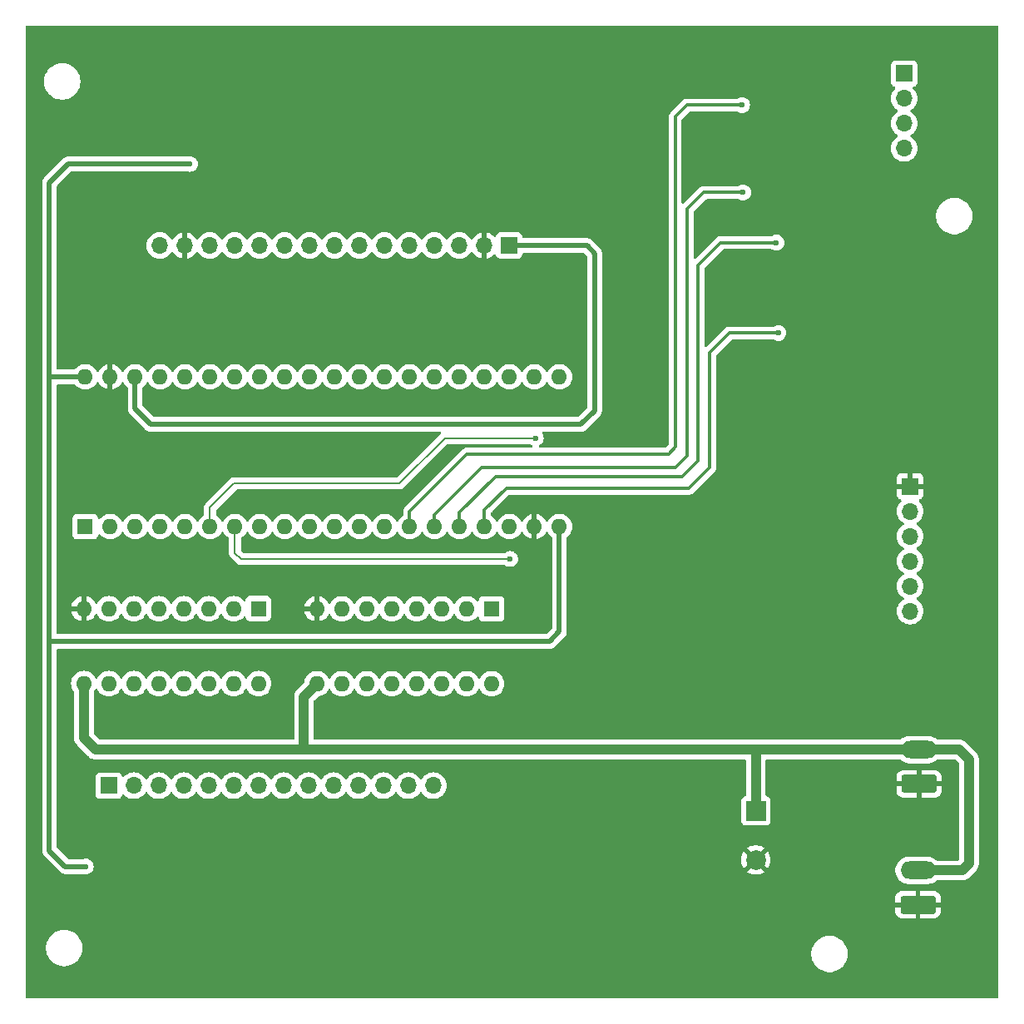
<source format=gbl>
%TF.GenerationSoftware,KiCad,Pcbnew,8.0.6*%
%TF.CreationDate,2024-12-03T08:55:30+01:00*%
%TF.ProjectId,PCB_Tester,5043425f-5465-4737-9465-722e6b696361,rev?*%
%TF.SameCoordinates,Original*%
%TF.FileFunction,Copper,L2,Bot*%
%TF.FilePolarity,Positive*%
%FSLAX46Y46*%
G04 Gerber Fmt 4.6, Leading zero omitted, Abs format (unit mm)*
G04 Created by KiCad (PCBNEW 8.0.6) date 2024-12-03 08:55:30*
%MOMM*%
%LPD*%
G01*
G04 APERTURE LIST*
G04 Aperture macros list*
%AMRoundRect*
0 Rectangle with rounded corners*
0 $1 Rounding radius*
0 $2 $3 $4 $5 $6 $7 $8 $9 X,Y pos of 4 corners*
0 Add a 4 corners polygon primitive as box body*
4,1,4,$2,$3,$4,$5,$6,$7,$8,$9,$2,$3,0*
0 Add four circle primitives for the rounded corners*
1,1,$1+$1,$2,$3*
1,1,$1+$1,$4,$5*
1,1,$1+$1,$6,$7*
1,1,$1+$1,$8,$9*
0 Add four rect primitives between the rounded corners*
20,1,$1+$1,$2,$3,$4,$5,0*
20,1,$1+$1,$4,$5,$6,$7,0*
20,1,$1+$1,$6,$7,$8,$9,0*
20,1,$1+$1,$8,$9,$2,$3,0*%
G04 Aperture macros list end*
%TA.AperFunction,ComponentPad*%
%ADD10RoundRect,0.250000X1.550000X-0.650000X1.550000X0.650000X-1.550000X0.650000X-1.550000X-0.650000X0*%
%TD*%
%TA.AperFunction,ComponentPad*%
%ADD11O,3.600000X1.800000*%
%TD*%
%TA.AperFunction,ComponentPad*%
%ADD12R,1.700000X1.700000*%
%TD*%
%TA.AperFunction,ComponentPad*%
%ADD13O,1.700000X1.700000*%
%TD*%
%TA.AperFunction,ComponentPad*%
%ADD14R,2.000000X2.000000*%
%TD*%
%TA.AperFunction,ComponentPad*%
%ADD15C,2.000000*%
%TD*%
%TA.AperFunction,ComponentPad*%
%ADD16R,1.600000X1.600000*%
%TD*%
%TA.AperFunction,ComponentPad*%
%ADD17O,1.600000X1.600000*%
%TD*%
%TA.AperFunction,ViaPad*%
%ADD18C,0.600000*%
%TD*%
%TA.AperFunction,Conductor*%
%ADD19C,0.500000*%
%TD*%
%TA.AperFunction,Conductor*%
%ADD20C,1.000000*%
%TD*%
%TA.AperFunction,Conductor*%
%ADD21C,0.200000*%
%TD*%
%TA.AperFunction,Conductor*%
%ADD22C,0.300000*%
%TD*%
G04 APERTURE END LIST*
D10*
%TO.P,J4,1,Pin_1*%
%TO.N,GND*%
X181400000Y-117700000D03*
D11*
%TO.P,J4,2,Pin_2*%
%TO.N,+12V*%
X181400000Y-114200000D03*
%TD*%
D12*
%TO.P,J2,1,Pin_1*%
%TO.N,+3.3V*%
X139700000Y-62900000D03*
D13*
%TO.P,J2,2,Pin_2*%
%TO.N,GND*%
X137160000Y-62900000D03*
%TO.P,J2,3,Pin_3*%
%TO.N,PC_15_X9*%
X134620000Y-62900000D03*
%TO.P,J2,4,Pin_4*%
%TO.N,PA_0_X4*%
X132080000Y-62900000D03*
%TO.P,J2,5,Pin_5*%
%TO.N,PA_1_X7*%
X129540000Y-62900000D03*
%TO.P,J2,6,Pin_6*%
%TO.N,PA_2_X7*%
X127000000Y-62900000D03*
%TO.P,J2,7,Pin_7*%
%TO.N,PA_3_X24*%
X124460000Y-62900000D03*
%TO.P,J2,8,Pin_8*%
%TO.N,PA_4_X6*%
X121920000Y-62900000D03*
%TO.P,J2,9,Pin_9*%
%TO.N,PA_5_X6*%
X119380000Y-62900000D03*
%TO.P,J2,10,Pin_10*%
%TO.N,PA_6_X5*%
X116840000Y-62900000D03*
%TO.P,J2,11,Pin_11*%
%TO.N,PA_7_X20*%
X114300000Y-62900000D03*
%TO.P,J2,12,Pin_12*%
%TO.N,PB_0_X20*%
X111760000Y-62900000D03*
%TO.P,J2,13,Pin_13*%
%TO.N,PB_1_X19*%
X109220000Y-62900000D03*
%TO.P,J2,14,Pin_14*%
%TO.N,GND*%
X106680000Y-62900000D03*
%TO.P,J2,15,Pin_15*%
%TO.N,+3.3V*%
X104140000Y-62900000D03*
%TD*%
D12*
%TO.P,J6,1,Pin_1*%
%TO.N,GND*%
X180500000Y-87400000D03*
D13*
%TO.P,J6,2,Pin_2*%
%TO.N,TX_1*%
X180500000Y-89940000D03*
%TO.P,J6,3,Pin_3*%
%TO.N,RX_1*%
X180500000Y-92480000D03*
%TO.P,J6,4,Pin_4*%
%TO.N,unconnected-(J6-Pin_4-Pad4)*%
X180500000Y-95020000D03*
%TO.P,J6,5,Pin_5*%
%TO.N,unconnected-(J6-Pin_5-Pad5)*%
X180500000Y-97560000D03*
%TO.P,J6,6,Pin_6*%
%TO.N,unconnected-(J6-Pin_6-Pad6)*%
X180500000Y-100100000D03*
%TD*%
D12*
%TO.P,J1,1,Pin_1*%
%TO.N,Net-(J1-Pin_1)*%
X98940000Y-117872500D03*
D13*
%TO.P,J1,2,Pin_2*%
%TO.N,Net-(J1-Pin_2)*%
X101480000Y-117872500D03*
%TO.P,J1,3,Pin_3*%
%TO.N,Net-(J1-Pin_3)*%
X104020000Y-117872500D03*
%TO.P,J1,4,Pin_4*%
%TO.N,Net-(J1-Pin_4)*%
X106560000Y-117872500D03*
%TO.P,J1,5,Pin_5*%
%TO.N,Net-(J1-Pin_5)*%
X109100000Y-117872500D03*
%TO.P,J1,6,Pin_6*%
%TO.N,Net-(J1-Pin_6)*%
X111640000Y-117872500D03*
%TO.P,J1,7,Pin_7*%
%TO.N,Net-(J1-Pin_7)*%
X114180000Y-117872500D03*
%TO.P,J1,8,Pin_8*%
%TO.N,Net-(J1-Pin_8)*%
X116720000Y-117872500D03*
%TO.P,J1,9,Pin_9*%
%TO.N,Net-(J1-Pin_9)*%
X119260000Y-117872500D03*
%TO.P,J1,10,Pin_10*%
%TO.N,Net-(J1-Pin_10)*%
X121800000Y-117872500D03*
%TO.P,J1,11,Pin_11*%
%TO.N,Net-(J1-Pin_11)*%
X124340000Y-117872500D03*
%TO.P,J1,12,Pin_12*%
%TO.N,Net-(J1-Pin_12)*%
X126880000Y-117872500D03*
%TO.P,J1,13,Pin_13*%
%TO.N,Net-(J1-Pin_13)*%
X129420000Y-117872500D03*
%TO.P,J1,14,Pin_14*%
%TO.N,Net-(J1-Pin_14)*%
X131960000Y-117872500D03*
%TD*%
D14*
%TO.P,C9,1*%
%TO.N,+12V*%
X164800000Y-120432323D03*
D15*
%TO.P,C9,2*%
%TO.N,GND*%
X164800000Y-125432323D03*
%TD*%
D16*
%TO.P,U3,1,PB12*%
%TO.N,PB_12_X0*%
X96540000Y-91500000D03*
D17*
%TO.P,U3,2,PB13*%
%TO.N,PB_13_X23*%
X99080000Y-91500000D03*
%TO.P,U3,3,PB14*%
%TO.N,PB_14_X22*%
X101620000Y-91500000D03*
%TO.P,U3,4,PB15*%
%TO.N,PB_15_X21*%
X104160000Y-91500000D03*
%TO.P,U3,5,PA8*%
%TO.N,PA_8_X21*%
X106700000Y-91500000D03*
%TO.P,U3,6,PA9*%
%TO.N,TX_1*%
X109240000Y-91500000D03*
%TO.P,U3,7,PA10*%
%TO.N,RX_1*%
X111780000Y-91500000D03*
%TO.P,U3,8,PA11*%
%TO.N,PA_11_X16*%
X114320000Y-91500000D03*
%TO.P,U3,9,PA12*%
%TO.N,PA_12_X15*%
X116860000Y-91500000D03*
%TO.P,U3,10,PA15*%
%TO.N,PA_15_X14*%
X119400000Y-91500000D03*
%TO.P,U3,11,PB3*%
%TO.N,PB_3_X14*%
X121940000Y-91500000D03*
%TO.P,U3,12,PB4*%
%TO.N,PB_4_X10*%
X124480000Y-91500000D03*
%TO.P,U3,13,PB5*%
%TO.N,PB_5*%
X127020000Y-91500000D03*
%TO.P,U3,14,PB6*%
%TO.N,BS_PWM*%
X129560000Y-91500000D03*
%TO.P,U3,15,PB7*%
%TO.N,FS_PWM*%
X132100000Y-91500000D03*
%TO.P,U3,16,PB8*%
%TO.N,TC_PWM*%
X134640000Y-91500000D03*
%TO.P,U3,17,PB9*%
%TO.N,DPS_PWM*%
X137180000Y-91500000D03*
%TO.P,U3,18,3V3*%
%TO.N,+3.3V*%
X139720000Y-91500000D03*
%TO.P,U3,19,GND*%
%TO.N,GND*%
X142260000Y-91500000D03*
%TO.P,U3,20,5V*%
%TO.N,+5V*%
X144800000Y-91500000D03*
%TO.P,U3,21,VB*%
%TO.N,unconnected-(U3-VB-Pad21)*%
X144800000Y-76260000D03*
%TO.P,U3,22,PC13*%
%TO.N,unconnected-(U3-PC13-Pad22)*%
X142260000Y-76260000D03*
%TO.P,U3,23,PC14*%
%TO.N,PC_14*%
X139720000Y-76260000D03*
%TO.P,U3,24,PC15*%
%TO.N,PC_15_X9*%
X137180000Y-76260000D03*
%TO.P,U3,25,NRST*%
%TO.N,unconnected-(U3-NRST-Pad25)*%
X134640000Y-76260000D03*
%TO.P,U3,26,PA0/ADC0*%
%TO.N,PA_0_X4*%
X132100000Y-76260000D03*
%TO.P,U3,27,PA1/ADC1*%
%TO.N,PA_1_X7*%
X129560000Y-76260000D03*
%TO.P,U3,28,PA2/ADC2*%
%TO.N,PA_2_X7*%
X127020000Y-76260000D03*
%TO.P,U3,29,PA3/ADC3*%
%TO.N,PA_3_X24*%
X124480000Y-76260000D03*
%TO.P,U3,30,PA4/ADC4*%
%TO.N,PA_4_X6*%
X121940000Y-76260000D03*
%TO.P,U3,31,PA5/ADC5*%
%TO.N,PA_5_X6*%
X119400000Y-76260000D03*
%TO.P,U3,32,PA6/ADC6*%
%TO.N,PA_6_X5*%
X116860000Y-76260000D03*
%TO.P,U3,33,PA7/ADC7*%
%TO.N,PA_7_X20*%
X114320000Y-76260000D03*
%TO.P,U3,34,PB0/ADC8*%
%TO.N,PB_0_X20*%
X111780000Y-76260000D03*
%TO.P,U3,35,PB1/ADC9*%
%TO.N,PB_1_X19*%
X109240000Y-76260000D03*
%TO.P,U3,36,PB2*%
%TO.N,PB_2*%
X106700000Y-76260000D03*
%TO.P,U3,37,PB10*%
%TO.N,PB_10*%
X104160000Y-76260000D03*
%TO.P,U3,38,3V3*%
%TO.N,+3.3V*%
X101620000Y-76260000D03*
%TO.P,U3,39,GND*%
%TO.N,GND*%
X99080000Y-76260000D03*
%TO.P,U3,40,5V*%
%TO.N,+5V*%
X96540000Y-76260000D03*
%TD*%
D16*
%TO.P,U2,1,I1*%
%TO.N,PC_14*%
X137900000Y-99880000D03*
D17*
%TO.P,U2,2,I2*%
%TO.N,PB_2*%
X135360000Y-99880000D03*
%TO.P,U2,3,I3*%
%TO.N,PB_10*%
X132820000Y-99880000D03*
%TO.P,U2,4,I4*%
%TO.N,PB_5*%
X130280000Y-99880000D03*
%TO.P,U2,5,I5*%
%TO.N,PB_4_X10*%
X127740000Y-99880000D03*
%TO.P,U2,6,I6*%
%TO.N,PB_3_X14*%
X125200000Y-99880000D03*
%TO.P,U2,7,I7*%
%TO.N,PA_15_X14*%
X122660000Y-99880000D03*
%TO.P,U2,8,GND*%
%TO.N,GND*%
X120120000Y-99880000D03*
%TO.P,U2,9,COM*%
%TO.N,+12V*%
X120120000Y-107500000D03*
%TO.P,U2,10,O7*%
%TO.N,Net-(U2-O7)*%
X122660000Y-107500000D03*
%TO.P,U2,11,O6*%
%TO.N,Net-(U2-O6)*%
X125200000Y-107500000D03*
%TO.P,U2,12,O5*%
%TO.N,Net-(U2-O5)*%
X127740000Y-107500000D03*
%TO.P,U2,13,O4*%
%TO.N,Net-(U2-O4)*%
X130280000Y-107500000D03*
%TO.P,U2,14,O3*%
%TO.N,Net-(U2-O3)*%
X132820000Y-107500000D03*
%TO.P,U2,15,O2*%
%TO.N,Net-(U2-O2)*%
X135360000Y-107500000D03*
%TO.P,U2,16,O1*%
%TO.N,Net-(U2-O1)*%
X137900000Y-107500000D03*
%TD*%
D10*
%TO.P,J5,1,Pin_1*%
%TO.N,GND*%
X181300000Y-130000000D03*
D11*
%TO.P,J5,2,Pin_2*%
%TO.N,+12V*%
X181300000Y-126500000D03*
%TD*%
D12*
%TO.P,J3,1,Pin_1*%
%TO.N,BS*%
X179900000Y-45400000D03*
D13*
%TO.P,J3,2,Pin_2*%
%TO.N,FS*%
X179900000Y-47940000D03*
%TO.P,J3,3,Pin_3*%
%TO.N,TC*%
X179900000Y-50480000D03*
%TO.P,J3,4,Pin_4*%
%TO.N,PS*%
X179900000Y-53020000D03*
%TD*%
D16*
%TO.P,U1,1,I1*%
%TO.N,PA_12_X15*%
X114180000Y-99860000D03*
D17*
%TO.P,U1,2,I2*%
%TO.N,PA_11_X16*%
X111640000Y-99860000D03*
%TO.P,U1,3,I3*%
%TO.N,PA_8_X21*%
X109100000Y-99860000D03*
%TO.P,U1,4,I4*%
%TO.N,PB_15_X21*%
X106560000Y-99860000D03*
%TO.P,U1,5,I5*%
%TO.N,PB_14_X22*%
X104020000Y-99860000D03*
%TO.P,U1,6,I6*%
%TO.N,PB_13_X23*%
X101480000Y-99860000D03*
%TO.P,U1,7,I7*%
%TO.N,PB_12_X0*%
X98940000Y-99860000D03*
%TO.P,U1,8,GND*%
%TO.N,GND*%
X96400000Y-99860000D03*
%TO.P,U1,9,COM*%
%TO.N,+12V*%
X96400000Y-107480000D03*
%TO.P,U1,10,O7*%
%TO.N,Net-(U1-O7)*%
X98940000Y-107480000D03*
%TO.P,U1,11,O6*%
%TO.N,Net-(U1-O6)*%
X101480000Y-107480000D03*
%TO.P,U1,12,O5*%
%TO.N,Net-(U1-O5)*%
X104020000Y-107480000D03*
%TO.P,U1,13,O4*%
%TO.N,Net-(U1-O4)*%
X106560000Y-107480000D03*
%TO.P,U1,14,O3*%
%TO.N,Net-(U1-O3)*%
X109100000Y-107480000D03*
%TO.P,U1,15,O2*%
%TO.N,Net-(U1-O2)*%
X111640000Y-107480000D03*
%TO.P,U1,16,O1*%
%TO.N,Net-(U1-O1)*%
X114180000Y-107480000D03*
%TD*%
D18*
%TO.N,GND*%
X182800000Y-63800000D03*
%TO.N,+5V*%
X96600000Y-126100000D03*
X107200000Y-54600000D03*
%TO.N,GND*%
X174200000Y-130300000D03*
X152600000Y-59300000D03*
X177600000Y-83000000D03*
X112900000Y-110900000D03*
X100100000Y-106000000D03*
X118100000Y-93500000D03*
X112900000Y-119700000D03*
X138800000Y-102000000D03*
X101100000Y-50900000D03*
X113100000Y-73500000D03*
X166600000Y-42000000D03*
X165000000Y-50900000D03*
X152700000Y-42000000D03*
X127000000Y-130200000D03*
X124500000Y-138400000D03*
X127100000Y-138400000D03*
X155600000Y-42000000D03*
X144100000Y-55200000D03*
X159000000Y-111600000D03*
X128200000Y-119700000D03*
X95900000Y-130200000D03*
X137700000Y-125900000D03*
X152600000Y-65200000D03*
X102700000Y-101500000D03*
X119700000Y-134500000D03*
X119200000Y-88100000D03*
X174900000Y-60300000D03*
X164700000Y-83000000D03*
X117200000Y-45500000D03*
X137600000Y-121200000D03*
X159300000Y-45500000D03*
X152600000Y-67900000D03*
X172300000Y-83000000D03*
X140600000Y-45500000D03*
X152600000Y-62700000D03*
X121900000Y-51000000D03*
X163300000Y-138400000D03*
X127100000Y-134500000D03*
X178400000Y-54800000D03*
X91100000Y-42000000D03*
X106400000Y-50900000D03*
X140500000Y-59300000D03*
X108100000Y-83400000D03*
X182900000Y-97400000D03*
X115400000Y-97200000D03*
X105300000Y-101500000D03*
X122100000Y-138400000D03*
X98500000Y-130200000D03*
X94200000Y-84300000D03*
X120000000Y-105200000D03*
X144100000Y-130200000D03*
X147300000Y-55200000D03*
X122800000Y-110800000D03*
X137100000Y-97300000D03*
X115000000Y-105600000D03*
X91000000Y-75900000D03*
X142400000Y-111600000D03*
X127000000Y-45500000D03*
X154200000Y-97300000D03*
X185800000Y-97400000D03*
X162100000Y-60300000D03*
X161500000Y-108700000D03*
X162300000Y-87800000D03*
X107800000Y-119700000D03*
X147400000Y-134500000D03*
X91000000Y-64600000D03*
X166700000Y-138400000D03*
X150200000Y-125900000D03*
X188600000Y-103400000D03*
X112200000Y-130200000D03*
X183100000Y-108700000D03*
X182900000Y-92300000D03*
X166700000Y-130300000D03*
X122100000Y-134500000D03*
X158100000Y-108700000D03*
X188800000Y-130200000D03*
X158100000Y-97300000D03*
X164800000Y-78500000D03*
X180300000Y-78500000D03*
X147300000Y-130200000D03*
X122000000Y-42000000D03*
X164700000Y-87800000D03*
X150000000Y-55200000D03*
X115400000Y-111500000D03*
X178400000Y-73300000D03*
X109100000Y-134500000D03*
X95900000Y-50900000D03*
X166700000Y-134500000D03*
X160700000Y-69200000D03*
X91100000Y-130200000D03*
X176000000Y-97300000D03*
X175100000Y-78500000D03*
X174200000Y-138400000D03*
X154400000Y-103300000D03*
X112200000Y-50900000D03*
X101200000Y-138400000D03*
X90800000Y-55000000D03*
X91000000Y-93200000D03*
X98100000Y-83400000D03*
X112300000Y-134500000D03*
X101100000Y-42000000D03*
X123100000Y-119700000D03*
X155200000Y-50900000D03*
X158300000Y-103300000D03*
X109000000Y-130200000D03*
X132300000Y-45500000D03*
X109000000Y-50900000D03*
X147300000Y-45500000D03*
X97400000Y-101700000D03*
X134700000Y-73500000D03*
X140600000Y-55200000D03*
X147400000Y-138400000D03*
X95200000Y-65400000D03*
X141300000Y-101500000D03*
X124200000Y-88200000D03*
X90900000Y-79400000D03*
X152700000Y-45500000D03*
X106500000Y-134500000D03*
X132300000Y-42000000D03*
X152800000Y-134500000D03*
X171500000Y-115900000D03*
X136600000Y-106100000D03*
X135000000Y-121200000D03*
X176200000Y-103300000D03*
X161500000Y-97300000D03*
X144100000Y-117000000D03*
X91000000Y-109600000D03*
X114700000Y-42000000D03*
X146400000Y-73200000D03*
X175000000Y-83000000D03*
X98500000Y-50900000D03*
X162400000Y-78500000D03*
X146200000Y-89300000D03*
X112200000Y-45500000D03*
X131000000Y-93600000D03*
X183400000Y-83000000D03*
X91200000Y-119800000D03*
X152700000Y-117000000D03*
X188600000Y-69700000D03*
X147400000Y-121200000D03*
X152700000Y-55200000D03*
X102900000Y-83400000D03*
X95200000Y-69700000D03*
X141700000Y-108700000D03*
X177600000Y-87800000D03*
X188600000Y-75000000D03*
X136400000Y-101600000D03*
X162300000Y-50900000D03*
X140700000Y-134500000D03*
X139700000Y-111600000D03*
X152900000Y-125900000D03*
X177700000Y-138400000D03*
X150000000Y-42000000D03*
X140600000Y-50900000D03*
X140700000Y-138400000D03*
X91200000Y-114700000D03*
X107800000Y-74000000D03*
X119600000Y-45500000D03*
X137600000Y-138400000D03*
X98100000Y-87700000D03*
X114700000Y-130200000D03*
X127000000Y-42000000D03*
X184700000Y-116000000D03*
X122000000Y-130200000D03*
X102700000Y-106000000D03*
X138200000Y-69200000D03*
X93600000Y-138400000D03*
X138600000Y-73700000D03*
X172500000Y-97300000D03*
X184500000Y-75100000D03*
X147600000Y-108700000D03*
X152800000Y-138400000D03*
X102900000Y-87700000D03*
X105300000Y-119700000D03*
X188400000Y-87800000D03*
X188700000Y-42000000D03*
X115100000Y-101800000D03*
X159400000Y-121200000D03*
X162300000Y-83000000D03*
X112600000Y-101500000D03*
X132300000Y-50900000D03*
X144200000Y-138400000D03*
X102700000Y-119700000D03*
X188600000Y-108700000D03*
X185900000Y-87800000D03*
X152600000Y-77300000D03*
X93500000Y-130200000D03*
X150000000Y-45500000D03*
X144000000Y-59300000D03*
X147300000Y-42000000D03*
X101100000Y-130200000D03*
X96100000Y-115000000D03*
X100200000Y-110800000D03*
X151700000Y-111600000D03*
X96000000Y-138400000D03*
X98500000Y-42000000D03*
X124400000Y-130200000D03*
X96100000Y-119800000D03*
X140600000Y-117000000D03*
X114800000Y-138400000D03*
X116600000Y-105300000D03*
X178400000Y-65900000D03*
X152600000Y-70600000D03*
X99500000Y-73900000D03*
X132300000Y-130200000D03*
X106400000Y-130200000D03*
X163200000Y-42000000D03*
X135000000Y-134500000D03*
X137500000Y-42000000D03*
X155800000Y-125900000D03*
X166100000Y-69200000D03*
X90800000Y-83900000D03*
X174200000Y-116500000D03*
X155600000Y-111600000D03*
X188600000Y-54100000D03*
X165100000Y-108700000D03*
X166500000Y-115900000D03*
X184400000Y-134500000D03*
X186000000Y-103400000D03*
X116000000Y-88100000D03*
X112900000Y-106200000D03*
X175700000Y-69200000D03*
X91000000Y-59500000D03*
X183500000Y-78500000D03*
X115500000Y-119700000D03*
X125200000Y-110900000D03*
X103800000Y-45500000D03*
X134400000Y-79700000D03*
X119700000Y-50900000D03*
X99600000Y-69800000D03*
X109600000Y-95200000D03*
X172300000Y-87800000D03*
X93500000Y-50900000D03*
X114800000Y-134500000D03*
X129000000Y-106100000D03*
X115500000Y-73500000D03*
X175000000Y-87800000D03*
X135100000Y-125900000D03*
X170200000Y-42000000D03*
X115600000Y-93400000D03*
X162600000Y-111600000D03*
X107900000Y-69900000D03*
X127000000Y-50900000D03*
X91000000Y-104300000D03*
X169800000Y-78500000D03*
X184300000Y-49400000D03*
X103500000Y-65500000D03*
X103400000Y-73900000D03*
X137000000Y-79000000D03*
X141000000Y-93500000D03*
X108100000Y-87700000D03*
X129700000Y-42000000D03*
X91000000Y-98300000D03*
X134500000Y-97400000D03*
X129800000Y-134500000D03*
X179400000Y-103300000D03*
X109000000Y-45500000D03*
X169000000Y-69200000D03*
X146500000Y-69100000D03*
X135000000Y-138400000D03*
X172700000Y-103300000D03*
X121700000Y-83400000D03*
X131600000Y-106000000D03*
X98600000Y-138400000D03*
X166500000Y-111600000D03*
X104300000Y-95100000D03*
X120600000Y-73500000D03*
X124500000Y-51000000D03*
X128200000Y-73600000D03*
X98500000Y-45500000D03*
X96400000Y-105100000D03*
X124400000Y-45500000D03*
X117200000Y-50900000D03*
X180200000Y-83000000D03*
X110300000Y-101400000D03*
X159400000Y-134500000D03*
X130800000Y-73600000D03*
X103800000Y-42000000D03*
X126500000Y-101600000D03*
X110400000Y-65700000D03*
X134900000Y-130200000D03*
X148000000Y-111600000D03*
X177700000Y-128000000D03*
X129700000Y-50900000D03*
X112200000Y-42000000D03*
X107300000Y-56700000D03*
X130400000Y-110900000D03*
X149800000Y-91100000D03*
X141500000Y-97400000D03*
X114700000Y-45500000D03*
X184300000Y-42000000D03*
X154200000Y-108700000D03*
X155200000Y-82400000D03*
X184400000Y-138400000D03*
X94400000Y-112700000D03*
X120300000Y-110900000D03*
X100500000Y-87700000D03*
X155700000Y-121200000D03*
X188600000Y-92300000D03*
X146700000Y-93400000D03*
X107800000Y-106000000D03*
X117300000Y-134500000D03*
X174200000Y-127400000D03*
X183100000Y-103400000D03*
X140600000Y-42000000D03*
X95200000Y-60000000D03*
X150500000Y-108700000D03*
X188800000Y-113800000D03*
X141100000Y-89300000D03*
X121700000Y-88100000D03*
X176000000Y-108700000D03*
X159400000Y-138400000D03*
X101200000Y-134500000D03*
X137500000Y-55200000D03*
X97700000Y-97000000D03*
X165300000Y-103300000D03*
X113000000Y-65800000D03*
X152600000Y-73800000D03*
X174300000Y-50900000D03*
X91200000Y-125800000D03*
X105500000Y-87700000D03*
X177600000Y-122100000D03*
X125600000Y-119700000D03*
X163300000Y-130300000D03*
X174200000Y-120400000D03*
X167100000Y-87800000D03*
X178400000Y-69400000D03*
X140800000Y-125900000D03*
X120900000Y-93500000D03*
X144900000Y-108700000D03*
X110400000Y-106100000D03*
X133000000Y-110900000D03*
X125800000Y-73600000D03*
X184400000Y-122100000D03*
X90800000Y-88700000D03*
X119700000Y-138400000D03*
X106400000Y-42000000D03*
X114700000Y-50900000D03*
X94200000Y-104700000D03*
X136500000Y-66400000D03*
X155600000Y-130200000D03*
X120600000Y-65800000D03*
X137500000Y-50900000D03*
X124200000Y-83400000D03*
X159300000Y-50900000D03*
X150100000Y-134500000D03*
X101100000Y-45500000D03*
X99600000Y-65500000D03*
X188500000Y-44800000D03*
X188400000Y-49300000D03*
X142000000Y-73100000D03*
X106900000Y-95200000D03*
X100500000Y-83400000D03*
X118000000Y-65800000D03*
X113400000Y-88200000D03*
X103800000Y-130200000D03*
X150500000Y-97300000D03*
X127700000Y-88200000D03*
X103500000Y-69800000D03*
X116600000Y-101300000D03*
X110300000Y-110900000D03*
X110800000Y-83400000D03*
X172500000Y-108700000D03*
X159500000Y-125900000D03*
X188800000Y-138400000D03*
X152800000Y-121200000D03*
X164800000Y-60300000D03*
X127800000Y-110900000D03*
X134900000Y-117000000D03*
X152700000Y-130200000D03*
X169000000Y-97300000D03*
X98600000Y-134500000D03*
X141000000Y-79000000D03*
X131800000Y-97400000D03*
X179200000Y-108700000D03*
X101700000Y-95000000D03*
X118000000Y-119700000D03*
X98800000Y-95000000D03*
X91100000Y-50900000D03*
X184900000Y-124900000D03*
X186000000Y-78500000D03*
X186000000Y-108700000D03*
X155600000Y-117000000D03*
X167100000Y-83000000D03*
X129000000Y-101600000D03*
X162400000Y-91200000D03*
X119600000Y-130200000D03*
X110400000Y-119700000D03*
X165100000Y-97300000D03*
X170700000Y-121100000D03*
X123900000Y-106100000D03*
X159300000Y-42000000D03*
X94400000Y-93200000D03*
X155600000Y-45500000D03*
X102700000Y-110900000D03*
X178200000Y-91200000D03*
X171400000Y-60300000D03*
X146000000Y-82600000D03*
X105300000Y-106000000D03*
X129800000Y-138400000D03*
X142100000Y-69000000D03*
X169200000Y-103300000D03*
X144100000Y-50900000D03*
X134100000Y-101600000D03*
X145100000Y-111600000D03*
X119600000Y-42000000D03*
X94200000Y-101900000D03*
X99600000Y-56600000D03*
X137500000Y-117000000D03*
X103900000Y-134500000D03*
X130800000Y-119700000D03*
X106400000Y-45500000D03*
X152600000Y-80400000D03*
X144200000Y-121200000D03*
X174200000Y-124000000D03*
X185800000Y-92300000D03*
X129700000Y-45500000D03*
X105500000Y-83400000D03*
X159400000Y-60300000D03*
X185900000Y-83000000D03*
X123800000Y-97400000D03*
X113400000Y-83400000D03*
X188400000Y-83000000D03*
X184500000Y-69800000D03*
X152700000Y-50900000D03*
X117200000Y-42000000D03*
X155100000Y-59300000D03*
X134900000Y-45500000D03*
X183400000Y-87800000D03*
X122000000Y-45500000D03*
X188600000Y-58600000D03*
X188800000Y-134500000D03*
X95900000Y-42000000D03*
X128800000Y-97400000D03*
X167200000Y-78500000D03*
X106500000Y-138400000D03*
X97700000Y-106000000D03*
X131400000Y-85900000D03*
X109000000Y-42000000D03*
X184500000Y-54200000D03*
X163400000Y-69200000D03*
X150100000Y-121200000D03*
X128400000Y-65900000D03*
X163000000Y-115900000D03*
X188500000Y-78500000D03*
X150000000Y-130200000D03*
X146500000Y-64800000D03*
X184400000Y-44900000D03*
X155700000Y-138400000D03*
X131500000Y-101600000D03*
X113000000Y-93300000D03*
X181200000Y-134500000D03*
X144100000Y-45500000D03*
X181100000Y-42000000D03*
X109100000Y-138400000D03*
X137500000Y-45500000D03*
X188800000Y-124900000D03*
X100200000Y-119700000D03*
X96100000Y-124500000D03*
X126400000Y-97400000D03*
X116000000Y-83400000D03*
X159300000Y-117000000D03*
X169000000Y-108700000D03*
X155200000Y-55200000D03*
X134900000Y-50900000D03*
X188600000Y-63700000D03*
X177600000Y-42000000D03*
X188800000Y-118900000D03*
X123200000Y-73500000D03*
X130800000Y-66500000D03*
X150700000Y-103300000D03*
X178400000Y-62400000D03*
X107300000Y-60200000D03*
X140600000Y-130200000D03*
X105200000Y-110900000D03*
X170300000Y-130300000D03*
X146100000Y-78900000D03*
X144100000Y-42000000D03*
X140700000Y-121200000D03*
X144300000Y-125900000D03*
X137600000Y-134500000D03*
X91000000Y-70600000D03*
X184400000Y-130100000D03*
X129700000Y-130200000D03*
X170000000Y-111600000D03*
X116600000Y-109300000D03*
X167700000Y-60300000D03*
X110600000Y-73500000D03*
X181200000Y-138400000D03*
X102900000Y-60100000D03*
X103900000Y-138400000D03*
X126500000Y-106100000D03*
X142100000Y-64700000D03*
X155700000Y-134500000D03*
X117300000Y-138400000D03*
X137500000Y-130200000D03*
X147300000Y-117000000D03*
X132400000Y-134500000D03*
X118100000Y-73500000D03*
X120500000Y-119700000D03*
X173500000Y-111600000D03*
X150100000Y-138400000D03*
X178400000Y-59200000D03*
X119200000Y-83400000D03*
X124500000Y-134500000D03*
X132400000Y-138400000D03*
X95100000Y-73800000D03*
X144200000Y-134500000D03*
X188600000Y-97400000D03*
X133300000Y-66500000D03*
X121300000Y-97400000D03*
X125700000Y-65900000D03*
X147500000Y-125900000D03*
X170600000Y-50900000D03*
X169700000Y-87800000D03*
X147800000Y-103300000D03*
X124400000Y-42000000D03*
X123900000Y-101600000D03*
X134700000Y-112600000D03*
X177700000Y-78500000D03*
X161700000Y-103300000D03*
X105500000Y-78600000D03*
X177700000Y-134500000D03*
X134900000Y-42000000D03*
X170300000Y-138400000D03*
X107700000Y-110900000D03*
X115500000Y-65800000D03*
X139300000Y-105900000D03*
X150000000Y-50900000D03*
X95200000Y-56500000D03*
X103800000Y-50900000D03*
X176700000Y-111600000D03*
X163300000Y-134500000D03*
X112300000Y-138400000D03*
X174100000Y-42000000D03*
X94300000Y-77600000D03*
X147600000Y-97300000D03*
X107800000Y-101400000D03*
X94400000Y-123600000D03*
X169700000Y-83000000D03*
X167700000Y-50900000D03*
X99600000Y-60100000D03*
X127600000Y-83400000D03*
X147200000Y-59300000D03*
X107900000Y-65600000D03*
X147300000Y-50900000D03*
X123100000Y-65800000D03*
X100100000Y-101500000D03*
X91200000Y-138400000D03*
X120100000Y-101800000D03*
X137400000Y-59300000D03*
X117200000Y-130200000D03*
X150000000Y-117000000D03*
X159300000Y-130200000D03*
X93500000Y-42000000D03*
X137400000Y-93600000D03*
X170500000Y-126200000D03*
X134100000Y-106100000D03*
X102900000Y-56600000D03*
X172400000Y-78500000D03*
X172700000Y-69200000D03*
X149900000Y-59300000D03*
%TO.N,RX_1*%
X139800000Y-94800000D03*
%TO.N,TX_1*%
X142400000Y-82500000D03*
%TO.N,+3.3V*%
X139400000Y-81100000D03*
%TO.N,FS_PWM*%
X163500000Y-57500000D03*
%TO.N,BS_PWM*%
X163400000Y-48600000D03*
%TO.N,TC_PWM*%
X166900000Y-62600000D03*
%TO.N,DPS_PWM*%
X167100000Y-71800000D03*
%TD*%
D19*
%TO.N,+5V*%
X144800000Y-102200000D02*
X144800000Y-91500000D01*
X92900000Y-124500000D02*
X94500000Y-126100000D01*
X94500000Y-126100000D02*
X96600000Y-126100000D01*
X92900000Y-56500000D02*
X94800000Y-54600000D01*
X92960000Y-76260000D02*
X92900000Y-76200000D01*
X92900000Y-103200000D02*
X92900000Y-124500000D01*
X94800000Y-54600000D02*
X107200000Y-54600000D01*
X143800000Y-103200000D02*
X144800000Y-102200000D01*
X96540000Y-76260000D02*
X92960000Y-76260000D01*
X92900000Y-103200000D02*
X143800000Y-103200000D01*
X92900000Y-76200000D02*
X92900000Y-103200000D01*
X92900000Y-76200000D02*
X92900000Y-56500000D01*
D20*
%TO.N,+12V*%
X120120000Y-107500000D02*
X118800000Y-108820000D01*
X97600000Y-114200000D02*
X96400000Y-113000000D01*
X181400000Y-114200000D02*
X164800000Y-114200000D01*
X118800000Y-108820000D02*
X118800000Y-114100000D01*
X181400000Y-114200000D02*
X185500000Y-114200000D01*
X96400000Y-113000000D02*
X96400000Y-107480000D01*
X118900000Y-114200000D02*
X97600000Y-114200000D01*
X118800000Y-114100000D02*
X118900000Y-114200000D01*
X164800000Y-114200000D02*
X118900000Y-114200000D01*
X185800000Y-126500000D02*
X181300000Y-126500000D01*
X185500000Y-114200000D02*
X186500000Y-115200000D01*
X186500000Y-125800000D02*
X185800000Y-126500000D01*
X164800000Y-120432323D02*
X164800000Y-114200000D01*
X186500000Y-115200000D02*
X186500000Y-125800000D01*
D21*
%TO.N,RX_1*%
X111780000Y-94180000D02*
X111780000Y-91500000D01*
X112400000Y-94800000D02*
X111780000Y-94180000D01*
X139800000Y-94800000D02*
X112400000Y-94800000D01*
%TO.N,TX_1*%
X111700000Y-87100000D02*
X128548529Y-87100000D01*
X133148529Y-82500000D02*
X142400000Y-82500000D01*
X109240000Y-89560000D02*
X111700000Y-87100000D01*
X109240000Y-91500000D02*
X109240000Y-89560000D01*
X128548529Y-87100000D02*
X133148529Y-82500000D01*
D19*
%TO.N,+3.3V*%
X139400000Y-81100000D02*
X147000000Y-81100000D01*
X101620000Y-76260000D02*
X101620000Y-79520000D01*
X148400000Y-79700000D02*
X148400000Y-63700000D01*
X101620000Y-79520000D02*
X103200000Y-81100000D01*
X103200000Y-81100000D02*
X139400000Y-81100000D01*
X147600000Y-62900000D02*
X139700000Y-62900000D01*
X148400000Y-63700000D02*
X147600000Y-62900000D01*
X147000000Y-81100000D02*
X148400000Y-79700000D01*
D22*
%TO.N,FS_PWM*%
X157800000Y-84300000D02*
X157800000Y-59200000D01*
X157800000Y-59200000D02*
X159500000Y-57500000D01*
X156600000Y-85500000D02*
X157800000Y-84300000D01*
X136900000Y-85500000D02*
X156600000Y-85500000D01*
X132100000Y-91500000D02*
X132100000Y-90300000D01*
X159500000Y-57500000D02*
X163500000Y-57500000D01*
X132100000Y-90300000D02*
X136900000Y-85500000D01*
%TO.N,BS_PWM*%
X156600000Y-83400000D02*
X156600000Y-49800000D01*
X129560000Y-91500000D02*
X129560000Y-89940000D01*
X157800000Y-48600000D02*
X163400000Y-48600000D01*
X129560000Y-89940000D02*
X135400000Y-84100000D01*
X156600000Y-49800000D02*
X157800000Y-48600000D01*
X135400000Y-84100000D02*
X155900000Y-84100000D01*
X155900000Y-84100000D02*
X156600000Y-83400000D01*
%TO.N,TC_PWM*%
X134640000Y-90060000D02*
X138300000Y-86400000D01*
X158900000Y-64900000D02*
X161200000Y-62600000D01*
X138300000Y-86400000D02*
X157300000Y-86400000D01*
X134640000Y-91500000D02*
X134640000Y-90060000D01*
X158900000Y-84800000D02*
X158900000Y-64900000D01*
X157300000Y-86400000D02*
X158900000Y-84800000D01*
X161200000Y-62600000D02*
X166900000Y-62600000D01*
%TO.N,DPS_PWM*%
X160100000Y-85500000D02*
X160100000Y-73800000D01*
X158000000Y-87600000D02*
X160100000Y-85500000D01*
X160100000Y-73800000D02*
X162100000Y-71800000D01*
X162100000Y-71800000D02*
X167100000Y-71800000D01*
X139400000Y-87600000D02*
X158000000Y-87600000D01*
X137180000Y-91500000D02*
X137180000Y-89820000D01*
X137180000Y-89820000D02*
X139400000Y-87600000D01*
%TD*%
%TA.AperFunction,Conductor*%
%TO.N,GND*%
G36*
X99330000Y-77538872D02*
G01*
X99526317Y-77486269D01*
X99526326Y-77486265D01*
X99732482Y-77390134D01*
X99918820Y-77259657D01*
X100079657Y-77098820D01*
X100210132Y-76912484D01*
X100237341Y-76854134D01*
X100283513Y-76801695D01*
X100350707Y-76782542D01*
X100417588Y-76802757D01*
X100462106Y-76854133D01*
X100489431Y-76912732D01*
X100489432Y-76912734D01*
X100619954Y-77099141D01*
X100780859Y-77260046D01*
X100816621Y-77285086D01*
X100860247Y-77339662D01*
X100869500Y-77386662D01*
X100869500Y-79593918D01*
X100869500Y-79593920D01*
X100869499Y-79593920D01*
X100898340Y-79738907D01*
X100898343Y-79738917D01*
X100912842Y-79773920D01*
X100954916Y-79875495D01*
X100974341Y-79904567D01*
X100983925Y-79918911D01*
X101037049Y-79998418D01*
X101037052Y-79998421D01*
X102617048Y-81578415D01*
X102617049Y-81578416D01*
X102721584Y-81682951D01*
X102721585Y-81682952D01*
X102844498Y-81765080D01*
X102844511Y-81765087D01*
X102981082Y-81821656D01*
X102981087Y-81821658D01*
X102981091Y-81821658D01*
X102981092Y-81821659D01*
X103126079Y-81850500D01*
X103126082Y-81850500D01*
X132649431Y-81850500D01*
X132716470Y-81870185D01*
X132762225Y-81922989D01*
X132772169Y-81992147D01*
X132743144Y-82055703D01*
X132737112Y-82062181D01*
X132668007Y-82131286D01*
X128336113Y-86463181D01*
X128274790Y-86496666D01*
X128248432Y-86499500D01*
X111620940Y-86499500D01*
X111580019Y-86510464D01*
X111580019Y-86510465D01*
X111542751Y-86520451D01*
X111468214Y-86540423D01*
X111468209Y-86540426D01*
X111331290Y-86619475D01*
X111331282Y-86619481D01*
X108759481Y-89191282D01*
X108759477Y-89191287D01*
X108718554Y-89262170D01*
X108718554Y-89262171D01*
X108680423Y-89328214D01*
X108680423Y-89328215D01*
X108639499Y-89480943D01*
X108639499Y-89480945D01*
X108639499Y-89649046D01*
X108639500Y-89649059D01*
X108639500Y-90268306D01*
X108619815Y-90335345D01*
X108586623Y-90369881D01*
X108400859Y-90499953D01*
X108239954Y-90660858D01*
X108109432Y-90847265D01*
X108109431Y-90847267D01*
X108082382Y-90905275D01*
X108036209Y-90957714D01*
X107969016Y-90976866D01*
X107902135Y-90956650D01*
X107857618Y-90905275D01*
X107830686Y-90847520D01*
X107830568Y-90847266D01*
X107700047Y-90660861D01*
X107700045Y-90660858D01*
X107539141Y-90499954D01*
X107352734Y-90369432D01*
X107352732Y-90369431D01*
X107146497Y-90273261D01*
X107146488Y-90273258D01*
X106926697Y-90214366D01*
X106926693Y-90214365D01*
X106926692Y-90214365D01*
X106926691Y-90214364D01*
X106926686Y-90214364D01*
X106700002Y-90194532D01*
X106699998Y-90194532D01*
X106473313Y-90214364D01*
X106473302Y-90214366D01*
X106253511Y-90273258D01*
X106253502Y-90273261D01*
X106047267Y-90369431D01*
X106047265Y-90369432D01*
X105860858Y-90499954D01*
X105699954Y-90660858D01*
X105569432Y-90847265D01*
X105569431Y-90847267D01*
X105542382Y-90905275D01*
X105496209Y-90957714D01*
X105429016Y-90976866D01*
X105362135Y-90956650D01*
X105317618Y-90905275D01*
X105290686Y-90847520D01*
X105290568Y-90847266D01*
X105160047Y-90660861D01*
X105160045Y-90660858D01*
X104999141Y-90499954D01*
X104812734Y-90369432D01*
X104812732Y-90369431D01*
X104606497Y-90273261D01*
X104606488Y-90273258D01*
X104386697Y-90214366D01*
X104386693Y-90214365D01*
X104386692Y-90214365D01*
X104386691Y-90214364D01*
X104386686Y-90214364D01*
X104160002Y-90194532D01*
X104159998Y-90194532D01*
X103933313Y-90214364D01*
X103933302Y-90214366D01*
X103713511Y-90273258D01*
X103713502Y-90273261D01*
X103507267Y-90369431D01*
X103507265Y-90369432D01*
X103320858Y-90499954D01*
X103159954Y-90660858D01*
X103029432Y-90847265D01*
X103029431Y-90847267D01*
X103002382Y-90905275D01*
X102956209Y-90957714D01*
X102889016Y-90976866D01*
X102822135Y-90956650D01*
X102777618Y-90905275D01*
X102750686Y-90847520D01*
X102750568Y-90847266D01*
X102620047Y-90660861D01*
X102620045Y-90660858D01*
X102459141Y-90499954D01*
X102272734Y-90369432D01*
X102272732Y-90369431D01*
X102066497Y-90273261D01*
X102066488Y-90273258D01*
X101846697Y-90214366D01*
X101846693Y-90214365D01*
X101846692Y-90214365D01*
X101846691Y-90214364D01*
X101846686Y-90214364D01*
X101620002Y-90194532D01*
X101619998Y-90194532D01*
X101393313Y-90214364D01*
X101393302Y-90214366D01*
X101173511Y-90273258D01*
X101173502Y-90273261D01*
X100967267Y-90369431D01*
X100967265Y-90369432D01*
X100780858Y-90499954D01*
X100619954Y-90660858D01*
X100489432Y-90847265D01*
X100489431Y-90847267D01*
X100462382Y-90905275D01*
X100416209Y-90957714D01*
X100349016Y-90976866D01*
X100282135Y-90956650D01*
X100237618Y-90905275D01*
X100210686Y-90847520D01*
X100210568Y-90847266D01*
X100080047Y-90660861D01*
X100080045Y-90660858D01*
X99919141Y-90499954D01*
X99732734Y-90369432D01*
X99732732Y-90369431D01*
X99526497Y-90273261D01*
X99526488Y-90273258D01*
X99306697Y-90214366D01*
X99306693Y-90214365D01*
X99306692Y-90214365D01*
X99306691Y-90214364D01*
X99306686Y-90214364D01*
X99080002Y-90194532D01*
X99079998Y-90194532D01*
X98853313Y-90214364D01*
X98853302Y-90214366D01*
X98633511Y-90273258D01*
X98633502Y-90273261D01*
X98427267Y-90369431D01*
X98427265Y-90369432D01*
X98240858Y-90499954D01*
X98079954Y-90660858D01*
X98062725Y-90685464D01*
X98008147Y-90729088D01*
X97938648Y-90736280D01*
X97876294Y-90704757D01*
X97840882Y-90644526D01*
X97837861Y-90627591D01*
X97834091Y-90592516D01*
X97783797Y-90457671D01*
X97783793Y-90457664D01*
X97697547Y-90342455D01*
X97697544Y-90342452D01*
X97582335Y-90256206D01*
X97582328Y-90256202D01*
X97447482Y-90205908D01*
X97447483Y-90205908D01*
X97387883Y-90199501D01*
X97387881Y-90199500D01*
X97387873Y-90199500D01*
X97387864Y-90199500D01*
X95692129Y-90199500D01*
X95692123Y-90199501D01*
X95632516Y-90205908D01*
X95497671Y-90256202D01*
X95497664Y-90256206D01*
X95382455Y-90342452D01*
X95382452Y-90342455D01*
X95296206Y-90457664D01*
X95296202Y-90457671D01*
X95245908Y-90592517D01*
X95239501Y-90652116D01*
X95239500Y-90652135D01*
X95239500Y-92347870D01*
X95239501Y-92347876D01*
X95245908Y-92407483D01*
X95296202Y-92542328D01*
X95296206Y-92542335D01*
X95382452Y-92657544D01*
X95382455Y-92657547D01*
X95497664Y-92743793D01*
X95497671Y-92743797D01*
X95632517Y-92794091D01*
X95632516Y-92794091D01*
X95639444Y-92794835D01*
X95692127Y-92800500D01*
X97387872Y-92800499D01*
X97447483Y-92794091D01*
X97582331Y-92743796D01*
X97697546Y-92657546D01*
X97783796Y-92542331D01*
X97834091Y-92407483D01*
X97837862Y-92372401D01*
X97864599Y-92307855D01*
X97921990Y-92268006D01*
X97991816Y-92265511D01*
X98051905Y-92301163D01*
X98062726Y-92314536D01*
X98079956Y-92339143D01*
X98240858Y-92500045D01*
X98240861Y-92500047D01*
X98427266Y-92630568D01*
X98633504Y-92726739D01*
X98853308Y-92785635D01*
X99015230Y-92799801D01*
X99079998Y-92805468D01*
X99080000Y-92805468D01*
X99080002Y-92805468D01*
X99136807Y-92800498D01*
X99306692Y-92785635D01*
X99526496Y-92726739D01*
X99732734Y-92630568D01*
X99919139Y-92500047D01*
X100080047Y-92339139D01*
X100210568Y-92152734D01*
X100237618Y-92094724D01*
X100283790Y-92042285D01*
X100350983Y-92023133D01*
X100417865Y-92043348D01*
X100462382Y-92094725D01*
X100489429Y-92152728D01*
X100489432Y-92152734D01*
X100619954Y-92339141D01*
X100780858Y-92500045D01*
X100780861Y-92500047D01*
X100967266Y-92630568D01*
X101173504Y-92726739D01*
X101393308Y-92785635D01*
X101555230Y-92799801D01*
X101619998Y-92805468D01*
X101620000Y-92805468D01*
X101620002Y-92805468D01*
X101676807Y-92800498D01*
X101846692Y-92785635D01*
X102066496Y-92726739D01*
X102272734Y-92630568D01*
X102459139Y-92500047D01*
X102620047Y-92339139D01*
X102750568Y-92152734D01*
X102777618Y-92094724D01*
X102823790Y-92042285D01*
X102890983Y-92023133D01*
X102957865Y-92043348D01*
X103002382Y-92094725D01*
X103029429Y-92152728D01*
X103029432Y-92152734D01*
X103159954Y-92339141D01*
X103320858Y-92500045D01*
X103320861Y-92500047D01*
X103507266Y-92630568D01*
X103713504Y-92726739D01*
X103933308Y-92785635D01*
X104095230Y-92799801D01*
X104159998Y-92805468D01*
X104160000Y-92805468D01*
X104160002Y-92805468D01*
X104216807Y-92800498D01*
X104386692Y-92785635D01*
X104606496Y-92726739D01*
X104812734Y-92630568D01*
X104999139Y-92500047D01*
X105160047Y-92339139D01*
X105290568Y-92152734D01*
X105317618Y-92094724D01*
X105363790Y-92042285D01*
X105430983Y-92023133D01*
X105497865Y-92043348D01*
X105542382Y-92094725D01*
X105569429Y-92152728D01*
X105569432Y-92152734D01*
X105699954Y-92339141D01*
X105860858Y-92500045D01*
X105860861Y-92500047D01*
X106047266Y-92630568D01*
X106253504Y-92726739D01*
X106473308Y-92785635D01*
X106635230Y-92799801D01*
X106699998Y-92805468D01*
X106700000Y-92805468D01*
X106700002Y-92805468D01*
X106756807Y-92800498D01*
X106926692Y-92785635D01*
X107146496Y-92726739D01*
X107352734Y-92630568D01*
X107539139Y-92500047D01*
X107700047Y-92339139D01*
X107830568Y-92152734D01*
X107857618Y-92094724D01*
X107903790Y-92042285D01*
X107970983Y-92023133D01*
X108037865Y-92043348D01*
X108082382Y-92094725D01*
X108109429Y-92152728D01*
X108109432Y-92152734D01*
X108239954Y-92339141D01*
X108400858Y-92500045D01*
X108400861Y-92500047D01*
X108587266Y-92630568D01*
X108793504Y-92726739D01*
X109013308Y-92785635D01*
X109175230Y-92799801D01*
X109239998Y-92805468D01*
X109240000Y-92805468D01*
X109240002Y-92805468D01*
X109296807Y-92800498D01*
X109466692Y-92785635D01*
X109686496Y-92726739D01*
X109892734Y-92630568D01*
X110079139Y-92500047D01*
X110240047Y-92339139D01*
X110370568Y-92152734D01*
X110397618Y-92094724D01*
X110443790Y-92042285D01*
X110510983Y-92023133D01*
X110577865Y-92043348D01*
X110622382Y-92094725D01*
X110649429Y-92152728D01*
X110649432Y-92152734D01*
X110779954Y-92339141D01*
X110940858Y-92500045D01*
X110940861Y-92500047D01*
X111126624Y-92630118D01*
X111170248Y-92684693D01*
X111179500Y-92731692D01*
X111179500Y-94093330D01*
X111179499Y-94093348D01*
X111179499Y-94259054D01*
X111179498Y-94259054D01*
X111179499Y-94259057D01*
X111220423Y-94411785D01*
X111220424Y-94411786D01*
X111231680Y-94431284D01*
X111231681Y-94431285D01*
X111299475Y-94548709D01*
X111299481Y-94548717D01*
X111418349Y-94667585D01*
X111418355Y-94667590D01*
X111915139Y-95164374D01*
X111915149Y-95164385D01*
X111919479Y-95168715D01*
X111919480Y-95168716D01*
X112031284Y-95280520D01*
X112031286Y-95280521D01*
X112031290Y-95280524D01*
X112168209Y-95359573D01*
X112168216Y-95359577D01*
X112280019Y-95389534D01*
X112320942Y-95400500D01*
X112320943Y-95400500D01*
X139217588Y-95400500D01*
X139284627Y-95420185D01*
X139294903Y-95427555D01*
X139297736Y-95429814D01*
X139297738Y-95429816D01*
X139450478Y-95525789D01*
X139620745Y-95585368D01*
X139620750Y-95585369D01*
X139799996Y-95605565D01*
X139800000Y-95605565D01*
X139800004Y-95605565D01*
X139979249Y-95585369D01*
X139979252Y-95585368D01*
X139979255Y-95585368D01*
X140149522Y-95525789D01*
X140302262Y-95429816D01*
X140429816Y-95302262D01*
X140525789Y-95149522D01*
X140585368Y-94979255D01*
X140605565Y-94800000D01*
X140603829Y-94784596D01*
X140585369Y-94620750D01*
X140585368Y-94620745D01*
X140560164Y-94548716D01*
X140525789Y-94450478D01*
X140429816Y-94297738D01*
X140302262Y-94170184D01*
X140192066Y-94100943D01*
X140149523Y-94074211D01*
X139979254Y-94014631D01*
X139979249Y-94014630D01*
X139800004Y-93994435D01*
X139799996Y-93994435D01*
X139620750Y-94014630D01*
X139620745Y-94014631D01*
X139450476Y-94074211D01*
X139297736Y-94170185D01*
X139294903Y-94172445D01*
X139292724Y-94173334D01*
X139291842Y-94173889D01*
X139291744Y-94173734D01*
X139230217Y-94198855D01*
X139217588Y-94199500D01*
X112700097Y-94199500D01*
X112633058Y-94179815D01*
X112612416Y-94163181D01*
X112416819Y-93967584D01*
X112383334Y-93906261D01*
X112380500Y-93879903D01*
X112380500Y-92731692D01*
X112400185Y-92664653D01*
X112433374Y-92630119D01*
X112619139Y-92500047D01*
X112780047Y-92339139D01*
X112910568Y-92152734D01*
X112937618Y-92094724D01*
X112983790Y-92042285D01*
X113050983Y-92023133D01*
X113117865Y-92043348D01*
X113162382Y-92094725D01*
X113189429Y-92152728D01*
X113189432Y-92152734D01*
X113319954Y-92339141D01*
X113480858Y-92500045D01*
X113480861Y-92500047D01*
X113667266Y-92630568D01*
X113873504Y-92726739D01*
X114093308Y-92785635D01*
X114255230Y-92799801D01*
X114319998Y-92805468D01*
X114320000Y-92805468D01*
X114320002Y-92805468D01*
X114376807Y-92800498D01*
X114546692Y-92785635D01*
X114766496Y-92726739D01*
X114972734Y-92630568D01*
X115159139Y-92500047D01*
X115320047Y-92339139D01*
X115450568Y-92152734D01*
X115477618Y-92094724D01*
X115523790Y-92042285D01*
X115590983Y-92023133D01*
X115657865Y-92043348D01*
X115702382Y-92094725D01*
X115729429Y-92152728D01*
X115729432Y-92152734D01*
X115859954Y-92339141D01*
X116020858Y-92500045D01*
X116020861Y-92500047D01*
X116207266Y-92630568D01*
X116413504Y-92726739D01*
X116633308Y-92785635D01*
X116795230Y-92799801D01*
X116859998Y-92805468D01*
X116860000Y-92805468D01*
X116860002Y-92805468D01*
X116916807Y-92800498D01*
X117086692Y-92785635D01*
X117306496Y-92726739D01*
X117512734Y-92630568D01*
X117699139Y-92500047D01*
X117860047Y-92339139D01*
X117990568Y-92152734D01*
X118017618Y-92094724D01*
X118063790Y-92042285D01*
X118130983Y-92023133D01*
X118197865Y-92043348D01*
X118242382Y-92094725D01*
X118269429Y-92152728D01*
X118269432Y-92152734D01*
X118399954Y-92339141D01*
X118560858Y-92500045D01*
X118560861Y-92500047D01*
X118747266Y-92630568D01*
X118953504Y-92726739D01*
X119173308Y-92785635D01*
X119335230Y-92799801D01*
X119399998Y-92805468D01*
X119400000Y-92805468D01*
X119400002Y-92805468D01*
X119456807Y-92800498D01*
X119626692Y-92785635D01*
X119846496Y-92726739D01*
X120052734Y-92630568D01*
X120239139Y-92500047D01*
X120400047Y-92339139D01*
X120530568Y-92152734D01*
X120557618Y-92094724D01*
X120603790Y-92042285D01*
X120670983Y-92023133D01*
X120737865Y-92043348D01*
X120782382Y-92094725D01*
X120809429Y-92152728D01*
X120809432Y-92152734D01*
X120939954Y-92339141D01*
X121100858Y-92500045D01*
X121100861Y-92500047D01*
X121287266Y-92630568D01*
X121493504Y-92726739D01*
X121713308Y-92785635D01*
X121875230Y-92799801D01*
X121939998Y-92805468D01*
X121940000Y-92805468D01*
X121940002Y-92805468D01*
X121996807Y-92800498D01*
X122166692Y-92785635D01*
X122386496Y-92726739D01*
X122592734Y-92630568D01*
X122779139Y-92500047D01*
X122940047Y-92339139D01*
X123070568Y-92152734D01*
X123097618Y-92094724D01*
X123143790Y-92042285D01*
X123210983Y-92023133D01*
X123277865Y-92043348D01*
X123322382Y-92094725D01*
X123349429Y-92152728D01*
X123349432Y-92152734D01*
X123479954Y-92339141D01*
X123640858Y-92500045D01*
X123640861Y-92500047D01*
X123827266Y-92630568D01*
X124033504Y-92726739D01*
X124253308Y-92785635D01*
X124415230Y-92799801D01*
X124479998Y-92805468D01*
X124480000Y-92805468D01*
X124480002Y-92805468D01*
X124536807Y-92800498D01*
X124706692Y-92785635D01*
X124926496Y-92726739D01*
X125132734Y-92630568D01*
X125319139Y-92500047D01*
X125480047Y-92339139D01*
X125610568Y-92152734D01*
X125637618Y-92094724D01*
X125683790Y-92042285D01*
X125750983Y-92023133D01*
X125817865Y-92043348D01*
X125862382Y-92094725D01*
X125889429Y-92152728D01*
X125889432Y-92152734D01*
X126019954Y-92339141D01*
X126180858Y-92500045D01*
X126180861Y-92500047D01*
X126367266Y-92630568D01*
X126573504Y-92726739D01*
X126793308Y-92785635D01*
X126955230Y-92799801D01*
X127019998Y-92805468D01*
X127020000Y-92805468D01*
X127020002Y-92805468D01*
X127076807Y-92800498D01*
X127246692Y-92785635D01*
X127466496Y-92726739D01*
X127672734Y-92630568D01*
X127859139Y-92500047D01*
X128020047Y-92339139D01*
X128150568Y-92152734D01*
X128177618Y-92094724D01*
X128223790Y-92042285D01*
X128290983Y-92023133D01*
X128357865Y-92043348D01*
X128402382Y-92094725D01*
X128429429Y-92152728D01*
X128429432Y-92152734D01*
X128559954Y-92339141D01*
X128720858Y-92500045D01*
X128720861Y-92500047D01*
X128907266Y-92630568D01*
X129113504Y-92726739D01*
X129333308Y-92785635D01*
X129495230Y-92799801D01*
X129559998Y-92805468D01*
X129560000Y-92805468D01*
X129560002Y-92805468D01*
X129616807Y-92800498D01*
X129786692Y-92785635D01*
X130006496Y-92726739D01*
X130212734Y-92630568D01*
X130399139Y-92500047D01*
X130560047Y-92339139D01*
X130690568Y-92152734D01*
X130717618Y-92094724D01*
X130763790Y-92042285D01*
X130830983Y-92023133D01*
X130897865Y-92043348D01*
X130942382Y-92094725D01*
X130969429Y-92152728D01*
X130969432Y-92152734D01*
X131099954Y-92339141D01*
X131260858Y-92500045D01*
X131260861Y-92500047D01*
X131447266Y-92630568D01*
X131653504Y-92726739D01*
X131873308Y-92785635D01*
X132035230Y-92799801D01*
X132099998Y-92805468D01*
X132100000Y-92805468D01*
X132100002Y-92805468D01*
X132156807Y-92800498D01*
X132326692Y-92785635D01*
X132546496Y-92726739D01*
X132752734Y-92630568D01*
X132939139Y-92500047D01*
X133100047Y-92339139D01*
X133230568Y-92152734D01*
X133257618Y-92094724D01*
X133303790Y-92042285D01*
X133370983Y-92023133D01*
X133437865Y-92043348D01*
X133482382Y-92094725D01*
X133509429Y-92152728D01*
X133509432Y-92152734D01*
X133639954Y-92339141D01*
X133800858Y-92500045D01*
X133800861Y-92500047D01*
X133987266Y-92630568D01*
X134193504Y-92726739D01*
X134413308Y-92785635D01*
X134575230Y-92799801D01*
X134639998Y-92805468D01*
X134640000Y-92805468D01*
X134640002Y-92805468D01*
X134696807Y-92800498D01*
X134866692Y-92785635D01*
X135086496Y-92726739D01*
X135292734Y-92630568D01*
X135479139Y-92500047D01*
X135640047Y-92339139D01*
X135770568Y-92152734D01*
X135797618Y-92094724D01*
X135843790Y-92042285D01*
X135910983Y-92023133D01*
X135977865Y-92043348D01*
X136022382Y-92094725D01*
X136049429Y-92152728D01*
X136049432Y-92152734D01*
X136179954Y-92339141D01*
X136340858Y-92500045D01*
X136340861Y-92500047D01*
X136527266Y-92630568D01*
X136733504Y-92726739D01*
X136953308Y-92785635D01*
X137115230Y-92799801D01*
X137179998Y-92805468D01*
X137180000Y-92805468D01*
X137180002Y-92805468D01*
X137236807Y-92800498D01*
X137406692Y-92785635D01*
X137626496Y-92726739D01*
X137832734Y-92630568D01*
X138019139Y-92500047D01*
X138180047Y-92339139D01*
X138310568Y-92152734D01*
X138337618Y-92094724D01*
X138383790Y-92042285D01*
X138450983Y-92023133D01*
X138517865Y-92043348D01*
X138562382Y-92094725D01*
X138589429Y-92152728D01*
X138589432Y-92152734D01*
X138719954Y-92339141D01*
X138880858Y-92500045D01*
X138880861Y-92500047D01*
X139067266Y-92630568D01*
X139273504Y-92726739D01*
X139493308Y-92785635D01*
X139655230Y-92799801D01*
X139719998Y-92805468D01*
X139720000Y-92805468D01*
X139720002Y-92805468D01*
X139776807Y-92800498D01*
X139946692Y-92785635D01*
X140166496Y-92726739D01*
X140372734Y-92630568D01*
X140559139Y-92500047D01*
X140720047Y-92339139D01*
X140850568Y-92152734D01*
X140877895Y-92094129D01*
X140924064Y-92041695D01*
X140991257Y-92022542D01*
X141058139Y-92042757D01*
X141102657Y-92094133D01*
X141129865Y-92152482D01*
X141260342Y-92338820D01*
X141421179Y-92499657D01*
X141607517Y-92630134D01*
X141813673Y-92726265D01*
X141813682Y-92726269D01*
X142009999Y-92778872D01*
X142010000Y-92778871D01*
X142010000Y-91815686D01*
X142014394Y-91820080D01*
X142105606Y-91872741D01*
X142207339Y-91900000D01*
X142312661Y-91900000D01*
X142414394Y-91872741D01*
X142505606Y-91820080D01*
X142510000Y-91815686D01*
X142510000Y-92778872D01*
X142706317Y-92726269D01*
X142706326Y-92726265D01*
X142912482Y-92630134D01*
X143098820Y-92499657D01*
X143259657Y-92338820D01*
X143390132Y-92152484D01*
X143417341Y-92094134D01*
X143463513Y-92041695D01*
X143530707Y-92022542D01*
X143597588Y-92042757D01*
X143642106Y-92094133D01*
X143669431Y-92152732D01*
X143669432Y-92152734D01*
X143799954Y-92339141D01*
X143960859Y-92500046D01*
X143996621Y-92525086D01*
X144040247Y-92579662D01*
X144049500Y-92626662D01*
X144049500Y-101837770D01*
X144029815Y-101904809D01*
X144013181Y-101925451D01*
X143525451Y-102413181D01*
X143464128Y-102446666D01*
X143437770Y-102449500D01*
X93774500Y-102449500D01*
X93707461Y-102429815D01*
X93661706Y-102377011D01*
X93650500Y-102325500D01*
X93650500Y-99609999D01*
X95121127Y-99609999D01*
X95121128Y-99610000D01*
X96084314Y-99610000D01*
X96079920Y-99614394D01*
X96027259Y-99705606D01*
X96000000Y-99807339D01*
X96000000Y-99912661D01*
X96027259Y-100014394D01*
X96079920Y-100105606D01*
X96084314Y-100110000D01*
X95121128Y-100110000D01*
X95173730Y-100306317D01*
X95173734Y-100306326D01*
X95269865Y-100512482D01*
X95400342Y-100698820D01*
X95561179Y-100859657D01*
X95747517Y-100990134D01*
X95953673Y-101086265D01*
X95953682Y-101086269D01*
X96149999Y-101138872D01*
X96150000Y-101138871D01*
X96150000Y-100175686D01*
X96154394Y-100180080D01*
X96245606Y-100232741D01*
X96347339Y-100260000D01*
X96452661Y-100260000D01*
X96554394Y-100232741D01*
X96645606Y-100180080D01*
X96650000Y-100175686D01*
X96650000Y-101138872D01*
X96846317Y-101086269D01*
X96846326Y-101086265D01*
X97052482Y-100990134D01*
X97238820Y-100859657D01*
X97399657Y-100698820D01*
X97530132Y-100512484D01*
X97557341Y-100454134D01*
X97603513Y-100401695D01*
X97670707Y-100382542D01*
X97737588Y-100402757D01*
X97782105Y-100454132D01*
X97791708Y-100474725D01*
X97809431Y-100512732D01*
X97809432Y-100512734D01*
X97939954Y-100699141D01*
X98100858Y-100860045D01*
X98100861Y-100860047D01*
X98287266Y-100990568D01*
X98493504Y-101086739D01*
X98713308Y-101145635D01*
X98875230Y-101159801D01*
X98939998Y-101165468D01*
X98940000Y-101165468D01*
X98940002Y-101165468D01*
X98996807Y-101160498D01*
X99166692Y-101145635D01*
X99386496Y-101086739D01*
X99592734Y-100990568D01*
X99779139Y-100860047D01*
X99940047Y-100699139D01*
X100070568Y-100512734D01*
X100097618Y-100454724D01*
X100143790Y-100402285D01*
X100210983Y-100383133D01*
X100277865Y-100403348D01*
X100322382Y-100454725D01*
X100349429Y-100512728D01*
X100349432Y-100512734D01*
X100479954Y-100699141D01*
X100640858Y-100860045D01*
X100640861Y-100860047D01*
X100827266Y-100990568D01*
X101033504Y-101086739D01*
X101253308Y-101145635D01*
X101415230Y-101159801D01*
X101479998Y-101165468D01*
X101480000Y-101165468D01*
X101480002Y-101165468D01*
X101536807Y-101160498D01*
X101706692Y-101145635D01*
X101926496Y-101086739D01*
X102132734Y-100990568D01*
X102319139Y-100860047D01*
X102480047Y-100699139D01*
X102610568Y-100512734D01*
X102637618Y-100454724D01*
X102683790Y-100402285D01*
X102750983Y-100383133D01*
X102817865Y-100403348D01*
X102862382Y-100454725D01*
X102889429Y-100512728D01*
X102889432Y-100512734D01*
X103019954Y-100699141D01*
X103180858Y-100860045D01*
X103180861Y-100860047D01*
X103367266Y-100990568D01*
X103573504Y-101086739D01*
X103793308Y-101145635D01*
X103955230Y-101159801D01*
X104019998Y-101165468D01*
X104020000Y-101165468D01*
X104020002Y-101165468D01*
X104076807Y-101160498D01*
X104246692Y-101145635D01*
X104466496Y-101086739D01*
X104672734Y-100990568D01*
X104859139Y-100860047D01*
X105020047Y-100699139D01*
X105150568Y-100512734D01*
X105177618Y-100454724D01*
X105223790Y-100402285D01*
X105290983Y-100383133D01*
X105357865Y-100403348D01*
X105402382Y-100454725D01*
X105429429Y-100512728D01*
X105429432Y-100512734D01*
X105559954Y-100699141D01*
X105720858Y-100860045D01*
X105720861Y-100860047D01*
X105907266Y-100990568D01*
X106113504Y-101086739D01*
X106333308Y-101145635D01*
X106495230Y-101159801D01*
X106559998Y-101165468D01*
X106560000Y-101165468D01*
X106560002Y-101165468D01*
X106616807Y-101160498D01*
X106786692Y-101145635D01*
X107006496Y-101086739D01*
X107212734Y-100990568D01*
X107399139Y-100860047D01*
X107560047Y-100699139D01*
X107690568Y-100512734D01*
X107717618Y-100454724D01*
X107763790Y-100402285D01*
X107830983Y-100383133D01*
X107897865Y-100403348D01*
X107942382Y-100454725D01*
X107969429Y-100512728D01*
X107969432Y-100512734D01*
X108099954Y-100699141D01*
X108260858Y-100860045D01*
X108260861Y-100860047D01*
X108447266Y-100990568D01*
X108653504Y-101086739D01*
X108873308Y-101145635D01*
X109035230Y-101159801D01*
X109099998Y-101165468D01*
X109100000Y-101165468D01*
X109100002Y-101165468D01*
X109156807Y-101160498D01*
X109326692Y-101145635D01*
X109546496Y-101086739D01*
X109752734Y-100990568D01*
X109939139Y-100860047D01*
X110100047Y-100699139D01*
X110230568Y-100512734D01*
X110257618Y-100454724D01*
X110303790Y-100402285D01*
X110370983Y-100383133D01*
X110437865Y-100403348D01*
X110482382Y-100454725D01*
X110509429Y-100512728D01*
X110509432Y-100512734D01*
X110639954Y-100699141D01*
X110800858Y-100860045D01*
X110800861Y-100860047D01*
X110987266Y-100990568D01*
X111193504Y-101086739D01*
X111413308Y-101145635D01*
X111575230Y-101159801D01*
X111639998Y-101165468D01*
X111640000Y-101165468D01*
X111640002Y-101165468D01*
X111696807Y-101160498D01*
X111866692Y-101145635D01*
X112086496Y-101086739D01*
X112292734Y-100990568D01*
X112479139Y-100860047D01*
X112640047Y-100699139D01*
X112657272Y-100674539D01*
X112711848Y-100630913D01*
X112781346Y-100623718D01*
X112843701Y-100655239D01*
X112879116Y-100715468D01*
X112882138Y-100732406D01*
X112885908Y-100767483D01*
X112936202Y-100902328D01*
X112936206Y-100902335D01*
X113022452Y-101017544D01*
X113022455Y-101017547D01*
X113137664Y-101103793D01*
X113137671Y-101103797D01*
X113272517Y-101154091D01*
X113272516Y-101154091D01*
X113279444Y-101154835D01*
X113332127Y-101160500D01*
X115027872Y-101160499D01*
X115087483Y-101154091D01*
X115222331Y-101103796D01*
X115337546Y-101017546D01*
X115423796Y-100902331D01*
X115474091Y-100767483D01*
X115480500Y-100707873D01*
X115480499Y-99629999D01*
X118841127Y-99629999D01*
X118841128Y-99630000D01*
X119804314Y-99630000D01*
X119799920Y-99634394D01*
X119747259Y-99725606D01*
X119720000Y-99827339D01*
X119720000Y-99932661D01*
X119747259Y-100034394D01*
X119799920Y-100125606D01*
X119804314Y-100130000D01*
X118841128Y-100130000D01*
X118893730Y-100326317D01*
X118893734Y-100326326D01*
X118989865Y-100532482D01*
X119120342Y-100718820D01*
X119281179Y-100879657D01*
X119467517Y-101010134D01*
X119673673Y-101106265D01*
X119673682Y-101106269D01*
X119869999Y-101158872D01*
X119870000Y-101158871D01*
X119870000Y-100195686D01*
X119874394Y-100200080D01*
X119965606Y-100252741D01*
X120067339Y-100280000D01*
X120172661Y-100280000D01*
X120274394Y-100252741D01*
X120365606Y-100200080D01*
X120370000Y-100195686D01*
X120370000Y-101158872D01*
X120566317Y-101106269D01*
X120566326Y-101106265D01*
X120772482Y-101010134D01*
X120958820Y-100879657D01*
X121119657Y-100718820D01*
X121250132Y-100532484D01*
X121277341Y-100474134D01*
X121323513Y-100421695D01*
X121390707Y-100402542D01*
X121457588Y-100422757D01*
X121502106Y-100474133D01*
X121529431Y-100532732D01*
X121529432Y-100532734D01*
X121659954Y-100719141D01*
X121820858Y-100880045D01*
X121820861Y-100880047D01*
X122007266Y-101010568D01*
X122213504Y-101106739D01*
X122433308Y-101165635D01*
X122595230Y-101179801D01*
X122659998Y-101185468D01*
X122660000Y-101185468D01*
X122660002Y-101185468D01*
X122716807Y-101180498D01*
X122886692Y-101165635D01*
X123106496Y-101106739D01*
X123312734Y-101010568D01*
X123499139Y-100880047D01*
X123660047Y-100719139D01*
X123790568Y-100532734D01*
X123817618Y-100474724D01*
X123863790Y-100422285D01*
X123930983Y-100403133D01*
X123997865Y-100423348D01*
X124042382Y-100474725D01*
X124069429Y-100532728D01*
X124069432Y-100532734D01*
X124199954Y-100719141D01*
X124360858Y-100880045D01*
X124360861Y-100880047D01*
X124547266Y-101010568D01*
X124753504Y-101106739D01*
X124973308Y-101165635D01*
X125135230Y-101179801D01*
X125199998Y-101185468D01*
X125200000Y-101185468D01*
X125200002Y-101185468D01*
X125256807Y-101180498D01*
X125426692Y-101165635D01*
X125646496Y-101106739D01*
X125852734Y-101010568D01*
X126039139Y-100880047D01*
X126200047Y-100719139D01*
X126330568Y-100532734D01*
X126357618Y-100474724D01*
X126403790Y-100422285D01*
X126470983Y-100403133D01*
X126537865Y-100423348D01*
X126582382Y-100474725D01*
X126609429Y-100532728D01*
X126609432Y-100532734D01*
X126739954Y-100719141D01*
X126900858Y-100880045D01*
X126900861Y-100880047D01*
X127087266Y-101010568D01*
X127293504Y-101106739D01*
X127513308Y-101165635D01*
X127675230Y-101179801D01*
X127739998Y-101185468D01*
X127740000Y-101185468D01*
X127740002Y-101185468D01*
X127796807Y-101180498D01*
X127966692Y-101165635D01*
X128186496Y-101106739D01*
X128392734Y-101010568D01*
X128579139Y-100880047D01*
X128740047Y-100719139D01*
X128870568Y-100532734D01*
X128897618Y-100474724D01*
X128943790Y-100422285D01*
X129010983Y-100403133D01*
X129077865Y-100423348D01*
X129122382Y-100474725D01*
X129149429Y-100532728D01*
X129149432Y-100532734D01*
X129279954Y-100719141D01*
X129440858Y-100880045D01*
X129440861Y-100880047D01*
X129627266Y-101010568D01*
X129833504Y-101106739D01*
X130053308Y-101165635D01*
X130215230Y-101179801D01*
X130279998Y-101185468D01*
X130280000Y-101185468D01*
X130280002Y-101185468D01*
X130336807Y-101180498D01*
X130506692Y-101165635D01*
X130726496Y-101106739D01*
X130932734Y-101010568D01*
X131119139Y-100880047D01*
X131280047Y-100719139D01*
X131410568Y-100532734D01*
X131437618Y-100474724D01*
X131483790Y-100422285D01*
X131550983Y-100403133D01*
X131617865Y-100423348D01*
X131662382Y-100474725D01*
X131689429Y-100532728D01*
X131689432Y-100532734D01*
X131819954Y-100719141D01*
X131980858Y-100880045D01*
X131980861Y-100880047D01*
X132167266Y-101010568D01*
X132373504Y-101106739D01*
X132593308Y-101165635D01*
X132755230Y-101179801D01*
X132819998Y-101185468D01*
X132820000Y-101185468D01*
X132820002Y-101185468D01*
X132876807Y-101180498D01*
X133046692Y-101165635D01*
X133266496Y-101106739D01*
X133472734Y-101010568D01*
X133659139Y-100880047D01*
X133820047Y-100719139D01*
X133950568Y-100532734D01*
X133977618Y-100474724D01*
X134023790Y-100422285D01*
X134090983Y-100403133D01*
X134157865Y-100423348D01*
X134202382Y-100474725D01*
X134229429Y-100532728D01*
X134229432Y-100532734D01*
X134359954Y-100719141D01*
X134520858Y-100880045D01*
X134520861Y-100880047D01*
X134707266Y-101010568D01*
X134913504Y-101106739D01*
X135133308Y-101165635D01*
X135295230Y-101179801D01*
X135359998Y-101185468D01*
X135360000Y-101185468D01*
X135360002Y-101185468D01*
X135416807Y-101180498D01*
X135586692Y-101165635D01*
X135806496Y-101106739D01*
X136012734Y-101010568D01*
X136199139Y-100880047D01*
X136360047Y-100719139D01*
X136377272Y-100694539D01*
X136431848Y-100650913D01*
X136501346Y-100643718D01*
X136563701Y-100675239D01*
X136599116Y-100735468D01*
X136602138Y-100752406D01*
X136605908Y-100787483D01*
X136656202Y-100922328D01*
X136656206Y-100922335D01*
X136742452Y-101037544D01*
X136742455Y-101037547D01*
X136857664Y-101123793D01*
X136857671Y-101123797D01*
X136992517Y-101174091D01*
X136992516Y-101174091D01*
X136999444Y-101174835D01*
X137052127Y-101180500D01*
X138747872Y-101180499D01*
X138807483Y-101174091D01*
X138942331Y-101123796D01*
X139057546Y-101037546D01*
X139143796Y-100922331D01*
X139194091Y-100787483D01*
X139200500Y-100727873D01*
X139200499Y-99032128D01*
X139194091Y-98972517D01*
X139186631Y-98952517D01*
X139143797Y-98837671D01*
X139143793Y-98837664D01*
X139057547Y-98722455D01*
X139057544Y-98722452D01*
X138942335Y-98636206D01*
X138942328Y-98636202D01*
X138807482Y-98585908D01*
X138807483Y-98585908D01*
X138747883Y-98579501D01*
X138747881Y-98579500D01*
X138747873Y-98579500D01*
X138747864Y-98579500D01*
X137052129Y-98579500D01*
X137052123Y-98579501D01*
X136992516Y-98585908D01*
X136857671Y-98636202D01*
X136857664Y-98636206D01*
X136742455Y-98722452D01*
X136742452Y-98722455D01*
X136656206Y-98837664D01*
X136656202Y-98837671D01*
X136605908Y-98972516D01*
X136602137Y-99007596D01*
X136575398Y-99072146D01*
X136518006Y-99111994D01*
X136448180Y-99114487D01*
X136388092Y-99078834D01*
X136377273Y-99065462D01*
X136360045Y-99040858D01*
X136199141Y-98879954D01*
X136012734Y-98749432D01*
X136012732Y-98749431D01*
X135806497Y-98653261D01*
X135806488Y-98653258D01*
X135586697Y-98594366D01*
X135586693Y-98594365D01*
X135586692Y-98594365D01*
X135586691Y-98594364D01*
X135586686Y-98594364D01*
X135360002Y-98574532D01*
X135359998Y-98574532D01*
X135133313Y-98594364D01*
X135133302Y-98594366D01*
X134913511Y-98653258D01*
X134913502Y-98653261D01*
X134707267Y-98749431D01*
X134707265Y-98749432D01*
X134520858Y-98879954D01*
X134359954Y-99040858D01*
X134229432Y-99227265D01*
X134229431Y-99227267D01*
X134202382Y-99285275D01*
X134156209Y-99337714D01*
X134089016Y-99356866D01*
X134022135Y-99336650D01*
X133977618Y-99285275D01*
X133968292Y-99265275D01*
X133950568Y-99227266D01*
X133820047Y-99040861D01*
X133820045Y-99040858D01*
X133659141Y-98879954D01*
X133472734Y-98749432D01*
X133472732Y-98749431D01*
X133266497Y-98653261D01*
X133266488Y-98653258D01*
X133046697Y-98594366D01*
X133046693Y-98594365D01*
X133046692Y-98594365D01*
X133046691Y-98594364D01*
X133046686Y-98594364D01*
X132820002Y-98574532D01*
X132819998Y-98574532D01*
X132593313Y-98594364D01*
X132593302Y-98594366D01*
X132373511Y-98653258D01*
X132373502Y-98653261D01*
X132167267Y-98749431D01*
X132167265Y-98749432D01*
X131980858Y-98879954D01*
X131819954Y-99040858D01*
X131689432Y-99227265D01*
X131689431Y-99227267D01*
X131662382Y-99285275D01*
X131616209Y-99337714D01*
X131549016Y-99356866D01*
X131482135Y-99336650D01*
X131437618Y-99285275D01*
X131428292Y-99265275D01*
X131410568Y-99227266D01*
X131280047Y-99040861D01*
X131280045Y-99040858D01*
X131119141Y-98879954D01*
X130932734Y-98749432D01*
X130932732Y-98749431D01*
X130726497Y-98653261D01*
X130726488Y-98653258D01*
X130506697Y-98594366D01*
X130506693Y-98594365D01*
X130506692Y-98594365D01*
X130506691Y-98594364D01*
X130506686Y-98594364D01*
X130280002Y-98574532D01*
X130279998Y-98574532D01*
X130053313Y-98594364D01*
X130053302Y-98594366D01*
X129833511Y-98653258D01*
X129833502Y-98653261D01*
X129627267Y-98749431D01*
X129627265Y-98749432D01*
X129440858Y-98879954D01*
X129279954Y-99040858D01*
X129149432Y-99227265D01*
X129149431Y-99227267D01*
X129122382Y-99285275D01*
X129076209Y-99337714D01*
X129009016Y-99356866D01*
X128942135Y-99336650D01*
X128897618Y-99285275D01*
X128888292Y-99265275D01*
X128870568Y-99227266D01*
X128740047Y-99040861D01*
X128740045Y-99040858D01*
X128579141Y-98879954D01*
X128392734Y-98749432D01*
X128392732Y-98749431D01*
X128186497Y-98653261D01*
X128186488Y-98653258D01*
X127966697Y-98594366D01*
X127966693Y-98594365D01*
X127966692Y-98594365D01*
X127966691Y-98594364D01*
X127966686Y-98594364D01*
X127740002Y-98574532D01*
X127739998Y-98574532D01*
X127513313Y-98594364D01*
X127513302Y-98594366D01*
X127293511Y-98653258D01*
X127293502Y-98653261D01*
X127087267Y-98749431D01*
X127087265Y-98749432D01*
X126900858Y-98879954D01*
X126739954Y-99040858D01*
X126609432Y-99227265D01*
X126609431Y-99227267D01*
X126582382Y-99285275D01*
X126536209Y-99337714D01*
X126469016Y-99356866D01*
X126402135Y-99336650D01*
X126357618Y-99285275D01*
X126348292Y-99265275D01*
X126330568Y-99227266D01*
X126200047Y-99040861D01*
X126200045Y-99040858D01*
X126039141Y-98879954D01*
X125852734Y-98749432D01*
X125852732Y-98749431D01*
X125646497Y-98653261D01*
X125646488Y-98653258D01*
X125426697Y-98594366D01*
X125426693Y-98594365D01*
X125426692Y-98594365D01*
X125426691Y-98594364D01*
X125426686Y-98594364D01*
X125200002Y-98574532D01*
X125199998Y-98574532D01*
X124973313Y-98594364D01*
X124973302Y-98594366D01*
X124753511Y-98653258D01*
X124753502Y-98653261D01*
X124547267Y-98749431D01*
X124547265Y-98749432D01*
X124360858Y-98879954D01*
X124199954Y-99040858D01*
X124069432Y-99227265D01*
X124069431Y-99227267D01*
X124042382Y-99285275D01*
X123996209Y-99337714D01*
X123929016Y-99356866D01*
X123862135Y-99336650D01*
X123817618Y-99285275D01*
X123808292Y-99265275D01*
X123790568Y-99227266D01*
X123660047Y-99040861D01*
X123660045Y-99040858D01*
X123499141Y-98879954D01*
X123312734Y-98749432D01*
X123312732Y-98749431D01*
X123106497Y-98653261D01*
X123106488Y-98653258D01*
X122886697Y-98594366D01*
X122886693Y-98594365D01*
X122886692Y-98594365D01*
X122886691Y-98594364D01*
X122886686Y-98594364D01*
X122660002Y-98574532D01*
X122659998Y-98574532D01*
X122433313Y-98594364D01*
X122433302Y-98594366D01*
X122213511Y-98653258D01*
X122213502Y-98653261D01*
X122007267Y-98749431D01*
X122007265Y-98749432D01*
X121820858Y-98879954D01*
X121659954Y-99040858D01*
X121543258Y-99207520D01*
X121529432Y-99227266D01*
X121529315Y-99227518D01*
X121502106Y-99285867D01*
X121455933Y-99338306D01*
X121388739Y-99357457D01*
X121321858Y-99337241D01*
X121277342Y-99285865D01*
X121250135Y-99227520D01*
X121250134Y-99227518D01*
X121119657Y-99041179D01*
X120958820Y-98880342D01*
X120772482Y-98749865D01*
X120566328Y-98653734D01*
X120370000Y-98601127D01*
X120370000Y-99564314D01*
X120365606Y-99559920D01*
X120274394Y-99507259D01*
X120172661Y-99480000D01*
X120067339Y-99480000D01*
X119965606Y-99507259D01*
X119874394Y-99559920D01*
X119870000Y-99564314D01*
X119870000Y-98601127D01*
X119673671Y-98653734D01*
X119467517Y-98749865D01*
X119281179Y-98880342D01*
X119120342Y-99041179D01*
X118989865Y-99227517D01*
X118893734Y-99433673D01*
X118893730Y-99433682D01*
X118841127Y-99629999D01*
X115480499Y-99629999D01*
X115480499Y-99012128D01*
X115474091Y-98952517D01*
X115466280Y-98931575D01*
X115423797Y-98817671D01*
X115423793Y-98817664D01*
X115337547Y-98702455D01*
X115337544Y-98702452D01*
X115222335Y-98616206D01*
X115222328Y-98616202D01*
X115087482Y-98565908D01*
X115087483Y-98565908D01*
X115027883Y-98559501D01*
X115027881Y-98559500D01*
X115027873Y-98559500D01*
X115027864Y-98559500D01*
X113332129Y-98559500D01*
X113332123Y-98559501D01*
X113272516Y-98565908D01*
X113137671Y-98616202D01*
X113137664Y-98616206D01*
X113022455Y-98702452D01*
X113022452Y-98702455D01*
X112936206Y-98817664D01*
X112936202Y-98817671D01*
X112885908Y-98952516D01*
X112882137Y-98987596D01*
X112855398Y-99052146D01*
X112798006Y-99091994D01*
X112728180Y-99094487D01*
X112668092Y-99058834D01*
X112657273Y-99045462D01*
X112640045Y-99020858D01*
X112479141Y-98859954D01*
X112292734Y-98729432D01*
X112292732Y-98729431D01*
X112086497Y-98633261D01*
X112086488Y-98633258D01*
X111866697Y-98574366D01*
X111866693Y-98574365D01*
X111866692Y-98574365D01*
X111866691Y-98574364D01*
X111866686Y-98574364D01*
X111640002Y-98554532D01*
X111639998Y-98554532D01*
X111413313Y-98574364D01*
X111413302Y-98574366D01*
X111193511Y-98633258D01*
X111193502Y-98633261D01*
X110987267Y-98729431D01*
X110987265Y-98729432D01*
X110800858Y-98859954D01*
X110639954Y-99020858D01*
X110509432Y-99207265D01*
X110509431Y-99207267D01*
X110482382Y-99265275D01*
X110436209Y-99317714D01*
X110369016Y-99336866D01*
X110302135Y-99316650D01*
X110257618Y-99265275D01*
X110230568Y-99207266D01*
X110107936Y-99032128D01*
X110100045Y-99020858D01*
X109939141Y-98859954D01*
X109752734Y-98729432D01*
X109752732Y-98729431D01*
X109546497Y-98633261D01*
X109546488Y-98633258D01*
X109326697Y-98574366D01*
X109326693Y-98574365D01*
X109326692Y-98574365D01*
X109326691Y-98574364D01*
X109326686Y-98574364D01*
X109100002Y-98554532D01*
X109099998Y-98554532D01*
X108873313Y-98574364D01*
X108873302Y-98574366D01*
X108653511Y-98633258D01*
X108653502Y-98633261D01*
X108447267Y-98729431D01*
X108447265Y-98729432D01*
X108260858Y-98859954D01*
X108099954Y-99020858D01*
X107969432Y-99207265D01*
X107969431Y-99207267D01*
X107942382Y-99265275D01*
X107896209Y-99317714D01*
X107829016Y-99336866D01*
X107762135Y-99316650D01*
X107717618Y-99265275D01*
X107690568Y-99207266D01*
X107567936Y-99032128D01*
X107560045Y-99020858D01*
X107399141Y-98859954D01*
X107212734Y-98729432D01*
X107212732Y-98729431D01*
X107006497Y-98633261D01*
X107006488Y-98633258D01*
X106786697Y-98574366D01*
X106786693Y-98574365D01*
X106786692Y-98574365D01*
X106786691Y-98574364D01*
X106786686Y-98574364D01*
X106560002Y-98554532D01*
X106559998Y-98554532D01*
X106333313Y-98574364D01*
X106333302Y-98574366D01*
X106113511Y-98633258D01*
X106113502Y-98633261D01*
X105907267Y-98729431D01*
X105907265Y-98729432D01*
X105720858Y-98859954D01*
X105559954Y-99020858D01*
X105429432Y-99207265D01*
X105429431Y-99207267D01*
X105402382Y-99265275D01*
X105356209Y-99317714D01*
X105289016Y-99336866D01*
X105222135Y-99316650D01*
X105177618Y-99265275D01*
X105150568Y-99207266D01*
X105027936Y-99032128D01*
X105020045Y-99020858D01*
X104859141Y-98859954D01*
X104672734Y-98729432D01*
X104672732Y-98729431D01*
X104466497Y-98633261D01*
X104466488Y-98633258D01*
X104246697Y-98574366D01*
X104246693Y-98574365D01*
X104246692Y-98574365D01*
X104246691Y-98574364D01*
X104246686Y-98574364D01*
X104020002Y-98554532D01*
X104019998Y-98554532D01*
X103793313Y-98574364D01*
X103793302Y-98574366D01*
X103573511Y-98633258D01*
X103573502Y-98633261D01*
X103367267Y-98729431D01*
X103367265Y-98729432D01*
X103180858Y-98859954D01*
X103019954Y-99020858D01*
X102889432Y-99207265D01*
X102889431Y-99207267D01*
X102862382Y-99265275D01*
X102816209Y-99317714D01*
X102749016Y-99336866D01*
X102682135Y-99316650D01*
X102637618Y-99265275D01*
X102610568Y-99207266D01*
X102487936Y-99032128D01*
X102480045Y-99020858D01*
X102319141Y-98859954D01*
X102132734Y-98729432D01*
X102132732Y-98729431D01*
X101926497Y-98633261D01*
X101926488Y-98633258D01*
X101706697Y-98574366D01*
X101706693Y-98574365D01*
X101706692Y-98574365D01*
X101706691Y-98574364D01*
X101706686Y-98574364D01*
X101480002Y-98554532D01*
X101479998Y-98554532D01*
X101253313Y-98574364D01*
X101253302Y-98574366D01*
X101033511Y-98633258D01*
X101033502Y-98633261D01*
X100827267Y-98729431D01*
X100827265Y-98729432D01*
X100640858Y-98859954D01*
X100479954Y-99020858D01*
X100349432Y-99207265D01*
X100349431Y-99207267D01*
X100322382Y-99265275D01*
X100276209Y-99317714D01*
X100209016Y-99336866D01*
X100142135Y-99316650D01*
X100097618Y-99265275D01*
X100070568Y-99207266D01*
X99947936Y-99032128D01*
X99940045Y-99020858D01*
X99779141Y-98859954D01*
X99592734Y-98729432D01*
X99592732Y-98729431D01*
X99386497Y-98633261D01*
X99386488Y-98633258D01*
X99166697Y-98574366D01*
X99166693Y-98574365D01*
X99166692Y-98574365D01*
X99166691Y-98574364D01*
X99166686Y-98574364D01*
X98940002Y-98554532D01*
X98939998Y-98554532D01*
X98713313Y-98574364D01*
X98713302Y-98574366D01*
X98493511Y-98633258D01*
X98493502Y-98633261D01*
X98287267Y-98729431D01*
X98287265Y-98729432D01*
X98100858Y-98859954D01*
X97939954Y-99020858D01*
X97809433Y-99207264D01*
X97809432Y-99207266D01*
X97809315Y-99207518D01*
X97782106Y-99265867D01*
X97735933Y-99318306D01*
X97668739Y-99337457D01*
X97601858Y-99317241D01*
X97557342Y-99265865D01*
X97530135Y-99207520D01*
X97530134Y-99207518D01*
X97399657Y-99021179D01*
X97238820Y-98860342D01*
X97052482Y-98729865D01*
X96846328Y-98633734D01*
X96650000Y-98581127D01*
X96650000Y-99544314D01*
X96645606Y-99539920D01*
X96554394Y-99487259D01*
X96452661Y-99460000D01*
X96347339Y-99460000D01*
X96245606Y-99487259D01*
X96154394Y-99539920D01*
X96150000Y-99544314D01*
X96150000Y-98581127D01*
X95953671Y-98633734D01*
X95747517Y-98729865D01*
X95561179Y-98860342D01*
X95400342Y-99021179D01*
X95269865Y-99207517D01*
X95173734Y-99413673D01*
X95173730Y-99413682D01*
X95121127Y-99609999D01*
X93650500Y-99609999D01*
X93650500Y-77134500D01*
X93670185Y-77067461D01*
X93722989Y-77021706D01*
X93774500Y-77010500D01*
X95413337Y-77010500D01*
X95480376Y-77030185D01*
X95514912Y-77063377D01*
X95539954Y-77099141D01*
X95700858Y-77260045D01*
X95700861Y-77260047D01*
X95887266Y-77390568D01*
X96093504Y-77486739D01*
X96313308Y-77545635D01*
X96475230Y-77559801D01*
X96539998Y-77565468D01*
X96540000Y-77565468D01*
X96540002Y-77565468D01*
X96596673Y-77560509D01*
X96766692Y-77545635D01*
X96986496Y-77486739D01*
X97192734Y-77390568D01*
X97379139Y-77260047D01*
X97540047Y-77099139D01*
X97670568Y-76912734D01*
X97697895Y-76854129D01*
X97744064Y-76801695D01*
X97811257Y-76782542D01*
X97878139Y-76802757D01*
X97922657Y-76854133D01*
X97949865Y-76912482D01*
X98080342Y-77098820D01*
X98241179Y-77259657D01*
X98427517Y-77390134D01*
X98633673Y-77486265D01*
X98633682Y-77486269D01*
X98829999Y-77538872D01*
X98830000Y-77538871D01*
X98830000Y-76575686D01*
X98834394Y-76580080D01*
X98925606Y-76632741D01*
X99027339Y-76660000D01*
X99132661Y-76660000D01*
X99234394Y-76632741D01*
X99325606Y-76580080D01*
X99330000Y-76575686D01*
X99330000Y-77538872D01*
G37*
%TD.AperFunction*%
%TA.AperFunction,Conductor*%
G36*
X141884627Y-83120185D02*
G01*
X141894903Y-83127555D01*
X141897736Y-83129814D01*
X141897738Y-83129816D01*
X141956714Y-83166873D01*
X142042070Y-83220506D01*
X142088361Y-83272841D01*
X142099009Y-83341895D01*
X142070634Y-83405743D01*
X142012244Y-83444115D01*
X141976098Y-83449500D01*
X135335929Y-83449500D01*
X135210261Y-83474497D01*
X135210255Y-83474499D01*
X135091875Y-83523533D01*
X135091866Y-83523538D01*
X134985331Y-83594723D01*
X134985327Y-83594726D01*
X129054724Y-89525329D01*
X129054723Y-89525331D01*
X129035084Y-89554724D01*
X129014436Y-89585626D01*
X128983534Y-89631873D01*
X128934499Y-89750255D01*
X128934497Y-89750261D01*
X128909500Y-89875928D01*
X128909500Y-90303316D01*
X128889815Y-90370355D01*
X128856623Y-90404891D01*
X128720859Y-90499953D01*
X128559954Y-90660858D01*
X128429432Y-90847265D01*
X128429431Y-90847267D01*
X128402382Y-90905275D01*
X128356209Y-90957714D01*
X128289016Y-90976866D01*
X128222135Y-90956650D01*
X128177618Y-90905275D01*
X128150686Y-90847520D01*
X128150568Y-90847266D01*
X128020047Y-90660861D01*
X128020045Y-90660858D01*
X127859141Y-90499954D01*
X127672734Y-90369432D01*
X127672732Y-90369431D01*
X127466497Y-90273261D01*
X127466488Y-90273258D01*
X127246697Y-90214366D01*
X127246693Y-90214365D01*
X127246692Y-90214365D01*
X127246691Y-90214364D01*
X127246686Y-90214364D01*
X127020002Y-90194532D01*
X127019998Y-90194532D01*
X126793313Y-90214364D01*
X126793302Y-90214366D01*
X126573511Y-90273258D01*
X126573502Y-90273261D01*
X126367267Y-90369431D01*
X126367265Y-90369432D01*
X126180858Y-90499954D01*
X126019954Y-90660858D01*
X125889432Y-90847265D01*
X125889431Y-90847267D01*
X125862382Y-90905275D01*
X125816209Y-90957714D01*
X125749016Y-90976866D01*
X125682135Y-90956650D01*
X125637618Y-90905275D01*
X125610686Y-90847520D01*
X125610568Y-90847266D01*
X125480047Y-90660861D01*
X125480045Y-90660858D01*
X125319141Y-90499954D01*
X125132734Y-90369432D01*
X125132732Y-90369431D01*
X124926497Y-90273261D01*
X124926488Y-90273258D01*
X124706697Y-90214366D01*
X124706693Y-90214365D01*
X124706692Y-90214365D01*
X124706691Y-90214364D01*
X124706686Y-90214364D01*
X124480002Y-90194532D01*
X124479998Y-90194532D01*
X124253313Y-90214364D01*
X124253302Y-90214366D01*
X124033511Y-90273258D01*
X124033502Y-90273261D01*
X123827267Y-90369431D01*
X123827265Y-90369432D01*
X123640858Y-90499954D01*
X123479954Y-90660858D01*
X123349432Y-90847265D01*
X123349431Y-90847267D01*
X123322382Y-90905275D01*
X123276209Y-90957714D01*
X123209016Y-90976866D01*
X123142135Y-90956650D01*
X123097618Y-90905275D01*
X123070686Y-90847520D01*
X123070568Y-90847266D01*
X122940047Y-90660861D01*
X122940045Y-90660858D01*
X122779141Y-90499954D01*
X122592734Y-90369432D01*
X122592732Y-90369431D01*
X122386497Y-90273261D01*
X122386488Y-90273258D01*
X122166697Y-90214366D01*
X122166693Y-90214365D01*
X122166692Y-90214365D01*
X122166691Y-90214364D01*
X122166686Y-90214364D01*
X121940002Y-90194532D01*
X121939998Y-90194532D01*
X121713313Y-90214364D01*
X121713302Y-90214366D01*
X121493511Y-90273258D01*
X121493502Y-90273261D01*
X121287267Y-90369431D01*
X121287265Y-90369432D01*
X121100858Y-90499954D01*
X120939954Y-90660858D01*
X120809432Y-90847265D01*
X120809431Y-90847267D01*
X120782382Y-90905275D01*
X120736209Y-90957714D01*
X120669016Y-90976866D01*
X120602135Y-90956650D01*
X120557618Y-90905275D01*
X120530686Y-90847520D01*
X120530568Y-90847266D01*
X120400047Y-90660861D01*
X120400045Y-90660858D01*
X120239141Y-90499954D01*
X120052734Y-90369432D01*
X120052732Y-90369431D01*
X119846497Y-90273261D01*
X119846488Y-90273258D01*
X119626697Y-90214366D01*
X119626693Y-90214365D01*
X119626692Y-90214365D01*
X119626691Y-90214364D01*
X119626686Y-90214364D01*
X119400002Y-90194532D01*
X119399998Y-90194532D01*
X119173313Y-90214364D01*
X119173302Y-90214366D01*
X118953511Y-90273258D01*
X118953502Y-90273261D01*
X118747267Y-90369431D01*
X118747265Y-90369432D01*
X118560858Y-90499954D01*
X118399954Y-90660858D01*
X118269432Y-90847265D01*
X118269431Y-90847267D01*
X118242382Y-90905275D01*
X118196209Y-90957714D01*
X118129016Y-90976866D01*
X118062135Y-90956650D01*
X118017618Y-90905275D01*
X117990686Y-90847520D01*
X117990568Y-90847266D01*
X117860047Y-90660861D01*
X117860045Y-90660858D01*
X117699141Y-90499954D01*
X117512734Y-90369432D01*
X117512732Y-90369431D01*
X117306497Y-90273261D01*
X117306488Y-90273258D01*
X117086697Y-90214366D01*
X117086693Y-90214365D01*
X117086692Y-90214365D01*
X117086691Y-90214364D01*
X117086686Y-90214364D01*
X116860002Y-90194532D01*
X116859998Y-90194532D01*
X116633313Y-90214364D01*
X116633302Y-90214366D01*
X116413511Y-90273258D01*
X116413502Y-90273261D01*
X116207267Y-90369431D01*
X116207265Y-90369432D01*
X116020858Y-90499954D01*
X115859954Y-90660858D01*
X115729432Y-90847265D01*
X115729431Y-90847267D01*
X115702382Y-90905275D01*
X115656209Y-90957714D01*
X115589016Y-90976866D01*
X115522135Y-90956650D01*
X115477618Y-90905275D01*
X115450686Y-90847520D01*
X115450568Y-90847266D01*
X115320047Y-90660861D01*
X115320045Y-90660858D01*
X115159141Y-90499954D01*
X114972734Y-90369432D01*
X114972732Y-90369431D01*
X114766497Y-90273261D01*
X114766488Y-90273258D01*
X114546697Y-90214366D01*
X114546693Y-90214365D01*
X114546692Y-90214365D01*
X114546691Y-90214364D01*
X114546686Y-90214364D01*
X114320002Y-90194532D01*
X114319998Y-90194532D01*
X114093313Y-90214364D01*
X114093302Y-90214366D01*
X113873511Y-90273258D01*
X113873502Y-90273261D01*
X113667267Y-90369431D01*
X113667265Y-90369432D01*
X113480858Y-90499954D01*
X113319954Y-90660858D01*
X113189432Y-90847265D01*
X113189431Y-90847267D01*
X113162382Y-90905275D01*
X113116209Y-90957714D01*
X113049016Y-90976866D01*
X112982135Y-90956650D01*
X112937618Y-90905275D01*
X112910686Y-90847520D01*
X112910568Y-90847266D01*
X112780047Y-90660861D01*
X112780045Y-90660858D01*
X112619141Y-90499954D01*
X112432734Y-90369432D01*
X112432732Y-90369431D01*
X112226497Y-90273261D01*
X112226488Y-90273258D01*
X112006697Y-90214366D01*
X112006693Y-90214365D01*
X112006692Y-90214365D01*
X112006691Y-90214364D01*
X112006686Y-90214364D01*
X111780002Y-90194532D01*
X111779998Y-90194532D01*
X111553313Y-90214364D01*
X111553302Y-90214366D01*
X111333511Y-90273258D01*
X111333502Y-90273261D01*
X111127267Y-90369431D01*
X111127265Y-90369432D01*
X110940858Y-90499954D01*
X110779954Y-90660858D01*
X110649432Y-90847265D01*
X110649431Y-90847267D01*
X110622382Y-90905275D01*
X110576209Y-90957714D01*
X110509016Y-90976866D01*
X110442135Y-90956650D01*
X110397618Y-90905275D01*
X110370686Y-90847520D01*
X110370568Y-90847266D01*
X110240047Y-90660861D01*
X110240045Y-90660858D01*
X110079140Y-90499953D01*
X109893377Y-90369881D01*
X109849752Y-90315304D01*
X109840500Y-90268306D01*
X109840500Y-89860097D01*
X109860185Y-89793058D01*
X109876819Y-89772416D01*
X111912416Y-87736819D01*
X111973739Y-87703334D01*
X112000097Y-87700500D01*
X128461860Y-87700500D01*
X128461876Y-87700501D01*
X128469472Y-87700501D01*
X128627583Y-87700501D01*
X128627586Y-87700501D01*
X128780314Y-87659577D01*
X128830433Y-87630639D01*
X128917245Y-87580520D01*
X129029049Y-87468716D01*
X129029049Y-87468714D01*
X129039257Y-87458507D01*
X129039258Y-87458504D01*
X133360945Y-83136819D01*
X133422268Y-83103334D01*
X133448626Y-83100500D01*
X141817588Y-83100500D01*
X141884627Y-83120185D01*
G37*
%TD.AperFunction*%
%TA.AperFunction,Conductor*%
G36*
X189442539Y-40520185D02*
G01*
X189488294Y-40572989D01*
X189499500Y-40624500D01*
X189499500Y-139375500D01*
X189479815Y-139442539D01*
X189427011Y-139488294D01*
X189375500Y-139499500D01*
X90624500Y-139499500D01*
X90557461Y-139479815D01*
X90511706Y-139427011D01*
X90500500Y-139375500D01*
X90500500Y-134278711D01*
X92549500Y-134278711D01*
X92549500Y-134521288D01*
X92581161Y-134761785D01*
X92643947Y-134996104D01*
X92695800Y-135121288D01*
X92736776Y-135220212D01*
X92858064Y-135430289D01*
X92858066Y-135430292D01*
X92858067Y-135430293D01*
X93005733Y-135622736D01*
X93005739Y-135622743D01*
X93177256Y-135794260D01*
X93177262Y-135794265D01*
X93369711Y-135941936D01*
X93579788Y-136063224D01*
X93803900Y-136156054D01*
X94038211Y-136218838D01*
X94218586Y-136242584D01*
X94278711Y-136250500D01*
X94278712Y-136250500D01*
X94521289Y-136250500D01*
X94569388Y-136244167D01*
X94761789Y-136218838D01*
X94996100Y-136156054D01*
X95220212Y-136063224D01*
X95430289Y-135941936D01*
X95622738Y-135794265D01*
X95794265Y-135622738D01*
X95941936Y-135430289D01*
X96063224Y-135220212D01*
X96156054Y-134996100D01*
X96187509Y-134878711D01*
X170449500Y-134878711D01*
X170449500Y-135121288D01*
X170481161Y-135361785D01*
X170543947Y-135596104D01*
X170626026Y-135794260D01*
X170636776Y-135820212D01*
X170758064Y-136030289D01*
X170758066Y-136030292D01*
X170758067Y-136030293D01*
X170905733Y-136222736D01*
X170905739Y-136222743D01*
X171077256Y-136394260D01*
X171077262Y-136394265D01*
X171269711Y-136541936D01*
X171479788Y-136663224D01*
X171703900Y-136756054D01*
X171938211Y-136818838D01*
X172118586Y-136842584D01*
X172178711Y-136850500D01*
X172178712Y-136850500D01*
X172421289Y-136850500D01*
X172469388Y-136844167D01*
X172661789Y-136818838D01*
X172896100Y-136756054D01*
X173120212Y-136663224D01*
X173330289Y-136541936D01*
X173522738Y-136394265D01*
X173694265Y-136222738D01*
X173841936Y-136030289D01*
X173963224Y-135820212D01*
X174056054Y-135596100D01*
X174118838Y-135361789D01*
X174150500Y-135121288D01*
X174150500Y-134878712D01*
X174118838Y-134638211D01*
X174056054Y-134403900D01*
X173963224Y-134179788D01*
X173841936Y-133969711D01*
X173694265Y-133777262D01*
X173694260Y-133777256D01*
X173522743Y-133605739D01*
X173522736Y-133605733D01*
X173330293Y-133458067D01*
X173330292Y-133458066D01*
X173330289Y-133458064D01*
X173120212Y-133336776D01*
X173120205Y-133336773D01*
X172896104Y-133243947D01*
X172661785Y-133181161D01*
X172421289Y-133149500D01*
X172421288Y-133149500D01*
X172178712Y-133149500D01*
X172178711Y-133149500D01*
X171938214Y-133181161D01*
X171703895Y-133243947D01*
X171479794Y-133336773D01*
X171479785Y-133336777D01*
X171269706Y-133458067D01*
X171077263Y-133605733D01*
X171077256Y-133605739D01*
X170905739Y-133777256D01*
X170905733Y-133777263D01*
X170758067Y-133969706D01*
X170636777Y-134179785D01*
X170636773Y-134179794D01*
X170543947Y-134403895D01*
X170481161Y-134638214D01*
X170449500Y-134878711D01*
X96187509Y-134878711D01*
X96218838Y-134761789D01*
X96250500Y-134521288D01*
X96250500Y-134278712D01*
X96218838Y-134038211D01*
X96156054Y-133803900D01*
X96063224Y-133579788D01*
X95941936Y-133369711D01*
X95794265Y-133177262D01*
X95794260Y-133177256D01*
X95622743Y-133005739D01*
X95622736Y-133005733D01*
X95430293Y-132858067D01*
X95430292Y-132858066D01*
X95430289Y-132858064D01*
X95220212Y-132736776D01*
X95220205Y-132736773D01*
X94996104Y-132643947D01*
X94761785Y-132581161D01*
X94521289Y-132549500D01*
X94521288Y-132549500D01*
X94278712Y-132549500D01*
X94278711Y-132549500D01*
X94038214Y-132581161D01*
X93803895Y-132643947D01*
X93579794Y-132736773D01*
X93579785Y-132736777D01*
X93369706Y-132858067D01*
X93177263Y-133005733D01*
X93177256Y-133005739D01*
X93005739Y-133177256D01*
X93005733Y-133177263D01*
X92858067Y-133369706D01*
X92736777Y-133579785D01*
X92736773Y-133579794D01*
X92643947Y-133803895D01*
X92581161Y-134038214D01*
X92549500Y-134278711D01*
X90500500Y-134278711D01*
X90500500Y-129300013D01*
X179000000Y-129300013D01*
X179000000Y-129750000D01*
X180751518Y-129750000D01*
X180740889Y-129768409D01*
X180700000Y-129921009D01*
X180700000Y-130078991D01*
X180740889Y-130231591D01*
X180751518Y-130250000D01*
X179000001Y-130250000D01*
X179000001Y-130699986D01*
X179010494Y-130802697D01*
X179065641Y-130969119D01*
X179065643Y-130969124D01*
X179157684Y-131118345D01*
X179281654Y-131242315D01*
X179430875Y-131334356D01*
X179430880Y-131334358D01*
X179597302Y-131389505D01*
X179597309Y-131389506D01*
X179700019Y-131399999D01*
X181049999Y-131399999D01*
X181050000Y-131399998D01*
X181050000Y-130548482D01*
X181068409Y-130559111D01*
X181221009Y-130600000D01*
X181378991Y-130600000D01*
X181531591Y-130559111D01*
X181550000Y-130548482D01*
X181550000Y-131399999D01*
X182899972Y-131399999D01*
X182899986Y-131399998D01*
X183002697Y-131389505D01*
X183169119Y-131334358D01*
X183169124Y-131334356D01*
X183318345Y-131242315D01*
X183442315Y-131118345D01*
X183534356Y-130969124D01*
X183534358Y-130969119D01*
X183589505Y-130802697D01*
X183589506Y-130802690D01*
X183599999Y-130699986D01*
X183600000Y-130699973D01*
X183600000Y-130250000D01*
X181848482Y-130250000D01*
X181859111Y-130231591D01*
X181900000Y-130078991D01*
X181900000Y-129921009D01*
X181859111Y-129768409D01*
X181848482Y-129750000D01*
X183599999Y-129750000D01*
X183599999Y-129300028D01*
X183599998Y-129300013D01*
X183589505Y-129197302D01*
X183534358Y-129030880D01*
X183534356Y-129030875D01*
X183442315Y-128881654D01*
X183318345Y-128757684D01*
X183169124Y-128665643D01*
X183169119Y-128665641D01*
X183002697Y-128610494D01*
X183002690Y-128610493D01*
X182899986Y-128600000D01*
X181550000Y-128600000D01*
X181550000Y-129451517D01*
X181531591Y-129440889D01*
X181378991Y-129400000D01*
X181221009Y-129400000D01*
X181068409Y-129440889D01*
X181050000Y-129451517D01*
X181050000Y-128600000D01*
X179700028Y-128600000D01*
X179700012Y-128600001D01*
X179597302Y-128610494D01*
X179430880Y-128665641D01*
X179430875Y-128665643D01*
X179281654Y-128757684D01*
X179157684Y-128881654D01*
X179065643Y-129030875D01*
X179065641Y-129030880D01*
X179010494Y-129197302D01*
X179010493Y-129197309D01*
X179000000Y-129300013D01*
X90500500Y-129300013D01*
X90500500Y-124573920D01*
X92149499Y-124573920D01*
X92178340Y-124718907D01*
X92178343Y-124718917D01*
X92234914Y-124855492D01*
X92267812Y-124904727D01*
X92267813Y-124904730D01*
X92317046Y-124978414D01*
X92317052Y-124978421D01*
X94021584Y-126682952D01*
X94021586Y-126682954D01*
X94035694Y-126692380D01*
X94091723Y-126729816D01*
X94144505Y-126765084D01*
X94144507Y-126765085D01*
X94144511Y-126765087D01*
X94201079Y-126788518D01*
X94201080Y-126788518D01*
X94281088Y-126821659D01*
X94397241Y-126844763D01*
X94416468Y-126848587D01*
X94426081Y-126850500D01*
X94426082Y-126850500D01*
X94426083Y-126850500D01*
X94573918Y-126850500D01*
X96300028Y-126850500D01*
X96340983Y-126857458D01*
X96420745Y-126885368D01*
X96420750Y-126885369D01*
X96599996Y-126905565D01*
X96600000Y-126905565D01*
X96600004Y-126905565D01*
X96779249Y-126885369D01*
X96779252Y-126885368D01*
X96779255Y-126885368D01*
X96949522Y-126825789D01*
X97102262Y-126729816D01*
X97229816Y-126602262D01*
X97325789Y-126449522D01*
X97385368Y-126279255D01*
X97397447Y-126172049D01*
X97405565Y-126100003D01*
X97405565Y-126099996D01*
X97385369Y-125920750D01*
X97385368Y-125920745D01*
X97325789Y-125750478D01*
X97229816Y-125597738D01*
X97102262Y-125470184D01*
X97042015Y-125432328D01*
X97041997Y-125432317D01*
X163294859Y-125432317D01*
X163294859Y-125432328D01*
X163315385Y-125680052D01*
X163315387Y-125680061D01*
X163376412Y-125921040D01*
X163476266Y-126148687D01*
X163576564Y-126302205D01*
X164317037Y-125561732D01*
X164334075Y-125625316D01*
X164399901Y-125739330D01*
X164492993Y-125832422D01*
X164607007Y-125898248D01*
X164670590Y-125915285D01*
X163929942Y-126655932D01*
X163976768Y-126692378D01*
X163976770Y-126692379D01*
X164195385Y-126810687D01*
X164195396Y-126810692D01*
X164430506Y-126891406D01*
X164675707Y-126932323D01*
X164924293Y-126932323D01*
X165169493Y-126891406D01*
X165404603Y-126810692D01*
X165404614Y-126810687D01*
X165623228Y-126692380D01*
X165623231Y-126692378D01*
X165670056Y-126655932D01*
X164929409Y-125915285D01*
X164992993Y-125898248D01*
X165107007Y-125832422D01*
X165200099Y-125739330D01*
X165265925Y-125625316D01*
X165282962Y-125561733D01*
X166023434Y-126302205D01*
X166123731Y-126148692D01*
X166223587Y-125921040D01*
X166284612Y-125680061D01*
X166284614Y-125680052D01*
X166305141Y-125432328D01*
X166305141Y-125432317D01*
X166284614Y-125184593D01*
X166284612Y-125184584D01*
X166223587Y-124943605D01*
X166123731Y-124715953D01*
X166023434Y-124562439D01*
X165282962Y-125302912D01*
X165265925Y-125239330D01*
X165200099Y-125125316D01*
X165107007Y-125032224D01*
X164992993Y-124966398D01*
X164929410Y-124949360D01*
X165670057Y-124208713D01*
X165670056Y-124208712D01*
X165623229Y-124172266D01*
X165404614Y-124053958D01*
X165404603Y-124053953D01*
X165169493Y-123973239D01*
X164924293Y-123932323D01*
X164675707Y-123932323D01*
X164430506Y-123973239D01*
X164195396Y-124053953D01*
X164195390Y-124053955D01*
X163976761Y-124172272D01*
X163929942Y-124208711D01*
X163929942Y-124208713D01*
X164670590Y-124949360D01*
X164607007Y-124966398D01*
X164492993Y-125032224D01*
X164399901Y-125125316D01*
X164334075Y-125239330D01*
X164317037Y-125302912D01*
X163576564Y-124562439D01*
X163476267Y-124715955D01*
X163376412Y-124943605D01*
X163315387Y-125184584D01*
X163315385Y-125184593D01*
X163294859Y-125432317D01*
X97041997Y-125432317D01*
X96949523Y-125374211D01*
X96779254Y-125314631D01*
X96779249Y-125314630D01*
X96600004Y-125294435D01*
X96599996Y-125294435D01*
X96420750Y-125314630D01*
X96420745Y-125314631D01*
X96340983Y-125342542D01*
X96300028Y-125349500D01*
X94862230Y-125349500D01*
X94795191Y-125329815D01*
X94774549Y-125313181D01*
X93686819Y-124225451D01*
X93653334Y-124164128D01*
X93650500Y-124137770D01*
X93650500Y-116974635D01*
X97589500Y-116974635D01*
X97589500Y-118770370D01*
X97589501Y-118770376D01*
X97595908Y-118829983D01*
X97646202Y-118964828D01*
X97646206Y-118964835D01*
X97732452Y-119080044D01*
X97732455Y-119080047D01*
X97847664Y-119166293D01*
X97847671Y-119166297D01*
X97982517Y-119216591D01*
X97982516Y-119216591D01*
X97989444Y-119217335D01*
X98042127Y-119223000D01*
X99837872Y-119222999D01*
X99897483Y-119216591D01*
X100032331Y-119166296D01*
X100147546Y-119080046D01*
X100233796Y-118964831D01*
X100282810Y-118833416D01*
X100324681Y-118777484D01*
X100390145Y-118753066D01*
X100458418Y-118767917D01*
X100486673Y-118789069D01*
X100608599Y-118910995D01*
X100705384Y-118978765D01*
X100802165Y-119046532D01*
X100802167Y-119046533D01*
X100802170Y-119046535D01*
X101016337Y-119146403D01*
X101244592Y-119207563D01*
X101421034Y-119223000D01*
X101479999Y-119228159D01*
X101480000Y-119228159D01*
X101480001Y-119228159D01*
X101538966Y-119223000D01*
X101715408Y-119207563D01*
X101943663Y-119146403D01*
X102157830Y-119046535D01*
X102351401Y-118910995D01*
X102518495Y-118743901D01*
X102648425Y-118558342D01*
X102703002Y-118514717D01*
X102772500Y-118507523D01*
X102834855Y-118539046D01*
X102851575Y-118558342D01*
X102981500Y-118743895D01*
X102981505Y-118743901D01*
X103148599Y-118910995D01*
X103245384Y-118978765D01*
X103342165Y-119046532D01*
X103342167Y-119046533D01*
X103342170Y-119046535D01*
X103556337Y-119146403D01*
X103784592Y-119207563D01*
X103961034Y-119223000D01*
X104019999Y-119228159D01*
X104020000Y-119228159D01*
X104020001Y-119228159D01*
X104078966Y-119223000D01*
X104255408Y-119207563D01*
X104483663Y-119146403D01*
X104697830Y-119046535D01*
X104891401Y-118910995D01*
X105058495Y-118743901D01*
X105188425Y-118558342D01*
X105243002Y-118514717D01*
X105312500Y-118507523D01*
X105374855Y-118539046D01*
X105391575Y-118558342D01*
X105521500Y-118743895D01*
X105521505Y-118743901D01*
X105688599Y-118910995D01*
X105785384Y-118978765D01*
X105882165Y-119046532D01*
X105882167Y-119046533D01*
X105882170Y-119046535D01*
X106096337Y-119146403D01*
X106324592Y-119207563D01*
X106501034Y-119223000D01*
X106559999Y-119228159D01*
X106560000Y-119228159D01*
X106560001Y-119228159D01*
X106618966Y-119223000D01*
X106795408Y-119207563D01*
X107023663Y-119146403D01*
X107237830Y-119046535D01*
X107431401Y-118910995D01*
X107598495Y-118743901D01*
X107728425Y-118558342D01*
X107783002Y-118514717D01*
X107852500Y-118507523D01*
X107914855Y-118539046D01*
X107931575Y-118558342D01*
X108061500Y-118743895D01*
X108061505Y-118743901D01*
X108228599Y-118910995D01*
X108325384Y-118978765D01*
X108422165Y-119046532D01*
X108422167Y-119046533D01*
X108422170Y-119046535D01*
X108636337Y-119146403D01*
X108864592Y-119207563D01*
X109041034Y-119223000D01*
X109099999Y-119228159D01*
X109100000Y-119228159D01*
X109100001Y-119228159D01*
X109158966Y-119223000D01*
X109335408Y-119207563D01*
X109563663Y-119146403D01*
X109777830Y-119046535D01*
X109971401Y-118910995D01*
X110138495Y-118743901D01*
X110268425Y-118558342D01*
X110323002Y-118514717D01*
X110392500Y-118507523D01*
X110454855Y-118539046D01*
X110471575Y-118558342D01*
X110601500Y-118743895D01*
X110601505Y-118743901D01*
X110768599Y-118910995D01*
X110865384Y-118978765D01*
X110962165Y-119046532D01*
X110962167Y-119046533D01*
X110962170Y-119046535D01*
X111176337Y-119146403D01*
X111404592Y-119207563D01*
X111581034Y-119223000D01*
X111639999Y-119228159D01*
X111640000Y-119228159D01*
X111640001Y-119228159D01*
X111698966Y-119223000D01*
X111875408Y-119207563D01*
X112103663Y-119146403D01*
X112317830Y-119046535D01*
X112511401Y-118910995D01*
X112678495Y-118743901D01*
X112808425Y-118558342D01*
X112863002Y-118514717D01*
X112932500Y-118507523D01*
X112994855Y-118539046D01*
X113011575Y-118558342D01*
X113141500Y-118743895D01*
X113141505Y-118743901D01*
X113308599Y-118910995D01*
X113405384Y-118978765D01*
X113502165Y-119046532D01*
X113502167Y-119046533D01*
X113502170Y-119046535D01*
X113716337Y-119146403D01*
X113944592Y-119207563D01*
X114121034Y-119223000D01*
X114179999Y-119228159D01*
X114180000Y-119228159D01*
X114180001Y-119228159D01*
X114238966Y-119223000D01*
X114415408Y-119207563D01*
X114643663Y-119146403D01*
X114857830Y-119046535D01*
X115051401Y-118910995D01*
X115218495Y-118743901D01*
X115348425Y-118558342D01*
X115403002Y-118514717D01*
X115472500Y-118507523D01*
X115534855Y-118539046D01*
X115551575Y-118558342D01*
X115681500Y-118743895D01*
X115681505Y-118743901D01*
X115848599Y-118910995D01*
X115945384Y-118978765D01*
X116042165Y-119046532D01*
X116042167Y-119046533D01*
X116042170Y-119046535D01*
X116256337Y-119146403D01*
X116484592Y-119207563D01*
X116661034Y-119223000D01*
X116719999Y-119228159D01*
X116720000Y-119228159D01*
X116720001Y-119228159D01*
X116778966Y-119223000D01*
X116955408Y-119207563D01*
X117183663Y-119146403D01*
X117397830Y-119046535D01*
X117591401Y-118910995D01*
X117758495Y-118743901D01*
X117888425Y-118558342D01*
X117943002Y-118514717D01*
X118012500Y-118507523D01*
X118074855Y-118539046D01*
X118091575Y-118558342D01*
X118221500Y-118743895D01*
X118221505Y-118743901D01*
X118388599Y-118910995D01*
X118485384Y-118978765D01*
X118582165Y-119046532D01*
X118582167Y-119046533D01*
X118582170Y-119046535D01*
X118796337Y-119146403D01*
X119024592Y-119207563D01*
X119201034Y-119223000D01*
X119259999Y-119228159D01*
X119260000Y-119228159D01*
X119260001Y-119228159D01*
X119318966Y-119223000D01*
X119495408Y-119207563D01*
X119723663Y-119146403D01*
X119937830Y-119046535D01*
X120131401Y-118910995D01*
X120298495Y-118743901D01*
X120428425Y-118558342D01*
X120483002Y-118514717D01*
X120552500Y-118507523D01*
X120614855Y-118539046D01*
X120631575Y-118558342D01*
X120761500Y-118743895D01*
X120761505Y-118743901D01*
X120928599Y-118910995D01*
X121025384Y-118978765D01*
X121122165Y-119046532D01*
X121122167Y-119046533D01*
X121122170Y-119046535D01*
X121336337Y-119146403D01*
X121564592Y-119207563D01*
X121741034Y-119223000D01*
X121799999Y-119228159D01*
X121800000Y-119228159D01*
X121800001Y-119228159D01*
X121858966Y-119223000D01*
X122035408Y-119207563D01*
X122263663Y-119146403D01*
X122477830Y-119046535D01*
X122671401Y-118910995D01*
X122838495Y-118743901D01*
X122968425Y-118558342D01*
X123023002Y-118514717D01*
X123092500Y-118507523D01*
X123154855Y-118539046D01*
X123171575Y-118558342D01*
X123301500Y-118743895D01*
X123301505Y-118743901D01*
X123468599Y-118910995D01*
X123565384Y-118978765D01*
X123662165Y-119046532D01*
X123662167Y-119046533D01*
X123662170Y-119046535D01*
X123876337Y-119146403D01*
X124104592Y-119207563D01*
X124281034Y-119223000D01*
X124339999Y-119228159D01*
X124340000Y-119228159D01*
X124340001Y-119228159D01*
X124398966Y-119223000D01*
X124575408Y-119207563D01*
X124803663Y-119146403D01*
X125017830Y-119046535D01*
X125211401Y-118910995D01*
X125378495Y-118743901D01*
X125508425Y-118558342D01*
X125563002Y-118514717D01*
X125632500Y-118507523D01*
X125694855Y-118539046D01*
X125711575Y-118558342D01*
X125841500Y-118743895D01*
X125841505Y-118743901D01*
X126008599Y-118910995D01*
X126105384Y-118978765D01*
X126202165Y-119046532D01*
X126202167Y-119046533D01*
X126202170Y-119046535D01*
X126416337Y-119146403D01*
X126644592Y-119207563D01*
X126821034Y-119223000D01*
X126879999Y-119228159D01*
X126880000Y-119228159D01*
X126880001Y-119228159D01*
X126938966Y-119223000D01*
X127115408Y-119207563D01*
X127343663Y-119146403D01*
X127557830Y-119046535D01*
X127751401Y-118910995D01*
X127918495Y-118743901D01*
X128048425Y-118558342D01*
X128103002Y-118514717D01*
X128172500Y-118507523D01*
X128234855Y-118539046D01*
X128251575Y-118558342D01*
X128381500Y-118743895D01*
X128381505Y-118743901D01*
X128548599Y-118910995D01*
X128645384Y-118978765D01*
X128742165Y-119046532D01*
X128742167Y-119046533D01*
X128742170Y-119046535D01*
X128956337Y-119146403D01*
X129184592Y-119207563D01*
X129361034Y-119223000D01*
X129419999Y-119228159D01*
X129420000Y-119228159D01*
X129420001Y-119228159D01*
X129478966Y-119223000D01*
X129655408Y-119207563D01*
X129883663Y-119146403D01*
X130097830Y-119046535D01*
X130291401Y-118910995D01*
X130458495Y-118743901D01*
X130588425Y-118558342D01*
X130643002Y-118514717D01*
X130712500Y-118507523D01*
X130774855Y-118539046D01*
X130791575Y-118558342D01*
X130921500Y-118743895D01*
X130921505Y-118743901D01*
X131088599Y-118910995D01*
X131185384Y-118978765D01*
X131282165Y-119046532D01*
X131282167Y-119046533D01*
X131282170Y-119046535D01*
X131496337Y-119146403D01*
X131724592Y-119207563D01*
X131901034Y-119223000D01*
X131959999Y-119228159D01*
X131960000Y-119228159D01*
X131960001Y-119228159D01*
X132018966Y-119223000D01*
X132195408Y-119207563D01*
X132423663Y-119146403D01*
X132637830Y-119046535D01*
X132831401Y-118910995D01*
X132998495Y-118743901D01*
X133134035Y-118550330D01*
X133233903Y-118336163D01*
X133295063Y-118107908D01*
X133315659Y-117872500D01*
X133295063Y-117637092D01*
X133233903Y-117408837D01*
X133134035Y-117194671D01*
X133128425Y-117186658D01*
X132998494Y-117001097D01*
X132831402Y-116834006D01*
X132831395Y-116834001D01*
X132637834Y-116698467D01*
X132637830Y-116698465D01*
X132637828Y-116698464D01*
X132423663Y-116598597D01*
X132423659Y-116598596D01*
X132423655Y-116598594D01*
X132195413Y-116537438D01*
X132195403Y-116537436D01*
X131960001Y-116516841D01*
X131959999Y-116516841D01*
X131724596Y-116537436D01*
X131724586Y-116537438D01*
X131496344Y-116598594D01*
X131496335Y-116598598D01*
X131282171Y-116698464D01*
X131282169Y-116698465D01*
X131088597Y-116834005D01*
X130921505Y-117001097D01*
X130791575Y-117186658D01*
X130736998Y-117230283D01*
X130667500Y-117237477D01*
X130605145Y-117205954D01*
X130588425Y-117186658D01*
X130458494Y-117001097D01*
X130291402Y-116834006D01*
X130291395Y-116834001D01*
X130097834Y-116698467D01*
X130097830Y-116698465D01*
X130097828Y-116698464D01*
X129883663Y-116598597D01*
X129883659Y-116598596D01*
X129883655Y-116598594D01*
X129655413Y-116537438D01*
X129655403Y-116537436D01*
X129420001Y-116516841D01*
X129419999Y-116516841D01*
X129184596Y-116537436D01*
X129184586Y-116537438D01*
X128956344Y-116598594D01*
X128956335Y-116598598D01*
X128742171Y-116698464D01*
X128742169Y-116698465D01*
X128548597Y-116834005D01*
X128381505Y-117001097D01*
X128251575Y-117186658D01*
X128196998Y-117230283D01*
X128127500Y-117237477D01*
X128065145Y-117205954D01*
X128048425Y-117186658D01*
X127918494Y-117001097D01*
X127751402Y-116834006D01*
X127751395Y-116834001D01*
X127557834Y-116698467D01*
X127557830Y-116698465D01*
X127557828Y-116698464D01*
X127343663Y-116598597D01*
X127343659Y-116598596D01*
X127343655Y-116598594D01*
X127115413Y-116537438D01*
X127115403Y-116537436D01*
X126880001Y-116516841D01*
X126879999Y-116516841D01*
X126644596Y-116537436D01*
X126644586Y-116537438D01*
X126416344Y-116598594D01*
X126416335Y-116598598D01*
X126202171Y-116698464D01*
X126202169Y-116698465D01*
X126008597Y-116834005D01*
X125841505Y-117001097D01*
X125711575Y-117186658D01*
X125656998Y-117230283D01*
X125587500Y-117237477D01*
X125525145Y-117205954D01*
X125508425Y-117186658D01*
X125378494Y-117001097D01*
X125211402Y-116834006D01*
X125211395Y-116834001D01*
X125017834Y-116698467D01*
X125017830Y-116698465D01*
X125017828Y-116698464D01*
X124803663Y-116598597D01*
X124803659Y-116598596D01*
X124803655Y-116598594D01*
X124575413Y-116537438D01*
X124575403Y-116537436D01*
X124340001Y-116516841D01*
X124339999Y-116516841D01*
X124104596Y-116537436D01*
X124104586Y-116537438D01*
X123876344Y-116598594D01*
X123876335Y-116598598D01*
X123662171Y-116698464D01*
X123662169Y-116698465D01*
X123468597Y-116834005D01*
X123301505Y-117001097D01*
X123171575Y-117186658D01*
X123116998Y-117230283D01*
X123047500Y-117237477D01*
X122985145Y-117205954D01*
X122968425Y-117186658D01*
X122838494Y-117001097D01*
X122671402Y-116834006D01*
X122671395Y-116834001D01*
X122477834Y-116698467D01*
X122477830Y-116698465D01*
X122477828Y-116698464D01*
X122263663Y-116598597D01*
X122263659Y-116598596D01*
X122263655Y-116598594D01*
X122035413Y-116537438D01*
X122035403Y-116537436D01*
X121800001Y-116516841D01*
X121799999Y-116516841D01*
X121564596Y-116537436D01*
X121564586Y-116537438D01*
X121336344Y-116598594D01*
X121336335Y-116598598D01*
X121122171Y-116698464D01*
X121122169Y-116698465D01*
X120928597Y-116834005D01*
X120761505Y-117001097D01*
X120631575Y-117186658D01*
X120576998Y-117230283D01*
X120507500Y-117237477D01*
X120445145Y-117205954D01*
X120428425Y-117186658D01*
X120298494Y-117001097D01*
X120131402Y-116834006D01*
X120131395Y-116834001D01*
X119937834Y-116698467D01*
X119937830Y-116698465D01*
X119937828Y-116698464D01*
X119723663Y-116598597D01*
X119723659Y-116598596D01*
X119723655Y-116598594D01*
X119495413Y-116537438D01*
X119495403Y-116537436D01*
X119260001Y-116516841D01*
X119259999Y-116516841D01*
X119024596Y-116537436D01*
X119024586Y-116537438D01*
X118796344Y-116598594D01*
X118796335Y-116598598D01*
X118582171Y-116698464D01*
X118582169Y-116698465D01*
X118388597Y-116834005D01*
X118221505Y-117001097D01*
X118091575Y-117186658D01*
X118036998Y-117230283D01*
X117967500Y-117237477D01*
X117905145Y-117205954D01*
X117888425Y-117186658D01*
X117758494Y-117001097D01*
X117591402Y-116834006D01*
X117591395Y-116834001D01*
X117397834Y-116698467D01*
X117397830Y-116698465D01*
X117397828Y-116698464D01*
X117183663Y-116598597D01*
X117183659Y-116598596D01*
X117183655Y-116598594D01*
X116955413Y-116537438D01*
X116955403Y-116537436D01*
X116720001Y-116516841D01*
X116719999Y-116516841D01*
X116484596Y-116537436D01*
X116484586Y-116537438D01*
X116256344Y-116598594D01*
X116256335Y-116598598D01*
X116042171Y-116698464D01*
X116042169Y-116698465D01*
X115848597Y-116834005D01*
X115681505Y-117001097D01*
X115551575Y-117186658D01*
X115496998Y-117230283D01*
X115427500Y-117237477D01*
X115365145Y-117205954D01*
X115348425Y-117186658D01*
X115218494Y-117001097D01*
X115051402Y-116834006D01*
X115051395Y-116834001D01*
X114857834Y-116698467D01*
X114857830Y-116698465D01*
X114857828Y-116698464D01*
X114643663Y-116598597D01*
X114643659Y-116598596D01*
X114643655Y-116598594D01*
X114415413Y-116537438D01*
X114415403Y-116537436D01*
X114180001Y-116516841D01*
X114179999Y-116516841D01*
X113944596Y-116537436D01*
X113944586Y-116537438D01*
X113716344Y-116598594D01*
X113716335Y-116598598D01*
X113502171Y-116698464D01*
X113502169Y-116698465D01*
X113308597Y-116834005D01*
X113141505Y-117001097D01*
X113011575Y-117186658D01*
X112956998Y-117230283D01*
X112887500Y-117237477D01*
X112825145Y-117205954D01*
X112808425Y-117186658D01*
X112678494Y-117001097D01*
X112511402Y-116834006D01*
X112511395Y-116834001D01*
X112317834Y-116698467D01*
X112317830Y-116698465D01*
X112317828Y-116698464D01*
X112103663Y-116598597D01*
X112103659Y-116598596D01*
X112103655Y-116598594D01*
X111875413Y-116537438D01*
X111875403Y-116537436D01*
X111640001Y-116516841D01*
X111639999Y-116516841D01*
X111404596Y-116537436D01*
X111404586Y-116537438D01*
X111176344Y-116598594D01*
X111176335Y-116598598D01*
X110962171Y-116698464D01*
X110962169Y-116698465D01*
X110768597Y-116834005D01*
X110601505Y-117001097D01*
X110471575Y-117186658D01*
X110416998Y-117230283D01*
X110347500Y-117237477D01*
X110285145Y-117205954D01*
X110268425Y-117186658D01*
X110138494Y-117001097D01*
X109971402Y-116834006D01*
X109971395Y-116834001D01*
X109777834Y-116698467D01*
X109777830Y-116698465D01*
X109777828Y-116698464D01*
X109563663Y-116598597D01*
X109563659Y-116598596D01*
X109563655Y-116598594D01*
X109335413Y-116537438D01*
X109335403Y-116537436D01*
X109100001Y-116516841D01*
X109099999Y-116516841D01*
X108864596Y-116537436D01*
X108864586Y-116537438D01*
X108636344Y-116598594D01*
X108636335Y-116598598D01*
X108422171Y-116698464D01*
X108422169Y-116698465D01*
X108228597Y-116834005D01*
X108061505Y-117001097D01*
X107931575Y-117186658D01*
X107876998Y-117230283D01*
X107807500Y-117237477D01*
X107745145Y-117205954D01*
X107728425Y-117186658D01*
X107598494Y-117001097D01*
X107431402Y-116834006D01*
X107431395Y-116834001D01*
X107237834Y-116698467D01*
X107237830Y-116698465D01*
X107237828Y-116698464D01*
X107023663Y-116598597D01*
X107023659Y-116598596D01*
X107023655Y-116598594D01*
X106795413Y-116537438D01*
X106795403Y-116537436D01*
X106560001Y-116516841D01*
X106559999Y-116516841D01*
X106324596Y-116537436D01*
X106324586Y-116537438D01*
X106096344Y-116598594D01*
X106096335Y-116598598D01*
X105882171Y-116698464D01*
X105882169Y-116698465D01*
X105688597Y-116834005D01*
X105521505Y-117001097D01*
X105391575Y-117186658D01*
X105336998Y-117230283D01*
X105267500Y-117237477D01*
X105205145Y-117205954D01*
X105188425Y-117186658D01*
X105058494Y-117001097D01*
X104891402Y-116834006D01*
X104891395Y-116834001D01*
X104697834Y-116698467D01*
X104697830Y-116698465D01*
X104697828Y-116698464D01*
X104483663Y-116598597D01*
X104483659Y-116598596D01*
X104483655Y-116598594D01*
X104255413Y-116537438D01*
X104255403Y-116537436D01*
X104020001Y-116516841D01*
X104019999Y-116516841D01*
X103784596Y-116537436D01*
X103784586Y-116537438D01*
X103556344Y-116598594D01*
X103556335Y-116598598D01*
X103342171Y-116698464D01*
X103342169Y-116698465D01*
X103148597Y-116834005D01*
X102981505Y-117001097D01*
X102851575Y-117186658D01*
X102796998Y-117230283D01*
X102727500Y-117237477D01*
X102665145Y-117205954D01*
X102648425Y-117186658D01*
X102518494Y-117001097D01*
X102351402Y-116834006D01*
X102351395Y-116834001D01*
X102157834Y-116698467D01*
X102157830Y-116698465D01*
X102157828Y-116698464D01*
X101943663Y-116598597D01*
X101943659Y-116598596D01*
X101943655Y-116598594D01*
X101715413Y-116537438D01*
X101715403Y-116537436D01*
X101480001Y-116516841D01*
X101479999Y-116516841D01*
X101244596Y-116537436D01*
X101244586Y-116537438D01*
X101016344Y-116598594D01*
X101016335Y-116598598D01*
X100802171Y-116698464D01*
X100802169Y-116698465D01*
X100608600Y-116834003D01*
X100486673Y-116955930D01*
X100425350Y-116989414D01*
X100355658Y-116984430D01*
X100299725Y-116942558D01*
X100282810Y-116911581D01*
X100233797Y-116780171D01*
X100233793Y-116780164D01*
X100147547Y-116664955D01*
X100147544Y-116664952D01*
X100032335Y-116578706D01*
X100032328Y-116578702D01*
X99897482Y-116528408D01*
X99897483Y-116528408D01*
X99837883Y-116522001D01*
X99837881Y-116522000D01*
X99837873Y-116522000D01*
X99837864Y-116522000D01*
X98042129Y-116522000D01*
X98042123Y-116522001D01*
X97982516Y-116528408D01*
X97847671Y-116578702D01*
X97847664Y-116578706D01*
X97732455Y-116664952D01*
X97732452Y-116664955D01*
X97646206Y-116780164D01*
X97646202Y-116780171D01*
X97595908Y-116915017D01*
X97589501Y-116974616D01*
X97589500Y-116974635D01*
X93650500Y-116974635D01*
X93650500Y-107479998D01*
X95094532Y-107479998D01*
X95094532Y-107480001D01*
X95114364Y-107706686D01*
X95114366Y-107706697D01*
X95173258Y-107926488D01*
X95173261Y-107926497D01*
X95227750Y-108043348D01*
X95269432Y-108132734D01*
X95304081Y-108182219D01*
X95377075Y-108286465D01*
X95399402Y-108352671D01*
X95399500Y-108357588D01*
X95399500Y-113098544D01*
X95437947Y-113291828D01*
X95437950Y-113291840D01*
X95450800Y-113322862D01*
X95513364Y-113473907D01*
X95513371Y-113473920D01*
X95622859Y-113637780D01*
X95622860Y-113637781D01*
X95622861Y-113637782D01*
X95762218Y-113777139D01*
X95762219Y-113777139D01*
X95769286Y-113784206D01*
X95769285Y-113784206D01*
X95769288Y-113784208D01*
X96822860Y-114837781D01*
X96822861Y-114837782D01*
X96893243Y-114908164D01*
X96962219Y-114977140D01*
X97126079Y-115086628D01*
X97126092Y-115086635D01*
X97254833Y-115139961D01*
X97297744Y-115157735D01*
X97308164Y-115162051D01*
X97404812Y-115181275D01*
X97453135Y-115190887D01*
X97501458Y-115200500D01*
X97501459Y-115200500D01*
X97501460Y-115200500D01*
X97698540Y-115200500D01*
X118801459Y-115200500D01*
X163675500Y-115200500D01*
X163742539Y-115220185D01*
X163788294Y-115272989D01*
X163799500Y-115324500D01*
X163799500Y-118815346D01*
X163779815Y-118882385D01*
X163727011Y-118928140D01*
X163699865Y-118935589D01*
X163700068Y-118936447D01*
X163692520Y-118938230D01*
X163557671Y-118988525D01*
X163557664Y-118988529D01*
X163442455Y-119074775D01*
X163442452Y-119074778D01*
X163356206Y-119189987D01*
X163356202Y-119189994D01*
X163305908Y-119324840D01*
X163299501Y-119384439D01*
X163299501Y-119384446D01*
X163299500Y-119384458D01*
X163299500Y-121480193D01*
X163299501Y-121480199D01*
X163305908Y-121539806D01*
X163356202Y-121674651D01*
X163356206Y-121674658D01*
X163442452Y-121789867D01*
X163442455Y-121789870D01*
X163557664Y-121876116D01*
X163557671Y-121876120D01*
X163692517Y-121926414D01*
X163692516Y-121926414D01*
X163699444Y-121927158D01*
X163752127Y-121932823D01*
X165847872Y-121932822D01*
X165907483Y-121926414D01*
X166042331Y-121876119D01*
X166157546Y-121789869D01*
X166243796Y-121674654D01*
X166294091Y-121539806D01*
X166300500Y-121480196D01*
X166300499Y-119384451D01*
X166294091Y-119324840D01*
X166258031Y-119228159D01*
X166243797Y-119189994D01*
X166243793Y-119189987D01*
X166157547Y-119074778D01*
X166157544Y-119074775D01*
X166042335Y-118988529D01*
X166042328Y-118988525D01*
X165907482Y-118938231D01*
X165899938Y-118936449D01*
X165900474Y-118934176D01*
X165846688Y-118911894D01*
X165806843Y-118854500D01*
X165800500Y-118815347D01*
X165800500Y-117000013D01*
X179100000Y-117000013D01*
X179100000Y-117450000D01*
X180851518Y-117450000D01*
X180840889Y-117468409D01*
X180800000Y-117621009D01*
X180800000Y-117778991D01*
X180840889Y-117931591D01*
X180851518Y-117950000D01*
X179100001Y-117950000D01*
X179100001Y-118399986D01*
X179110494Y-118502697D01*
X179165641Y-118669119D01*
X179165643Y-118669124D01*
X179257684Y-118818345D01*
X179381654Y-118942315D01*
X179530875Y-119034356D01*
X179530880Y-119034358D01*
X179697302Y-119089505D01*
X179697309Y-119089506D01*
X179800019Y-119099999D01*
X181149999Y-119099999D01*
X181150000Y-119099998D01*
X181150000Y-118248482D01*
X181168409Y-118259111D01*
X181321009Y-118300000D01*
X181478991Y-118300000D01*
X181631591Y-118259111D01*
X181650000Y-118248482D01*
X181650000Y-119099999D01*
X182999972Y-119099999D01*
X182999986Y-119099998D01*
X183102697Y-119089505D01*
X183269119Y-119034358D01*
X183269124Y-119034356D01*
X183418345Y-118942315D01*
X183542315Y-118818345D01*
X183634356Y-118669124D01*
X183634358Y-118669119D01*
X183689505Y-118502697D01*
X183689506Y-118502690D01*
X183699999Y-118399986D01*
X183700000Y-118399973D01*
X183700000Y-117950000D01*
X181948482Y-117950000D01*
X181959111Y-117931591D01*
X182000000Y-117778991D01*
X182000000Y-117621009D01*
X181959111Y-117468409D01*
X181948482Y-117450000D01*
X183699999Y-117450000D01*
X183699999Y-117000028D01*
X183699998Y-117000013D01*
X183689505Y-116897302D01*
X183634358Y-116730880D01*
X183634356Y-116730875D01*
X183542315Y-116581654D01*
X183418345Y-116457684D01*
X183269124Y-116365643D01*
X183269119Y-116365641D01*
X183102697Y-116310494D01*
X183102690Y-116310493D01*
X182999986Y-116300000D01*
X181650000Y-116300000D01*
X181650000Y-117151517D01*
X181631591Y-117140889D01*
X181478991Y-117100000D01*
X181321009Y-117100000D01*
X181168409Y-117140889D01*
X181150000Y-117151517D01*
X181150000Y-116300000D01*
X179800028Y-116300000D01*
X179800012Y-116300001D01*
X179697302Y-116310494D01*
X179530880Y-116365641D01*
X179530875Y-116365643D01*
X179381654Y-116457684D01*
X179257684Y-116581654D01*
X179165643Y-116730875D01*
X179165641Y-116730880D01*
X179110494Y-116897302D01*
X179110493Y-116897309D01*
X179100000Y-117000013D01*
X165800500Y-117000013D01*
X165800500Y-115324500D01*
X165820185Y-115257461D01*
X165872989Y-115211706D01*
X165924500Y-115200500D01*
X179468531Y-115200500D01*
X179535570Y-115220185D01*
X179556212Y-115236819D01*
X179587636Y-115268243D01*
X179587641Y-115268247D01*
X179665068Y-115324500D01*
X179765978Y-115397815D01*
X179894375Y-115463237D01*
X179962393Y-115497895D01*
X179962396Y-115497896D01*
X180067221Y-115531955D01*
X180172049Y-115566015D01*
X180389778Y-115600500D01*
X180389779Y-115600500D01*
X182410221Y-115600500D01*
X182410222Y-115600500D01*
X182627951Y-115566015D01*
X182837606Y-115497895D01*
X183034022Y-115397815D01*
X183212365Y-115268242D01*
X183243788Y-115236819D01*
X183305111Y-115203334D01*
X183331469Y-115200500D01*
X185034218Y-115200500D01*
X185101257Y-115220185D01*
X185121899Y-115236819D01*
X185463181Y-115578101D01*
X185496666Y-115639424D01*
X185499500Y-115665782D01*
X185499500Y-125334216D01*
X185479815Y-125401255D01*
X185463182Y-125421896D01*
X185421899Y-125463180D01*
X185360577Y-125496666D01*
X185334217Y-125499500D01*
X183231469Y-125499500D01*
X183164430Y-125479815D01*
X183143788Y-125463181D01*
X183112363Y-125431756D01*
X183112358Y-125431752D01*
X182934025Y-125302187D01*
X182934024Y-125302186D01*
X182934022Y-125302185D01*
X182871096Y-125270122D01*
X182737606Y-125202104D01*
X182737603Y-125202103D01*
X182527952Y-125133985D01*
X182419086Y-125116742D01*
X182310222Y-125099500D01*
X180289778Y-125099500D01*
X180217201Y-125110995D01*
X180072047Y-125133985D01*
X179862396Y-125202103D01*
X179862393Y-125202104D01*
X179665974Y-125302187D01*
X179487641Y-125431752D01*
X179487636Y-125431756D01*
X179331756Y-125587636D01*
X179331752Y-125587641D01*
X179202187Y-125765974D01*
X179102104Y-125962393D01*
X179102103Y-125962396D01*
X179033985Y-126172047D01*
X178999500Y-126389778D01*
X178999500Y-126610221D01*
X179033985Y-126827952D01*
X179102103Y-127037603D01*
X179102104Y-127037606D01*
X179202187Y-127234025D01*
X179331752Y-127412358D01*
X179331756Y-127412363D01*
X179487636Y-127568243D01*
X179487641Y-127568247D01*
X179643192Y-127681260D01*
X179665978Y-127697815D01*
X179794375Y-127763237D01*
X179862393Y-127797895D01*
X179862396Y-127797896D01*
X179967221Y-127831955D01*
X180072049Y-127866015D01*
X180289778Y-127900500D01*
X180289779Y-127900500D01*
X182310221Y-127900500D01*
X182310222Y-127900500D01*
X182527951Y-127866015D01*
X182737606Y-127797895D01*
X182934022Y-127697815D01*
X183112365Y-127568242D01*
X183143788Y-127536819D01*
X183205111Y-127503334D01*
X183231469Y-127500500D01*
X185898542Y-127500500D01*
X185917870Y-127496655D01*
X185995188Y-127481275D01*
X186091836Y-127462051D01*
X186145165Y-127439961D01*
X186273914Y-127386632D01*
X186437782Y-127277139D01*
X186577139Y-127137782D01*
X186577139Y-127137780D01*
X186587347Y-127127573D01*
X186587348Y-127127570D01*
X187277139Y-126437782D01*
X187299362Y-126404523D01*
X187386632Y-126273914D01*
X187462051Y-126091835D01*
X187475130Y-126026086D01*
X187500500Y-125898541D01*
X187500500Y-125701460D01*
X187500500Y-115304675D01*
X187500501Y-115304654D01*
X187500501Y-115101457D01*
X187500500Y-115101455D01*
X187497552Y-115086635D01*
X187462052Y-114908165D01*
X187386632Y-114726086D01*
X187386631Y-114726085D01*
X187386628Y-114726079D01*
X187277140Y-114562219D01*
X187277137Y-114562215D01*
X186284209Y-113569289D01*
X186284206Y-113569285D01*
X186284206Y-113569286D01*
X186277139Y-113562219D01*
X186277139Y-113562218D01*
X186137782Y-113422861D01*
X186137781Y-113422860D01*
X186137780Y-113422859D01*
X185973920Y-113313371D01*
X185973907Y-113313364D01*
X185842097Y-113258768D01*
X185791836Y-113237949D01*
X185791828Y-113237947D01*
X185668264Y-113213369D01*
X185598543Y-113199500D01*
X185598541Y-113199500D01*
X183331469Y-113199500D01*
X183264430Y-113179815D01*
X183243788Y-113163181D01*
X183212363Y-113131756D01*
X183212358Y-113131752D01*
X183034025Y-113002187D01*
X183034024Y-113002186D01*
X183034022Y-113002185D01*
X182971096Y-112970122D01*
X182837606Y-112902104D01*
X182837603Y-112902103D01*
X182627952Y-112833985D01*
X182519086Y-112816742D01*
X182410222Y-112799500D01*
X180389778Y-112799500D01*
X180317201Y-112810995D01*
X180172047Y-112833985D01*
X179962396Y-112902103D01*
X179962393Y-112902104D01*
X179765974Y-113002187D01*
X179587641Y-113131752D01*
X179587636Y-113131756D01*
X179556212Y-113163181D01*
X179494889Y-113196666D01*
X179468531Y-113199500D01*
X119924500Y-113199500D01*
X119857461Y-113179815D01*
X119811706Y-113127011D01*
X119800500Y-113075500D01*
X119800500Y-109285781D01*
X119820185Y-109218742D01*
X119836815Y-109198104D01*
X120208033Y-108826885D01*
X120269354Y-108793402D01*
X120284898Y-108791041D01*
X120346692Y-108785635D01*
X120566496Y-108726739D01*
X120772734Y-108630568D01*
X120959139Y-108500047D01*
X121120047Y-108339139D01*
X121250568Y-108152734D01*
X121277618Y-108094724D01*
X121323790Y-108042285D01*
X121390983Y-108023133D01*
X121457865Y-108043348D01*
X121502382Y-108094725D01*
X121529429Y-108152728D01*
X121529432Y-108152734D01*
X121659954Y-108339141D01*
X121820858Y-108500045D01*
X121820861Y-108500047D01*
X122007266Y-108630568D01*
X122213504Y-108726739D01*
X122433308Y-108785635D01*
X122595230Y-108799801D01*
X122659998Y-108805468D01*
X122660000Y-108805468D01*
X122660002Y-108805468D01*
X122716673Y-108800509D01*
X122886692Y-108785635D01*
X123106496Y-108726739D01*
X123312734Y-108630568D01*
X123499139Y-108500047D01*
X123660047Y-108339139D01*
X123790568Y-108152734D01*
X123817618Y-108094724D01*
X123863790Y-108042285D01*
X123930983Y-108023133D01*
X123997865Y-108043348D01*
X124042382Y-108094725D01*
X124069429Y-108152728D01*
X124069432Y-108152734D01*
X124199954Y-108339141D01*
X124360858Y-108500045D01*
X124360861Y-108500047D01*
X124547266Y-108630568D01*
X124753504Y-108726739D01*
X124973308Y-108785635D01*
X125135230Y-108799801D01*
X125199998Y-108805468D01*
X125200000Y-108805468D01*
X125200002Y-108805468D01*
X125256673Y-108800509D01*
X125426692Y-108785635D01*
X125646496Y-108726739D01*
X125852734Y-108630568D01*
X126039139Y-108500047D01*
X126200047Y-108339139D01*
X126330568Y-108152734D01*
X126357618Y-108094724D01*
X126403790Y-108042285D01*
X126470983Y-108023133D01*
X126537865Y-108043348D01*
X126582382Y-108094725D01*
X126609429Y-108152728D01*
X126609432Y-108152734D01*
X126739954Y-108339141D01*
X126900858Y-108500045D01*
X126900861Y-108500047D01*
X127087266Y-108630568D01*
X127293504Y-108726739D01*
X127513308Y-108785635D01*
X127675230Y-108799801D01*
X127739998Y-108805468D01*
X127740000Y-108805468D01*
X127740002Y-108805468D01*
X127796673Y-108800509D01*
X127966692Y-108785635D01*
X128186496Y-108726739D01*
X128392734Y-108630568D01*
X128579139Y-108500047D01*
X128740047Y-108339139D01*
X128870568Y-108152734D01*
X128897618Y-108094724D01*
X128943790Y-108042285D01*
X129010983Y-108023133D01*
X129077865Y-108043348D01*
X129122382Y-108094725D01*
X129149429Y-108152728D01*
X129149432Y-108152734D01*
X129279954Y-108339141D01*
X129440858Y-108500045D01*
X129440861Y-108500047D01*
X129627266Y-108630568D01*
X129833504Y-108726739D01*
X130053308Y-108785635D01*
X130215230Y-108799801D01*
X130279998Y-108805468D01*
X130280000Y-108805468D01*
X130280002Y-108805468D01*
X130336673Y-108800509D01*
X130506692Y-108785635D01*
X130726496Y-108726739D01*
X130932734Y-108630568D01*
X131119139Y-108500047D01*
X131280047Y-108339139D01*
X131410568Y-108152734D01*
X131437618Y-108094724D01*
X131483790Y-108042285D01*
X131550983Y-108023133D01*
X131617865Y-108043348D01*
X131662382Y-108094725D01*
X131689429Y-108152728D01*
X131689432Y-108152734D01*
X131819954Y-108339141D01*
X131980858Y-108500045D01*
X131980861Y-108500047D01*
X132167266Y-108630568D01*
X132373504Y-108726739D01*
X132593308Y-108785635D01*
X132755230Y-108799801D01*
X132819998Y-108805468D01*
X132820000Y-108805468D01*
X132820002Y-108805468D01*
X132876673Y-108800509D01*
X133046692Y-108785635D01*
X133266496Y-108726739D01*
X133472734Y-108630568D01*
X133659139Y-108500047D01*
X133820047Y-108339139D01*
X133950568Y-108152734D01*
X133977618Y-108094724D01*
X134023790Y-108042285D01*
X134090983Y-108023133D01*
X134157865Y-108043348D01*
X134202382Y-108094725D01*
X134229429Y-108152728D01*
X134229432Y-108152734D01*
X134359954Y-108339141D01*
X134520858Y-108500045D01*
X134520861Y-108500047D01*
X134707266Y-108630568D01*
X134913504Y-108726739D01*
X135133308Y-108785635D01*
X135295230Y-108799801D01*
X135359998Y-108805468D01*
X135360000Y-108805468D01*
X135360002Y-108805468D01*
X135416673Y-108800509D01*
X135586692Y-108785635D01*
X135806496Y-108726739D01*
X136012734Y-108630568D01*
X136199139Y-108500047D01*
X136360047Y-108339139D01*
X136490568Y-108152734D01*
X136517618Y-108094724D01*
X136563790Y-108042285D01*
X136630983Y-108023133D01*
X136697865Y-108043348D01*
X136742382Y-108094725D01*
X136769429Y-108152728D01*
X136769432Y-108152734D01*
X136899954Y-108339141D01*
X137060858Y-108500045D01*
X137060861Y-108500047D01*
X137247266Y-108630568D01*
X137453504Y-108726739D01*
X137673308Y-108785635D01*
X137835230Y-108799801D01*
X137899998Y-108805468D01*
X137900000Y-108805468D01*
X137900002Y-108805468D01*
X137956673Y-108800509D01*
X138126692Y-108785635D01*
X138346496Y-108726739D01*
X138552734Y-108630568D01*
X138739139Y-108500047D01*
X138900047Y-108339139D01*
X139030568Y-108152734D01*
X139126739Y-107946496D01*
X139185635Y-107726692D01*
X139205468Y-107500000D01*
X139185635Y-107273308D01*
X139126739Y-107053504D01*
X139030568Y-106847266D01*
X138900047Y-106660861D01*
X138900045Y-106660858D01*
X138739141Y-106499954D01*
X138552734Y-106369432D01*
X138552732Y-106369431D01*
X138346497Y-106273261D01*
X138346488Y-106273258D01*
X138126697Y-106214366D01*
X138126693Y-106214365D01*
X138126692Y-106214365D01*
X138126691Y-106214364D01*
X138126686Y-106214364D01*
X137900002Y-106194532D01*
X137899998Y-106194532D01*
X137673313Y-106214364D01*
X137673302Y-106214366D01*
X137453511Y-106273258D01*
X137453502Y-106273261D01*
X137247267Y-106369431D01*
X137247265Y-106369432D01*
X137060858Y-106499954D01*
X136899954Y-106660858D01*
X136769432Y-106847265D01*
X136769431Y-106847267D01*
X136742382Y-106905275D01*
X136696209Y-106957714D01*
X136629016Y-106976866D01*
X136562135Y-106956650D01*
X136517618Y-106905275D01*
X136490568Y-106847267D01*
X136490567Y-106847265D01*
X136476564Y-106827267D01*
X136360047Y-106660861D01*
X136360045Y-106660858D01*
X136199141Y-106499954D01*
X136012734Y-106369432D01*
X136012732Y-106369431D01*
X135806497Y-106273261D01*
X135806488Y-106273258D01*
X135586697Y-106214366D01*
X135586693Y-106214365D01*
X135586692Y-106214365D01*
X135586691Y-106214364D01*
X135586686Y-106214364D01*
X135360002Y-106194532D01*
X135359998Y-106194532D01*
X135133313Y-106214364D01*
X135133302Y-106214366D01*
X134913511Y-106273258D01*
X134913502Y-106273261D01*
X134707267Y-106369431D01*
X134707265Y-106369432D01*
X134520858Y-106499954D01*
X134359954Y-106660858D01*
X134229432Y-106847265D01*
X134229431Y-106847267D01*
X134202382Y-106905275D01*
X134156209Y-106957714D01*
X134089016Y-106976866D01*
X134022135Y-106956650D01*
X133977618Y-106905275D01*
X133950568Y-106847267D01*
X133950567Y-106847265D01*
X133936564Y-106827267D01*
X133820047Y-106660861D01*
X133820045Y-106660858D01*
X133659141Y-106499954D01*
X133472734Y-106369432D01*
X133472732Y-106369431D01*
X133266497Y-106273261D01*
X133266488Y-106273258D01*
X133046697Y-106214366D01*
X133046693Y-106214365D01*
X133046692Y-106214365D01*
X133046691Y-106214364D01*
X133046686Y-106214364D01*
X132820002Y-106194532D01*
X132819998Y-106194532D01*
X132593313Y-106214364D01*
X132593302Y-106214366D01*
X132373511Y-106273258D01*
X132373502Y-106273261D01*
X132167267Y-106369431D01*
X132167265Y-106369432D01*
X131980858Y-106499954D01*
X131819954Y-106660858D01*
X131689432Y-106847265D01*
X131689431Y-106847267D01*
X131662382Y-106905275D01*
X131616209Y-106957714D01*
X131549016Y-106976866D01*
X131482135Y-106956650D01*
X131437618Y-106905275D01*
X131410568Y-106847267D01*
X131410567Y-106847265D01*
X131396564Y-106827267D01*
X131280047Y-106660861D01*
X131280045Y-106660858D01*
X131119141Y-106499954D01*
X130932734Y-106369432D01*
X130932732Y-106369431D01*
X130726497Y-106273261D01*
X130726488Y-106273258D01*
X130506697Y-106214366D01*
X130506693Y-106214365D01*
X130506692Y-106214365D01*
X130506691Y-106214364D01*
X130506686Y-106214364D01*
X130280002Y-106194532D01*
X130279998Y-106194532D01*
X130053313Y-106214364D01*
X130053302Y-106214366D01*
X129833511Y-106273258D01*
X129833502Y-106273261D01*
X129627267Y-106369431D01*
X129627265Y-106369432D01*
X129440858Y-106499954D01*
X129279954Y-106660858D01*
X129149432Y-106847265D01*
X129149431Y-106847267D01*
X129122382Y-106905275D01*
X129076209Y-106957714D01*
X129009016Y-106976866D01*
X128942135Y-106956650D01*
X128897618Y-106905275D01*
X128870568Y-106847267D01*
X128870567Y-106847265D01*
X128856564Y-106827267D01*
X128740047Y-106660861D01*
X128740045Y-106660858D01*
X128579141Y-106499954D01*
X128392734Y-106369432D01*
X128392732Y-106369431D01*
X128186497Y-106273261D01*
X128186488Y-106273258D01*
X127966697Y-106214366D01*
X127966693Y-106214365D01*
X127966692Y-106214365D01*
X127966691Y-106214364D01*
X127966686Y-106214364D01*
X127740002Y-106194532D01*
X127739998Y-106194532D01*
X127513313Y-106214364D01*
X127513302Y-106214366D01*
X127293511Y-106273258D01*
X127293502Y-106273261D01*
X127087267Y-106369431D01*
X127087265Y-106369432D01*
X126900858Y-106499954D01*
X126739954Y-106660858D01*
X126609432Y-106847265D01*
X126609431Y-106847267D01*
X126582382Y-106905275D01*
X126536209Y-106957714D01*
X126469016Y-106976866D01*
X126402135Y-106956650D01*
X126357618Y-106905275D01*
X126330568Y-106847267D01*
X126330567Y-106847265D01*
X126316564Y-106827267D01*
X126200047Y-106660861D01*
X126200045Y-106660858D01*
X126039141Y-106499954D01*
X125852734Y-106369432D01*
X125852732Y-106369431D01*
X125646497Y-106273261D01*
X125646488Y-106273258D01*
X125426697Y-106214366D01*
X125426693Y-106214365D01*
X125426692Y-106214365D01*
X125426691Y-106214364D01*
X125426686Y-106214364D01*
X125200002Y-106194532D01*
X125199998Y-106194532D01*
X124973313Y-106214364D01*
X124973302Y-106214366D01*
X124753511Y-106273258D01*
X124753502Y-106273261D01*
X124547267Y-106369431D01*
X124547265Y-106369432D01*
X124360858Y-106499954D01*
X124199954Y-106660858D01*
X124069432Y-106847265D01*
X124069431Y-106847267D01*
X124042382Y-106905275D01*
X123996209Y-106957714D01*
X123929016Y-106976866D01*
X123862135Y-106956650D01*
X123817618Y-106905275D01*
X123790568Y-106847267D01*
X123790567Y-106847265D01*
X123776564Y-106827267D01*
X123660047Y-106660861D01*
X123660045Y-106660858D01*
X123499141Y-106499954D01*
X123312734Y-106369432D01*
X123312732Y-106369431D01*
X123106497Y-106273261D01*
X123106488Y-106273258D01*
X122886697Y-106214366D01*
X122886693Y-106214365D01*
X122886692Y-106214365D01*
X122886691Y-106214364D01*
X122886686Y-106214364D01*
X122660002Y-106194532D01*
X122659998Y-106194532D01*
X122433313Y-106214364D01*
X122433302Y-106214366D01*
X122213511Y-106273258D01*
X122213502Y-106273261D01*
X122007267Y-106369431D01*
X122007265Y-106369432D01*
X121820858Y-106499954D01*
X121659954Y-106660858D01*
X121529432Y-106847265D01*
X121529431Y-106847267D01*
X121502382Y-106905275D01*
X121456209Y-106957714D01*
X121389016Y-106976866D01*
X121322135Y-106956650D01*
X121277618Y-106905275D01*
X121250568Y-106847267D01*
X121250567Y-106847265D01*
X121236564Y-106827267D01*
X121120047Y-106660861D01*
X121120045Y-106660858D01*
X120959141Y-106499954D01*
X120772734Y-106369432D01*
X120772732Y-106369431D01*
X120566497Y-106273261D01*
X120566488Y-106273258D01*
X120346697Y-106214366D01*
X120346693Y-106214365D01*
X120346692Y-106214365D01*
X120346691Y-106214364D01*
X120346686Y-106214364D01*
X120120002Y-106194532D01*
X120119998Y-106194532D01*
X119893313Y-106214364D01*
X119893302Y-106214366D01*
X119673511Y-106273258D01*
X119673502Y-106273261D01*
X119467267Y-106369431D01*
X119467265Y-106369432D01*
X119280858Y-106499954D01*
X119119954Y-106660858D01*
X118989432Y-106847265D01*
X118989431Y-106847267D01*
X118893261Y-107053502D01*
X118893258Y-107053511D01*
X118834366Y-107273302D01*
X118834364Y-107273311D01*
X118828958Y-107335096D01*
X118803504Y-107400164D01*
X118793111Y-107411967D01*
X118440037Y-107765042D01*
X118162221Y-108042858D01*
X118162218Y-108042861D01*
X118110354Y-108094725D01*
X118022859Y-108182219D01*
X117913371Y-108346079D01*
X117913364Y-108346092D01*
X117837950Y-108528160D01*
X117837947Y-108528170D01*
X117799500Y-108721456D01*
X117799500Y-113075500D01*
X117779815Y-113142539D01*
X117727011Y-113188294D01*
X117675500Y-113199500D01*
X98065783Y-113199500D01*
X97998744Y-113179815D01*
X97978102Y-113163181D01*
X97436819Y-112621898D01*
X97403334Y-112560575D01*
X97400500Y-112534217D01*
X97400500Y-108357588D01*
X97420185Y-108290549D01*
X97422925Y-108286465D01*
X97530568Y-108132734D01*
X97557618Y-108074724D01*
X97603790Y-108022285D01*
X97670983Y-108003133D01*
X97737865Y-108023348D01*
X97782382Y-108074725D01*
X97809429Y-108132728D01*
X97809432Y-108132734D01*
X97939954Y-108319141D01*
X98100858Y-108480045D01*
X98100861Y-108480047D01*
X98287266Y-108610568D01*
X98493504Y-108706739D01*
X98713308Y-108765635D01*
X98875230Y-108779801D01*
X98939998Y-108785468D01*
X98940000Y-108785468D01*
X98940002Y-108785468D01*
X98996673Y-108780509D01*
X99166692Y-108765635D01*
X99386496Y-108706739D01*
X99592734Y-108610568D01*
X99779139Y-108480047D01*
X99940047Y-108319139D01*
X100070568Y-108132734D01*
X100097618Y-108074724D01*
X100143790Y-108022285D01*
X100210983Y-108003133D01*
X100277865Y-108023348D01*
X100322382Y-108074725D01*
X100349429Y-108132728D01*
X100349432Y-108132734D01*
X100479954Y-108319141D01*
X100640858Y-108480045D01*
X100640861Y-108480047D01*
X100827266Y-108610568D01*
X101033504Y-108706739D01*
X101253308Y-108765635D01*
X101415230Y-108779801D01*
X101479998Y-108785468D01*
X101480000Y-108785468D01*
X101480002Y-108785468D01*
X101536673Y-108780509D01*
X101706692Y-108765635D01*
X101926496Y-108706739D01*
X102132734Y-108610568D01*
X102319139Y-108480047D01*
X102480047Y-108319139D01*
X102610568Y-108132734D01*
X102637618Y-108074724D01*
X102683790Y-108022285D01*
X102750983Y-108003133D01*
X102817865Y-108023348D01*
X102862382Y-108074725D01*
X102889429Y-108132728D01*
X102889432Y-108132734D01*
X103019954Y-108319141D01*
X103180858Y-108480045D01*
X103180861Y-108480047D01*
X103367266Y-108610568D01*
X103573504Y-108706739D01*
X103793308Y-108765635D01*
X103955230Y-108779801D01*
X104019998Y-108785468D01*
X104020000Y-108785468D01*
X104020002Y-108785468D01*
X104076673Y-108780509D01*
X104246692Y-108765635D01*
X104466496Y-108706739D01*
X104672734Y-108610568D01*
X104859139Y-108480047D01*
X105020047Y-108319139D01*
X105150568Y-108132734D01*
X105177618Y-108074724D01*
X105223790Y-108022285D01*
X105290983Y-108003133D01*
X105357865Y-108023348D01*
X105402382Y-108074725D01*
X105429429Y-108132728D01*
X105429432Y-108132734D01*
X105559954Y-108319141D01*
X105720858Y-108480045D01*
X105720861Y-108480047D01*
X105907266Y-108610568D01*
X106113504Y-108706739D01*
X106333308Y-108765635D01*
X106495230Y-108779801D01*
X106559998Y-108785468D01*
X106560000Y-108785468D01*
X106560002Y-108785468D01*
X106616673Y-108780509D01*
X106786692Y-108765635D01*
X107006496Y-108706739D01*
X107212734Y-108610568D01*
X107399139Y-108480047D01*
X107560047Y-108319139D01*
X107690568Y-108132734D01*
X107717618Y-108074724D01*
X107763790Y-108022285D01*
X107830983Y-108003133D01*
X107897865Y-108023348D01*
X107942382Y-108074725D01*
X107969429Y-108132728D01*
X107969432Y-108132734D01*
X108099954Y-108319141D01*
X108260858Y-108480045D01*
X108260861Y-108480047D01*
X108447266Y-108610568D01*
X108653504Y-108706739D01*
X108873308Y-108765635D01*
X109035230Y-108779801D01*
X109099998Y-108785468D01*
X109100000Y-108785468D01*
X109100002Y-108785468D01*
X109156673Y-108780509D01*
X109326692Y-108765635D01*
X109546496Y-108706739D01*
X109752734Y-108610568D01*
X109939139Y-108480047D01*
X110100047Y-108319139D01*
X110230568Y-108132734D01*
X110257618Y-108074724D01*
X110303790Y-108022285D01*
X110370983Y-108003133D01*
X110437865Y-108023348D01*
X110482382Y-108074725D01*
X110509429Y-108132728D01*
X110509432Y-108132734D01*
X110639954Y-108319141D01*
X110800858Y-108480045D01*
X110800861Y-108480047D01*
X110987266Y-108610568D01*
X111193504Y-108706739D01*
X111413308Y-108765635D01*
X111575230Y-108779801D01*
X111639998Y-108785468D01*
X111640000Y-108785468D01*
X111640002Y-108785468D01*
X111696673Y-108780509D01*
X111866692Y-108765635D01*
X112086496Y-108706739D01*
X112292734Y-108610568D01*
X112479139Y-108480047D01*
X112640047Y-108319139D01*
X112770568Y-108132734D01*
X112797618Y-108074724D01*
X112843790Y-108022285D01*
X112910983Y-108003133D01*
X112977865Y-108023348D01*
X113022382Y-108074725D01*
X113049429Y-108132728D01*
X113049432Y-108132734D01*
X113179954Y-108319141D01*
X113340858Y-108480045D01*
X113340861Y-108480047D01*
X113527266Y-108610568D01*
X113733504Y-108706739D01*
X113953308Y-108765635D01*
X114115230Y-108779801D01*
X114179998Y-108785468D01*
X114180000Y-108785468D01*
X114180002Y-108785468D01*
X114236673Y-108780509D01*
X114406692Y-108765635D01*
X114626496Y-108706739D01*
X114832734Y-108610568D01*
X115019139Y-108480047D01*
X115180047Y-108319139D01*
X115310568Y-108132734D01*
X115406739Y-107926496D01*
X115465635Y-107706692D01*
X115485468Y-107480000D01*
X115465635Y-107253308D01*
X115406739Y-107033504D01*
X115310568Y-106827266D01*
X115180047Y-106640861D01*
X115180045Y-106640858D01*
X115019141Y-106479954D01*
X114832734Y-106349432D01*
X114832732Y-106349431D01*
X114626497Y-106253261D01*
X114626488Y-106253258D01*
X114406697Y-106194366D01*
X114406693Y-106194365D01*
X114406692Y-106194365D01*
X114406691Y-106194364D01*
X114406686Y-106194364D01*
X114180002Y-106174532D01*
X114179998Y-106174532D01*
X113953313Y-106194364D01*
X113953302Y-106194366D01*
X113733511Y-106253258D01*
X113733502Y-106253261D01*
X113527267Y-106349431D01*
X113527265Y-106349432D01*
X113340858Y-106479954D01*
X113179954Y-106640858D01*
X113049432Y-106827265D01*
X113049431Y-106827267D01*
X113022382Y-106885275D01*
X112976209Y-106937714D01*
X112909016Y-106956866D01*
X112842135Y-106936650D01*
X112797618Y-106885275D01*
X112770568Y-106827266D01*
X112640047Y-106640861D01*
X112640045Y-106640858D01*
X112479141Y-106479954D01*
X112292734Y-106349432D01*
X112292732Y-106349431D01*
X112086497Y-106253261D01*
X112086488Y-106253258D01*
X111866697Y-106194366D01*
X111866693Y-106194365D01*
X111866692Y-106194365D01*
X111866691Y-106194364D01*
X111866686Y-106194364D01*
X111640002Y-106174532D01*
X111639998Y-106174532D01*
X111413313Y-106194364D01*
X111413302Y-106194366D01*
X111193511Y-106253258D01*
X111193502Y-106253261D01*
X110987267Y-106349431D01*
X110987265Y-106349432D01*
X110800858Y-106479954D01*
X110639954Y-106640858D01*
X110509432Y-106827265D01*
X110509431Y-106827267D01*
X110482382Y-106885275D01*
X110436209Y-106937714D01*
X110369016Y-106956866D01*
X110302135Y-106936650D01*
X110257618Y-106885275D01*
X110230568Y-106827266D01*
X110100047Y-106640861D01*
X110100045Y-106640858D01*
X109939141Y-106479954D01*
X109752734Y-106349432D01*
X109752732Y-106349431D01*
X109546497Y-106253261D01*
X109546488Y-106253258D01*
X109326697Y-106194366D01*
X109326693Y-106194365D01*
X109326692Y-106194365D01*
X109326691Y-106194364D01*
X109326686Y-106194364D01*
X109100002Y-106174532D01*
X109099998Y-106174532D01*
X108873313Y-106194364D01*
X108873302Y-106194366D01*
X108653511Y-106253258D01*
X108653502Y-106253261D01*
X108447267Y-106349431D01*
X108447265Y-106349432D01*
X108260858Y-106479954D01*
X108099954Y-106640858D01*
X107969432Y-106827265D01*
X107969431Y-106827267D01*
X107942382Y-106885275D01*
X107896209Y-106937714D01*
X107829016Y-106956866D01*
X107762135Y-106936650D01*
X107717618Y-106885275D01*
X107690568Y-106827266D01*
X107560047Y-106640861D01*
X107560045Y-106640858D01*
X107399141Y-106479954D01*
X107212734Y-106349432D01*
X107212732Y-106349431D01*
X107006497Y-106253261D01*
X107006488Y-106253258D01*
X106786697Y-106194366D01*
X106786693Y-106194365D01*
X106786692Y-106194365D01*
X106786691Y-106194364D01*
X106786686Y-106194364D01*
X106560002Y-106174532D01*
X106559998Y-106174532D01*
X106333313Y-106194364D01*
X106333302Y-106194366D01*
X106113511Y-106253258D01*
X106113502Y-106253261D01*
X105907267Y-106349431D01*
X105907265Y-106349432D01*
X105720858Y-106479954D01*
X105559954Y-106640858D01*
X105429432Y-106827265D01*
X105429431Y-106827267D01*
X105402382Y-106885275D01*
X105356209Y-106937714D01*
X105289016Y-106956866D01*
X105222135Y-106936650D01*
X105177618Y-106885275D01*
X105150568Y-106827266D01*
X105020047Y-106640861D01*
X105020045Y-106640858D01*
X104859141Y-106479954D01*
X104672734Y-106349432D01*
X104672732Y-106349431D01*
X104466497Y-106253261D01*
X104466488Y-106253258D01*
X104246697Y-106194366D01*
X104246693Y-106194365D01*
X104246692Y-106194365D01*
X104246691Y-106194364D01*
X104246686Y-106194364D01*
X104020002Y-106174532D01*
X104019998Y-106174532D01*
X103793313Y-106194364D01*
X103793302Y-106194366D01*
X103573511Y-106253258D01*
X103573502Y-106253261D01*
X103367267Y-106349431D01*
X103367265Y-106349432D01*
X103180858Y-106479954D01*
X103019954Y-106640858D01*
X102889432Y-106827265D01*
X102889431Y-106827267D01*
X102862382Y-106885275D01*
X102816209Y-106937714D01*
X102749016Y-106956866D01*
X102682135Y-106936650D01*
X102637618Y-106885275D01*
X102610568Y-106827266D01*
X102480047Y-106640861D01*
X102480045Y-106640858D01*
X102319141Y-106479954D01*
X102132734Y-106349432D01*
X102132732Y-106349431D01*
X101926497Y-106253261D01*
X101926488Y-106253258D01*
X101706697Y-106194366D01*
X101706693Y-106194365D01*
X101706692Y-106194365D01*
X101706691Y-106194364D01*
X101706686Y-106194364D01*
X101480002Y-106174532D01*
X101479998Y-106174532D01*
X101253313Y-106194364D01*
X101253302Y-106194366D01*
X101033511Y-106253258D01*
X101033502Y-106253261D01*
X100827267Y-106349431D01*
X100827265Y-106349432D01*
X100640858Y-106479954D01*
X100479954Y-106640858D01*
X100349432Y-106827265D01*
X100349431Y-106827267D01*
X100322382Y-106885275D01*
X100276209Y-106937714D01*
X100209016Y-106956866D01*
X100142135Y-106936650D01*
X100097618Y-106885275D01*
X100070568Y-106827266D01*
X99940047Y-106640861D01*
X99940045Y-106640858D01*
X99779141Y-106479954D01*
X99592734Y-106349432D01*
X99592732Y-106349431D01*
X99386497Y-106253261D01*
X99386488Y-106253258D01*
X99166697Y-106194366D01*
X99166693Y-106194365D01*
X99166692Y-106194365D01*
X99166691Y-106194364D01*
X99166686Y-106194364D01*
X98940002Y-106174532D01*
X98939998Y-106174532D01*
X98713313Y-106194364D01*
X98713302Y-106194366D01*
X98493511Y-106253258D01*
X98493502Y-106253261D01*
X98287267Y-106349431D01*
X98287265Y-106349432D01*
X98100858Y-106479954D01*
X97939954Y-106640858D01*
X97809432Y-106827265D01*
X97809431Y-106827267D01*
X97782382Y-106885275D01*
X97736209Y-106937714D01*
X97669016Y-106956866D01*
X97602135Y-106936650D01*
X97557618Y-106885275D01*
X97530568Y-106827266D01*
X97400047Y-106640861D01*
X97400045Y-106640858D01*
X97239141Y-106479954D01*
X97052734Y-106349432D01*
X97052732Y-106349431D01*
X96846497Y-106253261D01*
X96846488Y-106253258D01*
X96626697Y-106194366D01*
X96626693Y-106194365D01*
X96626692Y-106194365D01*
X96626691Y-106194364D01*
X96626686Y-106194364D01*
X96400002Y-106174532D01*
X96399998Y-106174532D01*
X96173313Y-106194364D01*
X96173302Y-106194366D01*
X95953511Y-106253258D01*
X95953502Y-106253261D01*
X95747267Y-106349431D01*
X95747265Y-106349432D01*
X95560858Y-106479954D01*
X95399954Y-106640858D01*
X95269432Y-106827265D01*
X95269431Y-106827267D01*
X95173261Y-107033502D01*
X95173258Y-107033511D01*
X95114366Y-107253302D01*
X95114364Y-107253313D01*
X95094532Y-107479998D01*
X93650500Y-107479998D01*
X93650500Y-104074500D01*
X93670185Y-104007461D01*
X93722989Y-103961706D01*
X93774500Y-103950500D01*
X143873920Y-103950500D01*
X143971462Y-103931096D01*
X144018913Y-103921658D01*
X144155495Y-103865084D01*
X144204729Y-103832186D01*
X144278416Y-103782952D01*
X145382952Y-102678415D01*
X145423955Y-102617049D01*
X145465084Y-102555495D01*
X145497042Y-102478342D01*
X145521659Y-102418912D01*
X145550500Y-102273917D01*
X145550500Y-102126082D01*
X145550500Y-92626662D01*
X145570185Y-92559623D01*
X145603379Y-92525086D01*
X145639140Y-92500046D01*
X145800045Y-92339141D01*
X145800047Y-92339139D01*
X145930568Y-92152734D01*
X146026739Y-91946496D01*
X146085635Y-91726692D01*
X146105468Y-91500000D01*
X146085635Y-91273308D01*
X146026739Y-91053504D01*
X145930568Y-90847266D01*
X145800047Y-90660861D01*
X145800045Y-90660858D01*
X145639141Y-90499954D01*
X145452734Y-90369432D01*
X145452732Y-90369431D01*
X145246497Y-90273261D01*
X145246488Y-90273258D01*
X145026697Y-90214366D01*
X145026693Y-90214365D01*
X145026692Y-90214365D01*
X145026691Y-90214364D01*
X145026686Y-90214364D01*
X144800002Y-90194532D01*
X144799998Y-90194532D01*
X144573313Y-90214364D01*
X144573302Y-90214366D01*
X144353511Y-90273258D01*
X144353502Y-90273261D01*
X144147267Y-90369431D01*
X144147265Y-90369432D01*
X143960858Y-90499954D01*
X143799954Y-90660858D01*
X143669433Y-90847264D01*
X143669432Y-90847266D01*
X143669315Y-90847518D01*
X143642106Y-90905867D01*
X143595933Y-90958306D01*
X143528739Y-90977457D01*
X143461858Y-90957241D01*
X143417342Y-90905865D01*
X143390135Y-90847520D01*
X143390134Y-90847518D01*
X143259657Y-90661179D01*
X143098820Y-90500342D01*
X142912482Y-90369865D01*
X142706328Y-90273734D01*
X142510000Y-90221127D01*
X142510000Y-91184314D01*
X142505606Y-91179920D01*
X142414394Y-91127259D01*
X142312661Y-91100000D01*
X142207339Y-91100000D01*
X142105606Y-91127259D01*
X142014394Y-91179920D01*
X142010000Y-91184314D01*
X142010000Y-90221127D01*
X141813671Y-90273734D01*
X141607517Y-90369865D01*
X141421179Y-90500342D01*
X141260342Y-90661179D01*
X141129867Y-90847515D01*
X141102657Y-90905867D01*
X141056484Y-90958306D01*
X140989290Y-90977457D01*
X140922409Y-90957241D01*
X140877893Y-90905865D01*
X140850685Y-90847518D01*
X140850568Y-90847266D01*
X140720047Y-90660861D01*
X140720045Y-90660858D01*
X140559141Y-90499954D01*
X140372734Y-90369432D01*
X140372732Y-90369431D01*
X140166497Y-90273261D01*
X140166488Y-90273258D01*
X139946697Y-90214366D01*
X139946693Y-90214365D01*
X139946692Y-90214365D01*
X139946691Y-90214364D01*
X139946686Y-90214364D01*
X139720002Y-90194532D01*
X139719998Y-90194532D01*
X139493313Y-90214364D01*
X139493302Y-90214366D01*
X139273511Y-90273258D01*
X139273502Y-90273261D01*
X139067267Y-90369431D01*
X139067265Y-90369432D01*
X138880858Y-90499954D01*
X138719954Y-90660858D01*
X138589432Y-90847265D01*
X138589431Y-90847267D01*
X138562382Y-90905275D01*
X138516209Y-90957714D01*
X138449016Y-90976866D01*
X138382135Y-90956650D01*
X138337618Y-90905275D01*
X138310686Y-90847520D01*
X138310568Y-90847266D01*
X138180047Y-90660861D01*
X138180045Y-90660858D01*
X138019140Y-90499953D01*
X137883377Y-90404891D01*
X137839752Y-90350314D01*
X137830500Y-90303316D01*
X137830500Y-90140808D01*
X137850185Y-90073769D01*
X137866819Y-90053127D01*
X137979947Y-89939999D01*
X179144341Y-89939999D01*
X179144341Y-89940000D01*
X179164936Y-90175403D01*
X179164938Y-90175413D01*
X179226094Y-90403655D01*
X179226096Y-90403659D01*
X179226097Y-90403663D01*
X179314161Y-90592516D01*
X179325965Y-90617830D01*
X179325967Y-90617834D01*
X179461501Y-90811395D01*
X179461506Y-90811402D01*
X179628597Y-90978493D01*
X179628603Y-90978498D01*
X179814158Y-91108425D01*
X179857783Y-91163002D01*
X179864977Y-91232500D01*
X179833454Y-91294855D01*
X179814158Y-91311575D01*
X179628597Y-91441505D01*
X179461505Y-91608597D01*
X179325965Y-91802169D01*
X179325964Y-91802171D01*
X179226098Y-92016335D01*
X179226094Y-92016344D01*
X179164938Y-92244586D01*
X179164936Y-92244596D01*
X179144341Y-92479999D01*
X179144341Y-92480000D01*
X179164936Y-92715403D01*
X179164938Y-92715413D01*
X179226094Y-92943655D01*
X179226096Y-92943659D01*
X179226097Y-92943663D01*
X179325965Y-93157830D01*
X179325967Y-93157834D01*
X179461501Y-93351395D01*
X179461506Y-93351402D01*
X179628597Y-93518493D01*
X179628603Y-93518498D01*
X179814158Y-93648425D01*
X179857783Y-93703002D01*
X179864977Y-93772500D01*
X179833454Y-93834855D01*
X179814158Y-93851575D01*
X179628597Y-93981505D01*
X179461505Y-94148597D01*
X179325965Y-94342169D01*
X179325964Y-94342171D01*
X179226098Y-94556335D01*
X179226094Y-94556344D01*
X179164938Y-94784586D01*
X179164936Y-94784596D01*
X179144341Y-95019999D01*
X179144341Y-95020000D01*
X179164936Y-95255403D01*
X179164938Y-95255413D01*
X179226094Y-95483655D01*
X179226096Y-95483659D01*
X179226097Y-95483663D01*
X179282941Y-95605565D01*
X179325965Y-95697830D01*
X179325967Y-95697834D01*
X179461501Y-95891395D01*
X179461506Y-95891402D01*
X179628597Y-96058493D01*
X179628603Y-96058498D01*
X179814158Y-96188425D01*
X179857783Y-96243002D01*
X179864977Y-96312500D01*
X179833454Y-96374855D01*
X179814158Y-96391575D01*
X179628597Y-96521505D01*
X179461505Y-96688597D01*
X179325965Y-96882169D01*
X179325964Y-96882171D01*
X179226098Y-97096335D01*
X179226094Y-97096344D01*
X179164938Y-97324586D01*
X179164936Y-97324596D01*
X179144341Y-97559999D01*
X179144341Y-97560000D01*
X179164936Y-97795403D01*
X179164938Y-97795413D01*
X179226094Y-98023655D01*
X179226096Y-98023659D01*
X179226097Y-98023663D01*
X179325965Y-98237830D01*
X179325967Y-98237834D01*
X179461501Y-98431395D01*
X179461506Y-98431402D01*
X179628597Y-98598493D01*
X179628603Y-98598498D01*
X179814158Y-98728425D01*
X179857783Y-98783002D01*
X179864977Y-98852500D01*
X179833454Y-98914855D01*
X179814158Y-98931575D01*
X179628597Y-99061505D01*
X179461505Y-99228597D01*
X179325965Y-99422169D01*
X179325964Y-99422171D01*
X179271057Y-99539920D01*
X179227510Y-99633308D01*
X179226098Y-99636335D01*
X179226094Y-99636344D01*
X179164938Y-99864586D01*
X179164936Y-99864596D01*
X179144341Y-100099999D01*
X179144341Y-100100000D01*
X179164936Y-100335403D01*
X179164938Y-100335413D01*
X179226094Y-100563655D01*
X179226096Y-100563659D01*
X179226097Y-100563663D01*
X179302669Y-100727872D01*
X179325965Y-100777830D01*
X179325967Y-100777834D01*
X179413144Y-100902335D01*
X179461505Y-100971401D01*
X179628599Y-101138495D01*
X179725384Y-101206265D01*
X179822165Y-101274032D01*
X179822167Y-101274033D01*
X179822170Y-101274035D01*
X180036337Y-101373903D01*
X180264592Y-101435063D01*
X180452918Y-101451539D01*
X180499999Y-101455659D01*
X180500000Y-101455659D01*
X180500001Y-101455659D01*
X180539234Y-101452226D01*
X180735408Y-101435063D01*
X180963663Y-101373903D01*
X181177830Y-101274035D01*
X181371401Y-101138495D01*
X181538495Y-100971401D01*
X181674035Y-100777830D01*
X181773903Y-100563663D01*
X181835063Y-100335408D01*
X181855659Y-100100000D01*
X181835063Y-99864592D01*
X181773903Y-99636337D01*
X181674035Y-99422171D01*
X181667967Y-99413504D01*
X181538494Y-99228597D01*
X181371402Y-99061506D01*
X181371396Y-99061501D01*
X181185842Y-98931575D01*
X181142217Y-98876998D01*
X181135023Y-98807500D01*
X181166546Y-98745145D01*
X181185842Y-98728425D01*
X181222935Y-98702452D01*
X181371401Y-98598495D01*
X181538495Y-98431401D01*
X181674035Y-98237830D01*
X181773903Y-98023663D01*
X181835063Y-97795408D01*
X181855659Y-97560000D01*
X181835063Y-97324592D01*
X181773903Y-97096337D01*
X181674035Y-96882171D01*
X181538495Y-96688599D01*
X181538494Y-96688597D01*
X181371402Y-96521506D01*
X181371396Y-96521501D01*
X181185842Y-96391575D01*
X181142217Y-96336998D01*
X181135023Y-96267500D01*
X181166546Y-96205145D01*
X181185842Y-96188425D01*
X181208026Y-96172891D01*
X181371401Y-96058495D01*
X181538495Y-95891401D01*
X181674035Y-95697830D01*
X181773903Y-95483663D01*
X181835063Y-95255408D01*
X181855659Y-95020000D01*
X181835063Y-94784592D01*
X181773903Y-94556337D01*
X181674035Y-94342171D01*
X181642923Y-94297737D01*
X181538494Y-94148597D01*
X181371402Y-93981506D01*
X181371396Y-93981501D01*
X181185842Y-93851575D01*
X181142217Y-93796998D01*
X181135023Y-93727500D01*
X181166546Y-93665145D01*
X181185842Y-93648425D01*
X181208026Y-93632891D01*
X181371401Y-93518495D01*
X181538495Y-93351401D01*
X181674035Y-93157830D01*
X181773903Y-92943663D01*
X181835063Y-92715408D01*
X181855659Y-92480000D01*
X181835063Y-92244592D01*
X181788626Y-92071285D01*
X181773905Y-92016344D01*
X181773904Y-92016343D01*
X181773903Y-92016337D01*
X181674035Y-91802171D01*
X181662042Y-91785042D01*
X181538494Y-91608597D01*
X181371402Y-91441506D01*
X181371396Y-91441501D01*
X181185842Y-91311575D01*
X181142217Y-91256998D01*
X181135023Y-91187500D01*
X181166546Y-91125145D01*
X181185842Y-91108425D01*
X181264280Y-91053502D01*
X181371401Y-90978495D01*
X181538495Y-90811401D01*
X181674035Y-90617830D01*
X181773903Y-90403663D01*
X181835063Y-90175408D01*
X181855659Y-89940000D01*
X181854671Y-89928713D01*
X181848668Y-89860097D01*
X181835063Y-89704592D01*
X181775832Y-89483535D01*
X181773905Y-89476344D01*
X181773904Y-89476343D01*
X181773903Y-89476337D01*
X181674035Y-89262171D01*
X181674035Y-89262170D01*
X181674034Y-89262169D01*
X181538496Y-89068600D01*
X181538495Y-89068599D01*
X181416179Y-88946283D01*
X181382696Y-88884963D01*
X181387680Y-88815271D01*
X181429551Y-88759337D01*
X181460529Y-88742422D01*
X181592086Y-88693354D01*
X181592093Y-88693350D01*
X181707187Y-88607190D01*
X181707190Y-88607187D01*
X181793350Y-88492093D01*
X181793354Y-88492086D01*
X181843596Y-88357379D01*
X181843598Y-88357372D01*
X181849999Y-88297844D01*
X181850000Y-88297827D01*
X181850000Y-87650000D01*
X180933012Y-87650000D01*
X180965925Y-87592993D01*
X181000000Y-87465826D01*
X181000000Y-87334174D01*
X180965925Y-87207007D01*
X180933012Y-87150000D01*
X181850000Y-87150000D01*
X181850000Y-86502172D01*
X181849999Y-86502155D01*
X181843598Y-86442627D01*
X181843596Y-86442620D01*
X181793354Y-86307913D01*
X181793350Y-86307906D01*
X181707190Y-86192812D01*
X181707187Y-86192809D01*
X181592093Y-86106649D01*
X181592086Y-86106645D01*
X181457379Y-86056403D01*
X181457372Y-86056401D01*
X181397844Y-86050000D01*
X180750000Y-86050000D01*
X180750000Y-86966988D01*
X180692993Y-86934075D01*
X180565826Y-86900000D01*
X180434174Y-86900000D01*
X180307007Y-86934075D01*
X180250000Y-86966988D01*
X180250000Y-86050000D01*
X179602155Y-86050000D01*
X179542627Y-86056401D01*
X179542620Y-86056403D01*
X179407913Y-86106645D01*
X179407906Y-86106649D01*
X179292812Y-86192809D01*
X179292809Y-86192812D01*
X179206649Y-86307906D01*
X179206645Y-86307913D01*
X179156403Y-86442620D01*
X179156401Y-86442627D01*
X179150000Y-86502155D01*
X179150000Y-87150000D01*
X180066988Y-87150000D01*
X180034075Y-87207007D01*
X180000000Y-87334174D01*
X180000000Y-87465826D01*
X180034075Y-87592993D01*
X180066988Y-87650000D01*
X179150000Y-87650000D01*
X179150000Y-88297844D01*
X179156401Y-88357372D01*
X179156403Y-88357379D01*
X179206645Y-88492086D01*
X179206649Y-88492093D01*
X179292809Y-88607187D01*
X179292812Y-88607190D01*
X179407906Y-88693350D01*
X179407913Y-88693354D01*
X179539470Y-88742421D01*
X179595403Y-88784292D01*
X179619821Y-88849756D01*
X179604970Y-88918029D01*
X179583819Y-88946284D01*
X179461503Y-89068600D01*
X179325965Y-89262169D01*
X179325965Y-89262170D01*
X179226098Y-89476335D01*
X179226094Y-89476344D01*
X179164938Y-89704586D01*
X179164936Y-89704596D01*
X179144341Y-89939999D01*
X137979947Y-89939999D01*
X139633127Y-88286819D01*
X139694450Y-88253334D01*
X139720808Y-88250500D01*
X158064071Y-88250500D01*
X158148615Y-88233682D01*
X158189744Y-88225501D01*
X158308127Y-88176465D01*
X158414669Y-88105277D01*
X160605276Y-85914670D01*
X160676465Y-85808127D01*
X160725501Y-85689744D01*
X160750500Y-85564069D01*
X160750500Y-74120807D01*
X160770185Y-74053768D01*
X160786819Y-74033126D01*
X162333126Y-72486819D01*
X162394449Y-72453334D01*
X162420807Y-72450500D01*
X166594932Y-72450500D01*
X166660904Y-72469506D01*
X166750477Y-72525789D01*
X166750481Y-72525790D01*
X166920737Y-72585366D01*
X166920743Y-72585367D01*
X166920745Y-72585368D01*
X166920746Y-72585368D01*
X166920750Y-72585369D01*
X167099996Y-72605565D01*
X167100000Y-72605565D01*
X167100004Y-72605565D01*
X167279249Y-72585369D01*
X167279252Y-72585368D01*
X167279255Y-72585368D01*
X167449522Y-72525789D01*
X167602262Y-72429816D01*
X167729816Y-72302262D01*
X167825789Y-72149522D01*
X167885368Y-71979255D01*
X167905565Y-71800000D01*
X167885368Y-71620745D01*
X167825789Y-71450478D01*
X167729816Y-71297738D01*
X167602262Y-71170184D01*
X167539096Y-71130494D01*
X167449523Y-71074211D01*
X167279254Y-71014631D01*
X167279249Y-71014630D01*
X167100004Y-70994435D01*
X167099996Y-70994435D01*
X166920750Y-71014630D01*
X166920737Y-71014633D01*
X166750481Y-71074209D01*
X166750477Y-71074210D01*
X166660904Y-71130494D01*
X166594932Y-71149500D01*
X162035929Y-71149500D01*
X161910261Y-71174497D01*
X161910255Y-71174499D01*
X161791875Y-71223533D01*
X161791866Y-71223538D01*
X161685331Y-71294723D01*
X161685327Y-71294726D01*
X159762181Y-73217872D01*
X159700858Y-73251357D01*
X159631166Y-73246373D01*
X159575233Y-73204501D01*
X159550816Y-73139037D01*
X159550500Y-73130191D01*
X159550500Y-65220807D01*
X159570185Y-65153768D01*
X159586819Y-65133126D01*
X161433126Y-63286819D01*
X161494449Y-63253334D01*
X161520807Y-63250500D01*
X166394932Y-63250500D01*
X166460904Y-63269506D01*
X166550477Y-63325789D01*
X166550481Y-63325790D01*
X166720737Y-63385366D01*
X166720743Y-63385367D01*
X166720745Y-63385368D01*
X166720746Y-63385368D01*
X166720750Y-63385369D01*
X166899996Y-63405565D01*
X166900000Y-63405565D01*
X166900004Y-63405565D01*
X167079249Y-63385369D01*
X167079252Y-63385368D01*
X167079255Y-63385368D01*
X167249522Y-63325789D01*
X167402262Y-63229816D01*
X167529816Y-63102262D01*
X167625789Y-62949522D01*
X167685368Y-62779255D01*
X167685369Y-62779249D01*
X167705565Y-62600003D01*
X167705565Y-62599996D01*
X167685369Y-62420750D01*
X167685368Y-62420745D01*
X167649083Y-62317048D01*
X167625789Y-62250478D01*
X167529816Y-62097738D01*
X167402262Y-61970184D01*
X167369344Y-61949500D01*
X167249523Y-61874211D01*
X167079254Y-61814631D01*
X167079249Y-61814630D01*
X166900004Y-61794435D01*
X166899996Y-61794435D01*
X166720750Y-61814630D01*
X166720737Y-61814633D01*
X166550481Y-61874209D01*
X166550477Y-61874210D01*
X166460904Y-61930494D01*
X166394932Y-61949500D01*
X161135929Y-61949500D01*
X161010261Y-61974497D01*
X161010255Y-61974499D01*
X160891875Y-62023533D01*
X160891866Y-62023538D01*
X160785331Y-62094723D01*
X160785327Y-62094726D01*
X158662181Y-64217873D01*
X158600858Y-64251358D01*
X158531166Y-64246374D01*
X158475233Y-64204502D01*
X158450816Y-64139038D01*
X158450500Y-64130192D01*
X158450500Y-59778711D01*
X183149500Y-59778711D01*
X183149500Y-60021288D01*
X183181161Y-60261785D01*
X183243947Y-60496104D01*
X183336773Y-60720205D01*
X183336776Y-60720212D01*
X183458064Y-60930289D01*
X183458066Y-60930292D01*
X183458067Y-60930293D01*
X183605733Y-61122736D01*
X183605739Y-61122743D01*
X183777256Y-61294260D01*
X183777262Y-61294265D01*
X183969711Y-61441936D01*
X184179788Y-61563224D01*
X184403900Y-61656054D01*
X184638211Y-61718838D01*
X184818586Y-61742584D01*
X184878711Y-61750500D01*
X184878712Y-61750500D01*
X185121289Y-61750500D01*
X185169388Y-61744167D01*
X185361789Y-61718838D01*
X185596100Y-61656054D01*
X185820212Y-61563224D01*
X186030289Y-61441936D01*
X186222738Y-61294265D01*
X186394265Y-61122738D01*
X186541936Y-60930289D01*
X186663224Y-60720212D01*
X186756054Y-60496100D01*
X186818838Y-60261789D01*
X186850500Y-60021288D01*
X186850500Y-59778712D01*
X186818838Y-59538211D01*
X186756054Y-59303900D01*
X186663224Y-59079788D01*
X186541936Y-58869711D01*
X186394265Y-58677262D01*
X186394260Y-58677256D01*
X186222743Y-58505739D01*
X186222736Y-58505733D01*
X186030293Y-58358067D01*
X186030292Y-58358066D01*
X186030289Y-58358064D01*
X185820212Y-58236776D01*
X185820205Y-58236773D01*
X185596104Y-58143947D01*
X185361785Y-58081161D01*
X185121289Y-58049500D01*
X185121288Y-58049500D01*
X184878712Y-58049500D01*
X184878711Y-58049500D01*
X184638214Y-58081161D01*
X184403895Y-58143947D01*
X184179794Y-58236773D01*
X184179785Y-58236777D01*
X183969706Y-58358067D01*
X183777263Y-58505733D01*
X183777256Y-58505739D01*
X183605739Y-58677256D01*
X183605733Y-58677263D01*
X183458067Y-58869706D01*
X183336777Y-59079785D01*
X183336773Y-59079794D01*
X183243947Y-59303895D01*
X183181161Y-59538214D01*
X183149500Y-59778711D01*
X158450500Y-59778711D01*
X158450500Y-59520808D01*
X158470185Y-59453769D01*
X158486819Y-59433127D01*
X159733127Y-58186819D01*
X159794450Y-58153334D01*
X159820808Y-58150500D01*
X162994932Y-58150500D01*
X163060904Y-58169506D01*
X163150477Y-58225789D01*
X163150481Y-58225790D01*
X163320737Y-58285366D01*
X163320743Y-58285367D01*
X163320745Y-58285368D01*
X163320746Y-58285368D01*
X163320750Y-58285369D01*
X163499996Y-58305565D01*
X163500000Y-58305565D01*
X163500004Y-58305565D01*
X163679249Y-58285369D01*
X163679252Y-58285368D01*
X163679255Y-58285368D01*
X163849522Y-58225789D01*
X164002262Y-58129816D01*
X164129816Y-58002262D01*
X164225789Y-57849522D01*
X164285368Y-57679255D01*
X164305565Y-57500000D01*
X164285368Y-57320745D01*
X164225789Y-57150478D01*
X164129816Y-56997738D01*
X164002262Y-56870184D01*
X163939096Y-56830494D01*
X163849523Y-56774211D01*
X163679254Y-56714631D01*
X163679249Y-56714630D01*
X163500004Y-56694435D01*
X163499996Y-56694435D01*
X163320750Y-56714630D01*
X163320737Y-56714633D01*
X163150481Y-56774209D01*
X163150477Y-56774210D01*
X163060904Y-56830494D01*
X162994932Y-56849500D01*
X159435929Y-56849500D01*
X159310261Y-56874497D01*
X159310255Y-56874499D01*
X159191874Y-56923534D01*
X159085326Y-56994726D01*
X159085325Y-56994727D01*
X157462181Y-58617872D01*
X157400858Y-58651357D01*
X157331166Y-58646373D01*
X157275233Y-58604501D01*
X157250816Y-58539037D01*
X157250500Y-58530191D01*
X157250500Y-50120808D01*
X157270185Y-50053769D01*
X157286819Y-50033127D01*
X158033127Y-49286819D01*
X158094450Y-49253334D01*
X158120808Y-49250500D01*
X162894932Y-49250500D01*
X162960904Y-49269506D01*
X163050477Y-49325789D01*
X163050481Y-49325790D01*
X163220737Y-49385366D01*
X163220743Y-49385367D01*
X163220745Y-49385368D01*
X163220746Y-49385368D01*
X163220750Y-49385369D01*
X163399996Y-49405565D01*
X163400000Y-49405565D01*
X163400004Y-49405565D01*
X163579249Y-49385369D01*
X163579252Y-49385368D01*
X163579255Y-49385368D01*
X163749522Y-49325789D01*
X163902262Y-49229816D01*
X164029816Y-49102262D01*
X164125789Y-48949522D01*
X164185368Y-48779255D01*
X164205565Y-48600000D01*
X164185368Y-48420745D01*
X164125789Y-48250478D01*
X164029816Y-48097738D01*
X163902262Y-47970184D01*
X163869344Y-47949500D01*
X163854223Y-47939999D01*
X178544341Y-47939999D01*
X178544341Y-47940000D01*
X178564936Y-48175403D01*
X178564938Y-48175413D01*
X178626094Y-48403655D01*
X178626096Y-48403659D01*
X178626097Y-48403663D01*
X178634065Y-48420750D01*
X178725965Y-48617830D01*
X178725967Y-48617834D01*
X178861501Y-48811395D01*
X178861506Y-48811402D01*
X179028597Y-48978493D01*
X179028603Y-48978498D01*
X179214158Y-49108425D01*
X179257783Y-49163002D01*
X179264977Y-49232500D01*
X179233454Y-49294855D01*
X179214158Y-49311575D01*
X179028597Y-49441505D01*
X178861505Y-49608597D01*
X178725965Y-49802169D01*
X178725964Y-49802171D01*
X178626098Y-50016335D01*
X178626094Y-50016344D01*
X178564938Y-50244586D01*
X178564936Y-50244596D01*
X178544341Y-50479999D01*
X178544341Y-50480000D01*
X178564936Y-50715403D01*
X178564938Y-50715413D01*
X178626094Y-50943655D01*
X178626096Y-50943659D01*
X178626097Y-50943663D01*
X178725965Y-51157830D01*
X178725967Y-51157834D01*
X178861501Y-51351395D01*
X178861506Y-51351402D01*
X179028597Y-51518493D01*
X179028603Y-51518498D01*
X179214158Y-51648425D01*
X179257783Y-51703002D01*
X179264977Y-51772500D01*
X179233454Y-51834855D01*
X179214158Y-51851575D01*
X179028597Y-51981505D01*
X178861505Y-52148597D01*
X178725965Y-52342169D01*
X178725964Y-52342171D01*
X178626098Y-52556335D01*
X178626094Y-52556344D01*
X178564938Y-52784586D01*
X178564936Y-52784596D01*
X178544341Y-53019999D01*
X178544341Y-53020000D01*
X178564936Y-53255403D01*
X178564938Y-53255413D01*
X178626094Y-53483655D01*
X178626096Y-53483659D01*
X178626097Y-53483663D01*
X178725965Y-53697830D01*
X178725967Y-53697834D01*
X178832166Y-53849500D01*
X178861505Y-53891401D01*
X179028599Y-54058495D01*
X179084644Y-54097738D01*
X179222165Y-54194032D01*
X179222167Y-54194033D01*
X179222170Y-54194035D01*
X179436337Y-54293903D01*
X179664592Y-54355063D01*
X179852918Y-54371539D01*
X179899999Y-54375659D01*
X179900000Y-54375659D01*
X179900001Y-54375659D01*
X179939234Y-54372226D01*
X180135408Y-54355063D01*
X180363663Y-54293903D01*
X180577830Y-54194035D01*
X180771401Y-54058495D01*
X180938495Y-53891401D01*
X181074035Y-53697830D01*
X181173903Y-53483663D01*
X181235063Y-53255408D01*
X181255659Y-53020000D01*
X181235063Y-52784592D01*
X181173903Y-52556337D01*
X181074035Y-52342171D01*
X180938495Y-52148599D01*
X180938494Y-52148597D01*
X180771402Y-51981506D01*
X180771396Y-51981501D01*
X180585842Y-51851575D01*
X180542217Y-51796998D01*
X180535023Y-51727500D01*
X180566546Y-51665145D01*
X180585842Y-51648425D01*
X180608026Y-51632891D01*
X180771401Y-51518495D01*
X180938495Y-51351401D01*
X181074035Y-51157830D01*
X181173903Y-50943663D01*
X181235063Y-50715408D01*
X181255659Y-50480000D01*
X181235063Y-50244592D01*
X181173903Y-50016337D01*
X181074035Y-49802171D01*
X181027654Y-49735931D01*
X180938494Y-49608597D01*
X180771402Y-49441506D01*
X180771396Y-49441501D01*
X180585842Y-49311575D01*
X180542217Y-49256998D01*
X180535023Y-49187500D01*
X180566546Y-49125145D01*
X180585842Y-49108425D01*
X180608026Y-49092891D01*
X180771401Y-48978495D01*
X180938495Y-48811401D01*
X181074035Y-48617830D01*
X181173903Y-48403663D01*
X181235063Y-48175408D01*
X181255659Y-47940000D01*
X181235063Y-47704592D01*
X181173903Y-47476337D01*
X181074035Y-47262171D01*
X180938495Y-47068599D01*
X180816567Y-46946671D01*
X180783084Y-46885351D01*
X180788068Y-46815659D01*
X180829939Y-46759725D01*
X180860915Y-46742810D01*
X180992331Y-46693796D01*
X181107546Y-46607546D01*
X181193796Y-46492331D01*
X181244091Y-46357483D01*
X181250500Y-46297873D01*
X181250499Y-44502128D01*
X181244091Y-44442517D01*
X181193796Y-44307669D01*
X181193795Y-44307668D01*
X181193793Y-44307664D01*
X181107547Y-44192455D01*
X181107544Y-44192452D01*
X180992335Y-44106206D01*
X180992328Y-44106202D01*
X180857482Y-44055908D01*
X180857483Y-44055908D01*
X180797883Y-44049501D01*
X180797881Y-44049500D01*
X180797873Y-44049500D01*
X180797864Y-44049500D01*
X179002129Y-44049500D01*
X179002123Y-44049501D01*
X178942516Y-44055908D01*
X178807671Y-44106202D01*
X178807664Y-44106206D01*
X178692455Y-44192452D01*
X178692452Y-44192455D01*
X178606206Y-44307664D01*
X178606202Y-44307671D01*
X178555908Y-44442517D01*
X178549501Y-44502116D01*
X178549501Y-44502123D01*
X178549500Y-44502135D01*
X178549500Y-46297870D01*
X178549501Y-46297876D01*
X178555908Y-46357483D01*
X178606202Y-46492328D01*
X178606206Y-46492335D01*
X178692452Y-46607544D01*
X178692455Y-46607547D01*
X178807664Y-46693793D01*
X178807671Y-46693797D01*
X178939081Y-46742810D01*
X178995015Y-46784681D01*
X179019432Y-46850145D01*
X179004580Y-46918418D01*
X178983430Y-46946673D01*
X178861503Y-47068600D01*
X178725965Y-47262169D01*
X178725964Y-47262171D01*
X178626098Y-47476335D01*
X178626094Y-47476344D01*
X178564938Y-47704586D01*
X178564936Y-47704596D01*
X178544341Y-47939999D01*
X163854223Y-47939999D01*
X163749523Y-47874211D01*
X163579254Y-47814631D01*
X163579249Y-47814630D01*
X163400004Y-47794435D01*
X163399996Y-47794435D01*
X163220750Y-47814630D01*
X163220737Y-47814633D01*
X163050481Y-47874209D01*
X163050477Y-47874210D01*
X162960904Y-47930494D01*
X162894932Y-47949500D01*
X157735929Y-47949500D01*
X157610261Y-47974497D01*
X157610255Y-47974499D01*
X157491870Y-48023535D01*
X157385331Y-48094722D01*
X157385324Y-48094728D01*
X156094726Y-49385326D01*
X156081203Y-49405565D01*
X156031802Y-49479500D01*
X156031800Y-49479503D01*
X156023538Y-49491866D01*
X156023534Y-49491873D01*
X155974499Y-49610255D01*
X155974497Y-49610261D01*
X155949500Y-49735928D01*
X155949500Y-83079192D01*
X155929815Y-83146231D01*
X155913181Y-83166873D01*
X155666873Y-83413181D01*
X155605550Y-83446666D01*
X155579192Y-83449500D01*
X142823902Y-83449500D01*
X142756863Y-83429815D01*
X142711108Y-83377011D01*
X142701164Y-83307853D01*
X142730189Y-83244297D01*
X142757930Y-83220506D01*
X142771277Y-83212119D01*
X142902262Y-83129816D01*
X143029816Y-83002262D01*
X143125789Y-82849522D01*
X143185368Y-82679255D01*
X143205565Y-82500000D01*
X143185368Y-82320745D01*
X143125789Y-82150478D01*
X143125788Y-82150475D01*
X143056668Y-82040473D01*
X143037667Y-81973236D01*
X143058034Y-81906401D01*
X143111302Y-81861186D01*
X143161661Y-81850500D01*
X147073920Y-81850500D01*
X147171462Y-81831096D01*
X147218913Y-81821658D01*
X147355495Y-81765084D01*
X147431002Y-81714632D01*
X147478416Y-81682952D01*
X148982952Y-80178416D01*
X149033375Y-80102951D01*
X149065084Y-80055495D01*
X149121658Y-79918913D01*
X149150500Y-79773918D01*
X149150500Y-63626082D01*
X149150500Y-63626079D01*
X149121659Y-63481092D01*
X149121658Y-63481091D01*
X149121658Y-63481087D01*
X149088071Y-63400000D01*
X149065085Y-63344507D01*
X149052578Y-63325788D01*
X149005609Y-63255494D01*
X148982952Y-63221584D01*
X148540617Y-62779249D01*
X148078421Y-62317052D01*
X148078420Y-62317051D01*
X147978785Y-62250478D01*
X147978785Y-62250477D01*
X147955495Y-62234916D01*
X147955490Y-62234913D01*
X147818917Y-62178343D01*
X147818907Y-62178340D01*
X147673920Y-62149500D01*
X147673918Y-62149500D01*
X141174499Y-62149500D01*
X141107460Y-62129815D01*
X141061705Y-62077011D01*
X141050499Y-62025500D01*
X141050499Y-62002129D01*
X141050498Y-62002123D01*
X141044091Y-61942516D01*
X140993797Y-61807671D01*
X140993793Y-61807664D01*
X140907547Y-61692455D01*
X140907544Y-61692452D01*
X140792335Y-61606206D01*
X140792328Y-61606202D01*
X140657482Y-61555908D01*
X140657483Y-61555908D01*
X140597883Y-61549501D01*
X140597881Y-61549500D01*
X140597873Y-61549500D01*
X140597864Y-61549500D01*
X138802129Y-61549500D01*
X138802123Y-61549501D01*
X138742516Y-61555908D01*
X138607671Y-61606202D01*
X138607664Y-61606206D01*
X138492455Y-61692452D01*
X138492452Y-61692455D01*
X138406206Y-61807664D01*
X138406202Y-61807671D01*
X138356997Y-61939598D01*
X138315126Y-61995532D01*
X138249661Y-62019949D01*
X138181388Y-62005097D01*
X138153134Y-61983946D01*
X138031082Y-61861894D01*
X137837578Y-61726399D01*
X137623492Y-61626570D01*
X137623486Y-61626567D01*
X137410000Y-61569364D01*
X137410000Y-62466988D01*
X137352993Y-62434075D01*
X137225826Y-62400000D01*
X137094174Y-62400000D01*
X136967007Y-62434075D01*
X136910000Y-62466988D01*
X136910000Y-61569364D01*
X136909999Y-61569364D01*
X136696513Y-61626567D01*
X136696507Y-61626570D01*
X136482422Y-61726399D01*
X136482420Y-61726400D01*
X136288926Y-61861886D01*
X136288920Y-61861891D01*
X136121891Y-62028920D01*
X136121890Y-62028922D01*
X135991880Y-62214595D01*
X135937303Y-62258219D01*
X135867804Y-62265412D01*
X135805450Y-62233890D01*
X135788730Y-62214594D01*
X135658494Y-62028597D01*
X135491402Y-61861506D01*
X135491395Y-61861501D01*
X135297834Y-61725967D01*
X135297830Y-61725965D01*
X135282546Y-61718838D01*
X135083663Y-61626097D01*
X135083659Y-61626096D01*
X135083655Y-61626094D01*
X134855413Y-61564938D01*
X134855403Y-61564936D01*
X134620001Y-61544341D01*
X134619999Y-61544341D01*
X134384596Y-61564936D01*
X134384586Y-61564938D01*
X134156344Y-61626094D01*
X134156335Y-61626098D01*
X133942171Y-61725964D01*
X133942169Y-61725965D01*
X133748597Y-61861505D01*
X133581505Y-62028597D01*
X133451575Y-62214158D01*
X133396998Y-62257783D01*
X133327500Y-62264977D01*
X133265145Y-62233454D01*
X133248425Y-62214158D01*
X133118494Y-62028597D01*
X132951402Y-61861506D01*
X132951395Y-61861501D01*
X132757834Y-61725967D01*
X132757830Y-61725965D01*
X132742546Y-61718838D01*
X132543663Y-61626097D01*
X132543659Y-61626096D01*
X132543655Y-61626094D01*
X132315413Y-61564938D01*
X132315403Y-61564936D01*
X132080001Y-61544341D01*
X132079999Y-61544341D01*
X131844596Y-61564936D01*
X131844586Y-61564938D01*
X131616344Y-61626094D01*
X131616335Y-61626098D01*
X131402171Y-61725964D01*
X131402169Y-61725965D01*
X131208597Y-61861505D01*
X131041505Y-62028597D01*
X130911575Y-62214158D01*
X130856998Y-62257783D01*
X130787500Y-62264977D01*
X130725145Y-62233454D01*
X130708425Y-62214158D01*
X130578494Y-62028597D01*
X130411402Y-61861506D01*
X130411395Y-61861501D01*
X130217834Y-61725967D01*
X130217830Y-61725965D01*
X130202546Y-61718838D01*
X130003663Y-61626097D01*
X130003659Y-61626096D01*
X130003655Y-61626094D01*
X129775413Y-61564938D01*
X129775403Y-61564936D01*
X129540001Y-61544341D01*
X129539999Y-61544341D01*
X129304596Y-61564936D01*
X129304586Y-61564938D01*
X129076344Y-61626094D01*
X129076335Y-61626098D01*
X128862171Y-61725964D01*
X128862169Y-61725965D01*
X128668597Y-61861505D01*
X128501505Y-62028597D01*
X128371575Y-62214158D01*
X128316998Y-62257783D01*
X128247500Y-62264977D01*
X128185145Y-62233454D01*
X128168425Y-62214158D01*
X128038494Y-62028597D01*
X127871402Y-61861506D01*
X127871395Y-61861501D01*
X127677834Y-61725967D01*
X127677830Y-61725965D01*
X127662546Y-61718838D01*
X127463663Y-61626097D01*
X127463659Y-61626096D01*
X127463655Y-61626094D01*
X127235413Y-61564938D01*
X127235403Y-61564936D01*
X127000001Y-61544341D01*
X126999999Y-61544341D01*
X126764596Y-61564936D01*
X126764586Y-61564938D01*
X126536344Y-61626094D01*
X126536335Y-61626098D01*
X126322171Y-61725964D01*
X126322169Y-61725965D01*
X126128597Y-61861505D01*
X125961505Y-62028597D01*
X125831575Y-62214158D01*
X125776998Y-62257783D01*
X125707500Y-62264977D01*
X125645145Y-62233454D01*
X125628425Y-62214158D01*
X125498494Y-62028597D01*
X125331402Y-61861506D01*
X125331395Y-61861501D01*
X125137834Y-61725967D01*
X125137830Y-61725965D01*
X125122546Y-61718838D01*
X124923663Y-61626097D01*
X124923659Y-61626096D01*
X124923655Y-61626094D01*
X124695413Y-61564938D01*
X124695403Y-61564936D01*
X124460001Y-61544341D01*
X124459999Y-61544341D01*
X124224596Y-61564936D01*
X124224586Y-61564938D01*
X123996344Y-61626094D01*
X123996335Y-61626098D01*
X123782171Y-61725964D01*
X123782169Y-61725965D01*
X123588597Y-61861505D01*
X123421505Y-62028597D01*
X123291575Y-62214158D01*
X123236998Y-62257783D01*
X123167500Y-62264977D01*
X123105145Y-62233454D01*
X123088425Y-62214158D01*
X122958494Y-62028597D01*
X122791402Y-61861506D01*
X122791395Y-61861501D01*
X122597834Y-61725967D01*
X122597830Y-61725965D01*
X122582546Y-61718838D01*
X122383663Y-61626097D01*
X122383659Y-61626096D01*
X122383655Y-61626094D01*
X122155413Y-61564938D01*
X122155403Y-61564936D01*
X121920001Y-61544341D01*
X121919999Y-61544341D01*
X121684596Y-61564936D01*
X121684586Y-61564938D01*
X121456344Y-61626094D01*
X121456335Y-61626098D01*
X121242171Y-61725964D01*
X121242169Y-61725965D01*
X121048597Y-61861505D01*
X120881505Y-62028597D01*
X120751575Y-62214158D01*
X120696998Y-62257783D01*
X120627500Y-62264977D01*
X120565145Y-62233454D01*
X120548425Y-62214158D01*
X120418494Y-62028597D01*
X120251402Y-61861506D01*
X120251395Y-61861501D01*
X120057834Y-61725967D01*
X120057830Y-61725965D01*
X120042546Y-61718838D01*
X119843663Y-61626097D01*
X119843659Y-61626096D01*
X119843655Y-61626094D01*
X119615413Y-61564938D01*
X119615403Y-61564936D01*
X119380001Y-61544341D01*
X119379999Y-61544341D01*
X119144596Y-61564936D01*
X119144586Y-61564938D01*
X118916344Y-61626094D01*
X118916335Y-61626098D01*
X118702171Y-61725964D01*
X118702169Y-61725965D01*
X118508597Y-61861505D01*
X118341505Y-62028597D01*
X118211575Y-62214158D01*
X118156998Y-62257783D01*
X118087500Y-62264977D01*
X118025145Y-62233454D01*
X118008425Y-62214158D01*
X117878494Y-62028597D01*
X117711402Y-61861506D01*
X117711395Y-61861501D01*
X117517834Y-61725967D01*
X117517830Y-61725965D01*
X117502546Y-61718838D01*
X117303663Y-61626097D01*
X117303659Y-61626096D01*
X117303655Y-61626094D01*
X117075413Y-61564938D01*
X117075403Y-61564936D01*
X116840001Y-61544341D01*
X116839999Y-61544341D01*
X116604596Y-61564936D01*
X116604586Y-61564938D01*
X116376344Y-61626094D01*
X116376335Y-61626098D01*
X116162171Y-61725964D01*
X116162169Y-61725965D01*
X115968597Y-61861505D01*
X115801505Y-62028597D01*
X115671575Y-62214158D01*
X115616998Y-62257783D01*
X115547500Y-62264977D01*
X115485145Y-62233454D01*
X115468425Y-62214158D01*
X115338494Y-62028597D01*
X115171402Y-61861506D01*
X115171395Y-61861501D01*
X114977834Y-61725967D01*
X114977830Y-61725965D01*
X114962546Y-61718838D01*
X114763663Y-61626097D01*
X114763659Y-61626096D01*
X114763655Y-61626094D01*
X114535413Y-61564938D01*
X114535403Y-61564936D01*
X114300001Y-61544341D01*
X114299999Y-61544341D01*
X114064596Y-61564936D01*
X114064586Y-61564938D01*
X113836344Y-61626094D01*
X113836335Y-61626098D01*
X113622171Y-61725964D01*
X113622169Y-61725965D01*
X113428597Y-61861505D01*
X113261505Y-62028597D01*
X113131575Y-62214158D01*
X113076998Y-62257783D01*
X113007500Y-62264977D01*
X112945145Y-62233454D01*
X112928425Y-62214158D01*
X112798494Y-62028597D01*
X112631402Y-61861506D01*
X112631395Y-61861501D01*
X112437834Y-61725967D01*
X112437830Y-61725965D01*
X112422546Y-61718838D01*
X112223663Y-61626097D01*
X112223659Y-61626096D01*
X112223655Y-61626094D01*
X111995413Y-61564938D01*
X111995403Y-61564936D01*
X111760001Y-61544341D01*
X111759999Y-61544341D01*
X111524596Y-61564936D01*
X111524586Y-61564938D01*
X111296344Y-61626094D01*
X111296335Y-61626098D01*
X111082171Y-61725964D01*
X111082169Y-61725965D01*
X110888597Y-61861505D01*
X110721505Y-62028597D01*
X110591575Y-62214158D01*
X110536998Y-62257783D01*
X110467500Y-62264977D01*
X110405145Y-62233454D01*
X110388425Y-62214158D01*
X110258494Y-62028597D01*
X110091402Y-61861506D01*
X110091395Y-61861501D01*
X109897834Y-61725967D01*
X109897830Y-61725965D01*
X109882546Y-61718838D01*
X109683663Y-61626097D01*
X109683659Y-61626096D01*
X109683655Y-61626094D01*
X109455413Y-61564938D01*
X109455403Y-61564936D01*
X109220001Y-61544341D01*
X109219999Y-61544341D01*
X108984596Y-61564936D01*
X108984586Y-61564938D01*
X108756344Y-61626094D01*
X108756335Y-61626098D01*
X108542171Y-61725964D01*
X108542169Y-61725965D01*
X108348597Y-61861505D01*
X108181508Y-62028594D01*
X108051269Y-62214595D01*
X107996692Y-62258219D01*
X107927193Y-62265412D01*
X107864839Y-62233890D01*
X107848119Y-62214594D01*
X107718113Y-62028926D01*
X107718108Y-62028920D01*
X107551082Y-61861894D01*
X107357578Y-61726399D01*
X107143492Y-61626570D01*
X107143486Y-61626567D01*
X106930000Y-61569364D01*
X106930000Y-62466988D01*
X106872993Y-62434075D01*
X106745826Y-62400000D01*
X106614174Y-62400000D01*
X106487007Y-62434075D01*
X106430000Y-62466988D01*
X106430000Y-61569364D01*
X106429999Y-61569364D01*
X106216513Y-61626567D01*
X106216507Y-61626570D01*
X106002422Y-61726399D01*
X106002420Y-61726400D01*
X105808926Y-61861886D01*
X105808920Y-61861891D01*
X105641891Y-62028920D01*
X105641890Y-62028922D01*
X105511880Y-62214595D01*
X105457303Y-62258219D01*
X105387804Y-62265412D01*
X105325450Y-62233890D01*
X105308730Y-62214594D01*
X105178494Y-62028597D01*
X105011402Y-61861506D01*
X105011395Y-61861501D01*
X104817834Y-61725967D01*
X104817830Y-61725965D01*
X104802546Y-61718838D01*
X104603663Y-61626097D01*
X104603659Y-61626096D01*
X104603655Y-61626094D01*
X104375413Y-61564938D01*
X104375403Y-61564936D01*
X104140001Y-61544341D01*
X104139999Y-61544341D01*
X103904596Y-61564936D01*
X103904586Y-61564938D01*
X103676344Y-61626094D01*
X103676335Y-61626098D01*
X103462171Y-61725964D01*
X103462169Y-61725965D01*
X103268597Y-61861505D01*
X103101505Y-62028597D01*
X102965965Y-62222169D01*
X102965964Y-62222171D01*
X102866098Y-62436335D01*
X102866094Y-62436344D01*
X102804938Y-62664586D01*
X102804936Y-62664596D01*
X102784341Y-62899999D01*
X102784341Y-62900000D01*
X102804936Y-63135403D01*
X102804938Y-63135413D01*
X102866094Y-63363655D01*
X102866096Y-63363659D01*
X102866097Y-63363663D01*
X102945801Y-63534588D01*
X102965965Y-63577830D01*
X102965967Y-63577834D01*
X103042280Y-63686819D01*
X103101505Y-63771401D01*
X103268599Y-63938495D01*
X103365384Y-64006265D01*
X103462165Y-64074032D01*
X103462167Y-64074033D01*
X103462170Y-64074035D01*
X103676337Y-64173903D01*
X103904592Y-64235063D01*
X104092918Y-64251539D01*
X104139999Y-64255659D01*
X104140000Y-64255659D01*
X104140001Y-64255659D01*
X104179234Y-64252226D01*
X104375408Y-64235063D01*
X104603663Y-64173903D01*
X104817830Y-64074035D01*
X105011401Y-63938495D01*
X105178495Y-63771401D01*
X105308730Y-63585405D01*
X105363307Y-63541781D01*
X105432805Y-63534587D01*
X105495160Y-63566110D01*
X105511879Y-63585405D01*
X105641890Y-63771078D01*
X105808917Y-63938105D01*
X106002421Y-64073600D01*
X106216507Y-64173429D01*
X106216516Y-64173433D01*
X106430000Y-64230634D01*
X106430000Y-63333012D01*
X106487007Y-63365925D01*
X106614174Y-63400000D01*
X106745826Y-63400000D01*
X106872993Y-63365925D01*
X106930000Y-63333012D01*
X106930000Y-64230633D01*
X107143483Y-64173433D01*
X107143492Y-64173429D01*
X107357578Y-64073600D01*
X107551082Y-63938105D01*
X107718105Y-63771082D01*
X107848119Y-63585405D01*
X107902696Y-63541781D01*
X107972195Y-63534588D01*
X108034549Y-63566110D01*
X108051269Y-63585405D01*
X108181505Y-63771401D01*
X108348599Y-63938495D01*
X108445384Y-64006265D01*
X108542165Y-64074032D01*
X108542167Y-64074033D01*
X108542170Y-64074035D01*
X108756337Y-64173903D01*
X108984592Y-64235063D01*
X109172918Y-64251539D01*
X109219999Y-64255659D01*
X109220000Y-64255659D01*
X109220001Y-64255659D01*
X109259234Y-64252226D01*
X109455408Y-64235063D01*
X109683663Y-64173903D01*
X109897830Y-64074035D01*
X110091401Y-63938495D01*
X110258495Y-63771401D01*
X110388425Y-63585842D01*
X110443002Y-63542217D01*
X110512500Y-63535023D01*
X110574855Y-63566546D01*
X110591575Y-63585842D01*
X110721500Y-63771395D01*
X110721505Y-63771401D01*
X110888599Y-63938495D01*
X110985384Y-64006265D01*
X111082165Y-64074032D01*
X111082167Y-64074033D01*
X111082170Y-64074035D01*
X111296337Y-64173903D01*
X111524592Y-64235063D01*
X111712918Y-64251539D01*
X111759999Y-64255659D01*
X111760000Y-64255659D01*
X111760001Y-64255659D01*
X111799234Y-64252226D01*
X111995408Y-64235063D01*
X112223663Y-64173903D01*
X112437830Y-64074035D01*
X112631401Y-63938495D01*
X112798495Y-63771401D01*
X112928425Y-63585842D01*
X112983002Y-63542217D01*
X113052500Y-63535023D01*
X113114855Y-63566546D01*
X113131575Y-63585842D01*
X113261500Y-63771395D01*
X113261505Y-63771401D01*
X113428599Y-63938495D01*
X113525384Y-64006265D01*
X113622165Y-64074032D01*
X113622167Y-64074033D01*
X113622170Y-64074035D01*
X113836337Y-64173903D01*
X114064592Y-64235063D01*
X114252918Y-64251539D01*
X114299999Y-64255659D01*
X114300000Y-64255659D01*
X114300001Y-64255659D01*
X114339234Y-64252226D01*
X114535408Y-64235063D01*
X114763663Y-64173903D01*
X114977830Y-64074035D01*
X115171401Y-63938495D01*
X115338495Y-63771401D01*
X115468425Y-63585842D01*
X115523002Y-63542217D01*
X115592500Y-63535023D01*
X115654855Y-63566546D01*
X115671575Y-63585842D01*
X115801500Y-63771395D01*
X115801505Y-63771401D01*
X115968599Y-63938495D01*
X116065384Y-64006265D01*
X116162165Y-64074032D01*
X116162167Y-64074033D01*
X116162170Y-64074035D01*
X116376337Y-64173903D01*
X116604592Y-64235063D01*
X116792918Y-64251539D01*
X116839999Y-64255659D01*
X116840000Y-64255659D01*
X116840001Y-64255659D01*
X116879234Y-64252226D01*
X117075408Y-64235063D01*
X117303663Y-64173903D01*
X117517830Y-64074035D01*
X117711401Y-63938495D01*
X117878495Y-63771401D01*
X118008425Y-63585842D01*
X118063002Y-63542217D01*
X118132500Y-63535023D01*
X118194855Y-63566546D01*
X118211575Y-63585842D01*
X118341500Y-63771395D01*
X118341505Y-63771401D01*
X118508599Y-63938495D01*
X118605384Y-64006265D01*
X118702165Y-64074032D01*
X118702167Y-64074033D01*
X118702170Y-64074035D01*
X118916337Y-64173903D01*
X119144592Y-64235063D01*
X119332918Y-64251539D01*
X119379999Y-64255659D01*
X119380000Y-64255659D01*
X119380001Y-64255659D01*
X119419234Y-64252226D01*
X119615408Y-64235063D01*
X119843663Y-64173903D01*
X120057830Y-64074035D01*
X120251401Y-63938495D01*
X120418495Y-63771401D01*
X120548425Y-63585842D01*
X120603002Y-63542217D01*
X120672500Y-63535023D01*
X120734855Y-63566546D01*
X120751575Y-63585842D01*
X120881500Y-63771395D01*
X120881505Y-63771401D01*
X121048599Y-63938495D01*
X121145384Y-64006265D01*
X121242165Y-64074032D01*
X121242167Y-64074033D01*
X121242170Y-64074035D01*
X121456337Y-64173903D01*
X121684592Y-64235063D01*
X121872918Y-64251539D01*
X121919999Y-64255659D01*
X121920000Y-64255659D01*
X121920001Y-64255659D01*
X121959234Y-64252226D01*
X122155408Y-64235063D01*
X122383663Y-64173903D01*
X122597830Y-64074035D01*
X122791401Y-63938495D01*
X122958495Y-63771401D01*
X123088425Y-63585842D01*
X123143002Y-63542217D01*
X123212500Y-63535023D01*
X123274855Y-63566546D01*
X123291575Y-63585842D01*
X123421500Y-63771395D01*
X123421505Y-63771401D01*
X123588599Y-63938495D01*
X123685384Y-64006265D01*
X123782165Y-64074032D01*
X123782167Y-64074033D01*
X123782170Y-64074035D01*
X123996337Y-64173903D01*
X124224592Y-64235063D01*
X124412918Y-64251539D01*
X124459999Y-64255659D01*
X124460000Y-64255659D01*
X124460001Y-64255659D01*
X124499234Y-64252226D01*
X124695408Y-64235063D01*
X124923663Y-64173903D01*
X125137830Y-64074035D01*
X125331401Y-63938495D01*
X125498495Y-63771401D01*
X125628425Y-63585842D01*
X125683002Y-63542217D01*
X125752500Y-63535023D01*
X125814855Y-63566546D01*
X125831575Y-63585842D01*
X125961500Y-63771395D01*
X125961505Y-63771401D01*
X126128599Y-63938495D01*
X126225384Y-64006265D01*
X126322165Y-64074032D01*
X126322167Y-64074033D01*
X126322170Y-64074035D01*
X126536337Y-64173903D01*
X126764592Y-64235063D01*
X126952918Y-64251539D01*
X126999999Y-64255659D01*
X127000000Y-64255659D01*
X127000001Y-64255659D01*
X127039234Y-64252226D01*
X127235408Y-64235063D01*
X127463663Y-64173903D01*
X127677830Y-64074035D01*
X127871401Y-63938495D01*
X128038495Y-63771401D01*
X128168425Y-63585842D01*
X128223002Y-63542217D01*
X128292500Y-63535023D01*
X128354855Y-63566546D01*
X128371575Y-63585842D01*
X128501500Y-63771395D01*
X128501505Y-63771401D01*
X128668599Y-63938495D01*
X128765384Y-64006265D01*
X128862165Y-64074032D01*
X128862167Y-64074033D01*
X128862170Y-64074035D01*
X129076337Y-64173903D01*
X129304592Y-64235063D01*
X129492918Y-64251539D01*
X129539999Y-64255659D01*
X129540000Y-64255659D01*
X129540001Y-64255659D01*
X129579234Y-64252226D01*
X129775408Y-64235063D01*
X130003663Y-64173903D01*
X130217830Y-64074035D01*
X130411401Y-63938495D01*
X130578495Y-63771401D01*
X130708425Y-63585842D01*
X130763002Y-63542217D01*
X130832500Y-63535023D01*
X130894855Y-63566546D01*
X130911575Y-63585842D01*
X131041500Y-63771395D01*
X131041505Y-63771401D01*
X131208599Y-63938495D01*
X131305384Y-64006265D01*
X131402165Y-64074032D01*
X131402167Y-64074033D01*
X131402170Y-64074035D01*
X131616337Y-64173903D01*
X131844592Y-64235063D01*
X132032918Y-64251539D01*
X132079999Y-64255659D01*
X132080000Y-64255659D01*
X132080001Y-64255659D01*
X132119234Y-64252226D01*
X132315408Y-64235063D01*
X132543663Y-64173903D01*
X132757830Y-64074035D01*
X132951401Y-63938495D01*
X133118495Y-63771401D01*
X133248425Y-63585842D01*
X133303002Y-63542217D01*
X133372500Y-63535023D01*
X133434855Y-63566546D01*
X133451575Y-63585842D01*
X133581500Y-63771395D01*
X133581505Y-63771401D01*
X133748599Y-63938495D01*
X133845384Y-64006265D01*
X133942165Y-64074032D01*
X133942167Y-64074033D01*
X133942170Y-64074035D01*
X134156337Y-64173903D01*
X134384592Y-64235063D01*
X134572918Y-64251539D01*
X134619999Y-64255659D01*
X134620000Y-64255659D01*
X134620001Y-64255659D01*
X134659234Y-64252226D01*
X134855408Y-64235063D01*
X135083663Y-64173903D01*
X135297830Y-64074035D01*
X135491401Y-63938495D01*
X135658495Y-63771401D01*
X135788730Y-63585405D01*
X135843307Y-63541781D01*
X135912805Y-63534587D01*
X135975160Y-63566110D01*
X135991879Y-63585405D01*
X136121890Y-63771078D01*
X136288917Y-63938105D01*
X136482421Y-64073600D01*
X136696507Y-64173429D01*
X136696516Y-64173433D01*
X136910000Y-64230634D01*
X136910000Y-63333012D01*
X136967007Y-63365925D01*
X137094174Y-63400000D01*
X137225826Y-63400000D01*
X137352993Y-63365925D01*
X137410000Y-63333012D01*
X137410000Y-64230633D01*
X137623483Y-64173433D01*
X137623492Y-64173429D01*
X137837578Y-64073600D01*
X138031078Y-63938108D01*
X138153133Y-63816053D01*
X138214456Y-63782568D01*
X138284148Y-63787552D01*
X138340082Y-63829423D01*
X138356997Y-63860401D01*
X138406202Y-63992328D01*
X138406206Y-63992335D01*
X138492452Y-64107544D01*
X138492455Y-64107547D01*
X138607664Y-64193793D01*
X138607671Y-64193797D01*
X138742517Y-64244091D01*
X138742516Y-64244091D01*
X138749444Y-64244835D01*
X138802127Y-64250500D01*
X140597872Y-64250499D01*
X140657483Y-64244091D01*
X140792331Y-64193796D01*
X140907546Y-64107546D01*
X140993796Y-63992331D01*
X141044091Y-63857483D01*
X141050500Y-63797873D01*
X141050500Y-63774500D01*
X141070185Y-63707461D01*
X141122989Y-63661706D01*
X141174500Y-63650500D01*
X147237770Y-63650500D01*
X147304809Y-63670185D01*
X147325451Y-63686819D01*
X147613181Y-63974549D01*
X147646666Y-64035872D01*
X147649500Y-64062230D01*
X147649500Y-79337770D01*
X147629815Y-79404809D01*
X147613181Y-79425451D01*
X146725451Y-80313181D01*
X146664128Y-80346666D01*
X146637770Y-80349500D01*
X139699972Y-80349500D01*
X139659017Y-80342542D01*
X139579254Y-80314631D01*
X139579249Y-80314630D01*
X139400004Y-80294435D01*
X139399996Y-80294435D01*
X139220750Y-80314630D01*
X139220745Y-80314631D01*
X139140983Y-80342542D01*
X139100028Y-80349500D01*
X103562229Y-80349500D01*
X103495190Y-80329815D01*
X103474548Y-80313181D01*
X102406819Y-79245451D01*
X102373334Y-79184128D01*
X102370500Y-79157770D01*
X102370500Y-77386662D01*
X102390185Y-77319623D01*
X102423379Y-77285086D01*
X102459140Y-77260046D01*
X102620045Y-77099141D01*
X102620047Y-77099139D01*
X102750568Y-76912734D01*
X102777618Y-76854724D01*
X102823790Y-76802285D01*
X102890983Y-76783133D01*
X102957865Y-76803348D01*
X103002382Y-76854725D01*
X103029429Y-76912728D01*
X103029432Y-76912734D01*
X103159954Y-77099141D01*
X103320858Y-77260045D01*
X103320861Y-77260047D01*
X103507266Y-77390568D01*
X103713504Y-77486739D01*
X103933308Y-77545635D01*
X104095230Y-77559801D01*
X104159998Y-77565468D01*
X104160000Y-77565468D01*
X104160002Y-77565468D01*
X104216673Y-77560509D01*
X104386692Y-77545635D01*
X104606496Y-77486739D01*
X104812734Y-77390568D01*
X104999139Y-77260047D01*
X105160047Y-77099139D01*
X105290568Y-76912734D01*
X105317618Y-76854724D01*
X105363790Y-76802285D01*
X105430983Y-76783133D01*
X105497865Y-76803348D01*
X105542382Y-76854725D01*
X105569429Y-76912728D01*
X105569432Y-76912734D01*
X105699954Y-77099141D01*
X105860858Y-77260045D01*
X105860861Y-77260047D01*
X106047266Y-77390568D01*
X106253504Y-77486739D01*
X106473308Y-77545635D01*
X106635230Y-77559801D01*
X106699998Y-77565468D01*
X106700000Y-77565468D01*
X106700002Y-77565468D01*
X106756673Y-77560509D01*
X106926692Y-77545635D01*
X107146496Y-77486739D01*
X107352734Y-77390568D01*
X107539139Y-77260047D01*
X107700047Y-77099139D01*
X107830568Y-76912734D01*
X107857618Y-76854724D01*
X107903790Y-76802285D01*
X107970983Y-76783133D01*
X108037865Y-76803348D01*
X108082382Y-76854725D01*
X108109429Y-76912728D01*
X108109432Y-76912734D01*
X108239954Y-77099141D01*
X108400858Y-77260045D01*
X108400861Y-77260047D01*
X108587266Y-77390568D01*
X108793504Y-77486739D01*
X109013308Y-77545635D01*
X109175230Y-77559801D01*
X109239998Y-77565468D01*
X109240000Y-77565468D01*
X109240002Y-77565468D01*
X109296673Y-77560509D01*
X109466692Y-77545635D01*
X109686496Y-77486739D01*
X109892734Y-77390568D01*
X110079139Y-77260047D01*
X110240047Y-77099139D01*
X110370568Y-76912734D01*
X110397618Y-76854724D01*
X110443790Y-76802285D01*
X110510983Y-76783133D01*
X110577865Y-76803348D01*
X110622382Y-76854725D01*
X110649429Y-76912728D01*
X110649432Y-76912734D01*
X110779954Y-77099141D01*
X110940858Y-77260045D01*
X110940861Y-77260047D01*
X111127266Y-77390568D01*
X111333504Y-77486739D01*
X111553308Y-77545635D01*
X111715230Y-77559801D01*
X111779998Y-77565468D01*
X111780000Y-77565468D01*
X111780002Y-77565468D01*
X111836673Y-77560509D01*
X112006692Y-77545635D01*
X112226496Y-77486739D01*
X112432734Y-77390568D01*
X112619139Y-77260047D01*
X112780047Y-77099139D01*
X112910568Y-76912734D01*
X112937618Y-76854724D01*
X112983790Y-76802285D01*
X113050983Y-76783133D01*
X113117865Y-76803348D01*
X113162382Y-76854725D01*
X113189429Y-76912728D01*
X113189432Y-76912734D01*
X113319954Y-77099141D01*
X113480858Y-77260045D01*
X113480861Y-77260047D01*
X113667266Y-77390568D01*
X113873504Y-77486739D01*
X114093308Y-77545635D01*
X114255230Y-77559801D01*
X114319998Y-77565468D01*
X114320000Y-77565468D01*
X114320002Y-77565468D01*
X114376673Y-77560509D01*
X114546692Y-77545635D01*
X114766496Y-77486739D01*
X114972734Y-77390568D01*
X115159139Y-77260047D01*
X115320047Y-77099139D01*
X115450568Y-76912734D01*
X115477618Y-76854724D01*
X115523790Y-76802285D01*
X115590983Y-76783133D01*
X115657865Y-76803348D01*
X115702382Y-76854725D01*
X115729429Y-76912728D01*
X115729432Y-76912734D01*
X115859954Y-77099141D01*
X116020858Y-77260045D01*
X116020861Y-77260047D01*
X116207266Y-77390568D01*
X116413504Y-77486739D01*
X116633308Y-77545635D01*
X116795230Y-77559801D01*
X116859998Y-77565468D01*
X116860000Y-77565468D01*
X116860002Y-77565468D01*
X116916673Y-77560509D01*
X117086692Y-77545635D01*
X117306496Y-77486739D01*
X117512734Y-77390568D01*
X117699139Y-77260047D01*
X117860047Y-77099139D01*
X117990568Y-76912734D01*
X118017618Y-76854724D01*
X118063790Y-76802285D01*
X118130983Y-76783133D01*
X118197865Y-76803348D01*
X118242382Y-76854725D01*
X118269429Y-76912728D01*
X118269432Y-76912734D01*
X118399954Y-77099141D01*
X118560858Y-77260045D01*
X118560861Y-77260047D01*
X118747266Y-77390568D01*
X118953504Y-77486739D01*
X119173308Y-77545635D01*
X119335230Y-77559801D01*
X119399998Y-77565468D01*
X119400000Y-77565468D01*
X119400002Y-77565468D01*
X119456673Y-77560509D01*
X119626692Y-77545635D01*
X119846496Y-77486739D01*
X120052734Y-77390568D01*
X120239139Y-77260047D01*
X120400047Y-77099139D01*
X120530568Y-76912734D01*
X120557618Y-76854724D01*
X120603790Y-76802285D01*
X120670983Y-76783133D01*
X120737865Y-76803348D01*
X120782382Y-76854725D01*
X120809429Y-76912728D01*
X120809432Y-76912734D01*
X120939954Y-77099141D01*
X121100858Y-77260045D01*
X121100861Y-77260047D01*
X121287266Y-77390568D01*
X121493504Y-77486739D01*
X121713308Y-77545635D01*
X121875230Y-77559801D01*
X121939998Y-77565468D01*
X121940000Y-77565468D01*
X121940002Y-77565468D01*
X121996673Y-77560509D01*
X122166692Y-77545635D01*
X122386496Y-77486739D01*
X122592734Y-77390568D01*
X122779139Y-77260047D01*
X122940047Y-77099139D01*
X123070568Y-76912734D01*
X123097618Y-76854724D01*
X123143790Y-76802285D01*
X123210983Y-76783133D01*
X123277865Y-76803348D01*
X123322382Y-76854725D01*
X123349429Y-76912728D01*
X123349432Y-76912734D01*
X123479954Y-77099141D01*
X123640858Y-77260045D01*
X123640861Y-77260047D01*
X123827266Y-77390568D01*
X124033504Y-77486739D01*
X124253308Y-77545635D01*
X124415230Y-77559801D01*
X124479998Y-77565468D01*
X124480000Y-77565468D01*
X124480002Y-77565468D01*
X124536673Y-77560509D01*
X124706692Y-77545635D01*
X124926496Y-77486739D01*
X125132734Y-77390568D01*
X125319139Y-77260047D01*
X125480047Y-77099139D01*
X125610568Y-76912734D01*
X125637618Y-76854724D01*
X125683790Y-76802285D01*
X125750983Y-76783133D01*
X125817865Y-76803348D01*
X125862382Y-76854725D01*
X125889429Y-76912728D01*
X125889432Y-76912734D01*
X126019954Y-77099141D01*
X126180858Y-77260045D01*
X126180861Y-77260047D01*
X126367266Y-77390568D01*
X126573504Y-77486739D01*
X126793308Y-77545635D01*
X126955230Y-77559801D01*
X127019998Y-77565468D01*
X127020000Y-77565468D01*
X127020002Y-77565468D01*
X127076673Y-77560509D01*
X127246692Y-77545635D01*
X127466496Y-77486739D01*
X127672734Y-77390568D01*
X127859139Y-77260047D01*
X128020047Y-77099139D01*
X128150568Y-76912734D01*
X128177618Y-76854724D01*
X128223790Y-76802285D01*
X128290983Y-76783133D01*
X128357865Y-76803348D01*
X128402382Y-76854725D01*
X128429429Y-76912728D01*
X128429432Y-76912734D01*
X128559954Y-77099141D01*
X128720858Y-77260045D01*
X128720861Y-77260047D01*
X128907266Y-77390568D01*
X129113504Y-77486739D01*
X129333308Y-77545635D01*
X129495230Y-77559801D01*
X129559998Y-77565468D01*
X129560000Y-77565468D01*
X129560002Y-77565468D01*
X129616673Y-77560509D01*
X129786692Y-77545635D01*
X130006496Y-77486739D01*
X130212734Y-77390568D01*
X130399139Y-77260047D01*
X130560047Y-77099139D01*
X130690568Y-76912734D01*
X130717618Y-76854724D01*
X130763790Y-76802285D01*
X130830983Y-76783133D01*
X130897865Y-76803348D01*
X130942382Y-76854725D01*
X130969429Y-76912728D01*
X130969432Y-76912734D01*
X131099954Y-77099141D01*
X131260858Y-77260045D01*
X131260861Y-77260047D01*
X131447266Y-77390568D01*
X131653504Y-77486739D01*
X131873308Y-77545635D01*
X132035230Y-77559801D01*
X132099998Y-77565468D01*
X132100000Y-77565468D01*
X132100002Y-77565468D01*
X132156673Y-77560509D01*
X132326692Y-77545635D01*
X132546496Y-77486739D01*
X132752734Y-77390568D01*
X132939139Y-77260047D01*
X133100047Y-77099139D01*
X133230568Y-76912734D01*
X133257618Y-76854724D01*
X133303790Y-76802285D01*
X133370983Y-76783133D01*
X133437865Y-76803348D01*
X133482382Y-76854725D01*
X133509429Y-76912728D01*
X133509432Y-76912734D01*
X133639954Y-77099141D01*
X133800858Y-77260045D01*
X133800861Y-77260047D01*
X133987266Y-77390568D01*
X134193504Y-77486739D01*
X134413308Y-77545635D01*
X134575230Y-77559801D01*
X134639998Y-77565468D01*
X134640000Y-77565468D01*
X134640002Y-77565468D01*
X134696673Y-77560509D01*
X134866692Y-77545635D01*
X135086496Y-77486739D01*
X135292734Y-77390568D01*
X135479139Y-77260047D01*
X135640047Y-77099139D01*
X135770568Y-76912734D01*
X135797618Y-76854724D01*
X135843790Y-76802285D01*
X135910983Y-76783133D01*
X135977865Y-76803348D01*
X136022382Y-76854725D01*
X136049429Y-76912728D01*
X136049432Y-76912734D01*
X136179954Y-77099141D01*
X136340858Y-77260045D01*
X136340861Y-77260047D01*
X136527266Y-77390568D01*
X136733504Y-77486739D01*
X136953308Y-77545635D01*
X137115230Y-77559801D01*
X137179998Y-77565468D01*
X137180000Y-77565468D01*
X137180002Y-77565468D01*
X137236673Y-77560509D01*
X137406692Y-77545635D01*
X137626496Y-77486739D01*
X137832734Y-77390568D01*
X138019139Y-77260047D01*
X138180047Y-77099139D01*
X138310568Y-76912734D01*
X138337618Y-76854724D01*
X138383790Y-76802285D01*
X138450983Y-76783133D01*
X138517865Y-76803348D01*
X138562382Y-76854725D01*
X138589429Y-76912728D01*
X138589432Y-76912734D01*
X138719954Y-77099141D01*
X138880858Y-77260045D01*
X138880861Y-77260047D01*
X139067266Y-77390568D01*
X139273504Y-77486739D01*
X139493308Y-77545635D01*
X139655230Y-77559801D01*
X139719998Y-77565468D01*
X139720000Y-77565468D01*
X139720002Y-77565468D01*
X139776673Y-77560509D01*
X139946692Y-77545635D01*
X140166496Y-77486739D01*
X140372734Y-77390568D01*
X140559139Y-77260047D01*
X140720047Y-77099139D01*
X140850568Y-76912734D01*
X140877618Y-76854724D01*
X140923790Y-76802285D01*
X140990983Y-76783133D01*
X141057865Y-76803348D01*
X141102382Y-76854725D01*
X141129429Y-76912728D01*
X141129432Y-76912734D01*
X141259954Y-77099141D01*
X141420858Y-77260045D01*
X141420861Y-77260047D01*
X141607266Y-77390568D01*
X141813504Y-77486739D01*
X142033308Y-77545635D01*
X142195230Y-77559801D01*
X142259998Y-77565468D01*
X142260000Y-77565468D01*
X142260002Y-77565468D01*
X142316673Y-77560509D01*
X142486692Y-77545635D01*
X142706496Y-77486739D01*
X142912734Y-77390568D01*
X143099139Y-77260047D01*
X143260047Y-77099139D01*
X143390568Y-76912734D01*
X143417618Y-76854724D01*
X143463790Y-76802285D01*
X143530983Y-76783133D01*
X143597865Y-76803348D01*
X143642382Y-76854725D01*
X143669429Y-76912728D01*
X143669432Y-76912734D01*
X143799954Y-77099141D01*
X143960858Y-77260045D01*
X143960861Y-77260047D01*
X144147266Y-77390568D01*
X144353504Y-77486739D01*
X144573308Y-77545635D01*
X144735230Y-77559801D01*
X144799998Y-77565468D01*
X144800000Y-77565468D01*
X144800002Y-77565468D01*
X144856673Y-77560509D01*
X145026692Y-77545635D01*
X145246496Y-77486739D01*
X145452734Y-77390568D01*
X145639139Y-77260047D01*
X145800047Y-77099139D01*
X145930568Y-76912734D01*
X146026739Y-76706496D01*
X146085635Y-76486692D01*
X146105468Y-76260000D01*
X146085635Y-76033308D01*
X146026739Y-75813504D01*
X145930568Y-75607266D01*
X145800047Y-75420861D01*
X145800045Y-75420858D01*
X145639141Y-75259954D01*
X145452734Y-75129432D01*
X145452732Y-75129431D01*
X145246497Y-75033261D01*
X145246488Y-75033258D01*
X145026697Y-74974366D01*
X145026693Y-74974365D01*
X145026692Y-74974365D01*
X145026691Y-74974364D01*
X145026686Y-74974364D01*
X144800002Y-74954532D01*
X144799998Y-74954532D01*
X144573313Y-74974364D01*
X144573302Y-74974366D01*
X144353511Y-75033258D01*
X144353502Y-75033261D01*
X144147267Y-75129431D01*
X144147265Y-75129432D01*
X143960858Y-75259954D01*
X143799954Y-75420858D01*
X143669432Y-75607265D01*
X143669431Y-75607267D01*
X143642382Y-75665275D01*
X143596209Y-75717714D01*
X143529016Y-75736866D01*
X143462135Y-75716650D01*
X143417618Y-75665275D01*
X143390686Y-75607520D01*
X143390568Y-75607266D01*
X143260047Y-75420861D01*
X143260045Y-75420858D01*
X143099141Y-75259954D01*
X142912734Y-75129432D01*
X142912732Y-75129431D01*
X142706497Y-75033261D01*
X142706488Y-75033258D01*
X142486697Y-74974366D01*
X142486693Y-74974365D01*
X142486692Y-74974365D01*
X142486691Y-74974364D01*
X142486686Y-74974364D01*
X142260002Y-74954532D01*
X142259998Y-74954532D01*
X142033313Y-74974364D01*
X142033302Y-74974366D01*
X141813511Y-75033258D01*
X141813502Y-75033261D01*
X141607267Y-75129431D01*
X141607265Y-75129432D01*
X141420858Y-75259954D01*
X141259954Y-75420858D01*
X141129432Y-75607265D01*
X141129431Y-75607267D01*
X141102382Y-75665275D01*
X141056209Y-75717714D01*
X140989016Y-75736866D01*
X140922135Y-75716650D01*
X140877618Y-75665275D01*
X140850686Y-75607520D01*
X140850568Y-75607266D01*
X140720047Y-75420861D01*
X140720045Y-75420858D01*
X140559141Y-75259954D01*
X140372734Y-75129432D01*
X140372732Y-75129431D01*
X140166497Y-75033261D01*
X140166488Y-75033258D01*
X139946697Y-74974366D01*
X139946693Y-74974365D01*
X139946692Y-74974365D01*
X139946691Y-74974364D01*
X139946686Y-74974364D01*
X139720002Y-74954532D01*
X139719998Y-74954532D01*
X139493313Y-74974364D01*
X139493302Y-74974366D01*
X139273511Y-75033258D01*
X139273502Y-75033261D01*
X139067267Y-75129431D01*
X139067265Y-75129432D01*
X138880858Y-75259954D01*
X138719954Y-75420858D01*
X138589432Y-75607265D01*
X138589431Y-75607267D01*
X138562382Y-75665275D01*
X138516209Y-75717714D01*
X138449016Y-75736866D01*
X138382135Y-75716650D01*
X138337618Y-75665275D01*
X138310686Y-75607520D01*
X138310568Y-75607266D01*
X138180047Y-75420861D01*
X138180045Y-75420858D01*
X138019141Y-75259954D01*
X137832734Y-75129432D01*
X137832732Y-75129431D01*
X137626497Y-75033261D01*
X137626488Y-75033258D01*
X137406697Y-74974366D01*
X137406693Y-74974365D01*
X137406692Y-74974365D01*
X137406691Y-74974364D01*
X137406686Y-74974364D01*
X137180002Y-74954532D01*
X137179998Y-74954532D01*
X136953313Y-74974364D01*
X136953302Y-74974366D01*
X136733511Y-75033258D01*
X136733502Y-75033261D01*
X136527267Y-75129431D01*
X136527265Y-75129432D01*
X136340858Y-75259954D01*
X136179954Y-75420858D01*
X136049432Y-75607265D01*
X136049431Y-75607267D01*
X136022382Y-75665275D01*
X135976209Y-75717714D01*
X135909016Y-75736866D01*
X135842135Y-75716650D01*
X135797618Y-75665275D01*
X135770686Y-75607520D01*
X135770568Y-75607266D01*
X135640047Y-75420861D01*
X135640045Y-75420858D01*
X135479141Y-75259954D01*
X135292734Y-75129432D01*
X135292732Y-75129431D01*
X135086497Y-75033261D01*
X135086488Y-75033258D01*
X134866697Y-74974366D01*
X134866693Y-74974365D01*
X134866692Y-74974365D01*
X134866691Y-74974364D01*
X134866686Y-74974364D01*
X134640002Y-74954532D01*
X134639998Y-74954532D01*
X134413313Y-74974364D01*
X134413302Y-74974366D01*
X134193511Y-75033258D01*
X134193502Y-75033261D01*
X133987267Y-75129431D01*
X133987265Y-75129432D01*
X133800858Y-75259954D01*
X133639954Y-75420858D01*
X133509432Y-75607265D01*
X133509431Y-75607267D01*
X133482382Y-75665275D01*
X133436209Y-75717714D01*
X133369016Y-75736866D01*
X133302135Y-75716650D01*
X133257618Y-75665275D01*
X133230686Y-75607520D01*
X133230568Y-75607266D01*
X133100047Y-75420861D01*
X133100045Y-75420858D01*
X132939141Y-75259954D01*
X132752734Y-75129432D01*
X132752732Y-75129431D01*
X132546497Y-75033261D01*
X132546488Y-75033258D01*
X132326697Y-74974366D01*
X132326693Y-74974365D01*
X132326692Y-74974365D01*
X132326691Y-74974364D01*
X132326686Y-74974364D01*
X132100002Y-74954532D01*
X132099998Y-74954532D01*
X131873313Y-74974364D01*
X131873302Y-74974366D01*
X131653511Y-75033258D01*
X131653502Y-75033261D01*
X131447267Y-75129431D01*
X131447265Y-75129432D01*
X131260858Y-75259954D01*
X131099954Y-75420858D01*
X130969432Y-75607265D01*
X130969431Y-75607267D01*
X130942382Y-75665275D01*
X130896209Y-75717714D01*
X130829016Y-75736866D01*
X130762135Y-75716650D01*
X130717618Y-75665275D01*
X130690686Y-75607520D01*
X130690568Y-75607266D01*
X130560047Y-75420861D01*
X130560045Y-75420858D01*
X130399141Y-75259954D01*
X130212734Y-75129432D01*
X130212732Y-75129431D01*
X130006497Y-75033261D01*
X130006488Y-75033258D01*
X129786697Y-74974366D01*
X129786693Y-74974365D01*
X129786692Y-74974365D01*
X129786691Y-74974364D01*
X129786686Y-74974364D01*
X129560002Y-74954532D01*
X129559998Y-74954532D01*
X129333313Y-74974364D01*
X129333302Y-74974366D01*
X129113511Y-75033258D01*
X129113502Y-75033261D01*
X128907267Y-75129431D01*
X128907265Y-75129432D01*
X128720858Y-75259954D01*
X128559954Y-75420858D01*
X128429432Y-75607265D01*
X128429431Y-75607267D01*
X128402382Y-75665275D01*
X128356209Y-75717714D01*
X128289016Y-75736866D01*
X128222135Y-75716650D01*
X128177618Y-75665275D01*
X128150686Y-75607520D01*
X128150568Y-75607266D01*
X128020047Y-75420861D01*
X128020045Y-75420858D01*
X127859141Y-75259954D01*
X127672734Y-75129432D01*
X127672732Y-75129431D01*
X127466497Y-75033261D01*
X127466488Y-75033258D01*
X127246697Y-74974366D01*
X127246693Y-74974365D01*
X127246692Y-74974365D01*
X127246691Y-74974364D01*
X127246686Y-74974364D01*
X127020002Y-74954532D01*
X127019998Y-74954532D01*
X126793313Y-74974364D01*
X126793302Y-74974366D01*
X126573511Y-75033258D01*
X126573502Y-75033261D01*
X126367267Y-75129431D01*
X126367265Y-75129432D01*
X126180858Y-75259954D01*
X126019954Y-75420858D01*
X125889432Y-75607265D01*
X125889431Y-75607267D01*
X125862382Y-75665275D01*
X125816209Y-75717714D01*
X125749016Y-75736866D01*
X125682135Y-75716650D01*
X125637618Y-75665275D01*
X125610686Y-75607520D01*
X125610568Y-75607266D01*
X125480047Y-75420861D01*
X125480045Y-75420858D01*
X125319141Y-75259954D01*
X125132734Y-75129432D01*
X125132732Y-75129431D01*
X124926497Y-75033261D01*
X124926488Y-75033258D01*
X124706697Y-74974366D01*
X124706693Y-74974365D01*
X124706692Y-74974365D01*
X124706691Y-74974364D01*
X124706686Y-74974364D01*
X124480002Y-74954532D01*
X124479998Y-74954532D01*
X124253313Y-74974364D01*
X124253302Y-74974366D01*
X124033511Y-75033258D01*
X124033502Y-75033261D01*
X123827267Y-75129431D01*
X123827265Y-75129432D01*
X123640858Y-75259954D01*
X123479954Y-75420858D01*
X123349432Y-75607265D01*
X123349431Y-75607267D01*
X123322382Y-75665275D01*
X123276209Y-75717714D01*
X123209016Y-75736866D01*
X123142135Y-75716650D01*
X123097618Y-75665275D01*
X123070686Y-75607520D01*
X123070568Y-75607266D01*
X122940047Y-75420861D01*
X122940045Y-75420858D01*
X122779141Y-75259954D01*
X122592734Y-75129432D01*
X122592732Y-75129431D01*
X122386497Y-75033261D01*
X122386488Y-75033258D01*
X122166697Y-74974366D01*
X122166693Y-74974365D01*

... [11432 chars truncated]
</source>
